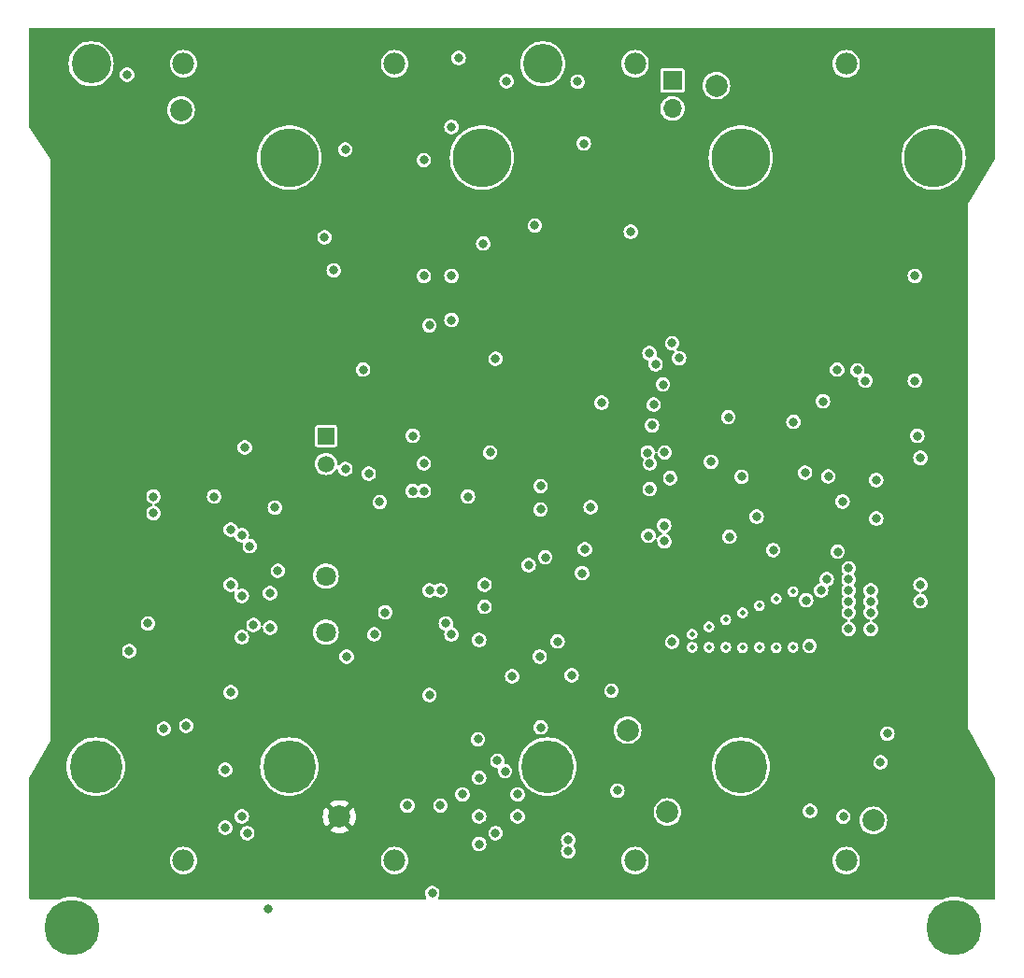
<source format=gbr>
%TF.GenerationSoftware,KiCad,Pcbnew,8.0.4*%
%TF.CreationDate,2024-11-05T10:07:57-05:00*%
%TF.ProjectId,battery_board_v2b,62617474-6572-4795-9f62-6f6172645f76,rev?*%
%TF.SameCoordinates,Original*%
%TF.FileFunction,Copper,L3,Inr*%
%TF.FilePolarity,Positive*%
%FSLAX46Y46*%
G04 Gerber Fmt 4.6, Leading zero omitted, Abs format (unit mm)*
G04 Created by KiCad (PCBNEW 8.0.4) date 2024-11-05 10:07:57*
%MOMM*%
%LPD*%
G01*
G04 APERTURE LIST*
%TA.AperFunction,ComponentPad*%
%ADD10C,5.000000*%
%TD*%
%TA.AperFunction,ComponentPad*%
%ADD11C,2.000000*%
%TD*%
%TA.AperFunction,ComponentPad*%
%ADD12R,1.700000X1.700000*%
%TD*%
%TA.AperFunction,ComponentPad*%
%ADD13O,1.700000X1.700000*%
%TD*%
%TA.AperFunction,ComponentPad*%
%ADD14R,1.508000X1.508000*%
%TD*%
%TA.AperFunction,ComponentPad*%
%ADD15C,1.508000*%
%TD*%
%TA.AperFunction,ComponentPad*%
%ADD16C,1.800000*%
%TD*%
%TA.AperFunction,ComponentPad*%
%ADD17C,4.770000*%
%TD*%
%TA.AperFunction,ComponentPad*%
%ADD18C,5.325000*%
%TD*%
%TA.AperFunction,ComponentPad*%
%ADD19C,3.570000*%
%TD*%
%TA.AperFunction,ComponentPad*%
%ADD20C,1.980000*%
%TD*%
%TA.AperFunction,ViaPad*%
%ADD21C,0.800000*%
%TD*%
%TA.AperFunction,ViaPad*%
%ADD22C,0.460000*%
%TD*%
G04 APERTURE END LIST*
D10*
%TO.N,N/C*%
%TO.C,*%
X194573162Y-131529322D03*
%TD*%
D11*
%TO.N,PACK+*%
%TO.C,TP4*%
X173000000Y-55250000D03*
%TD*%
%TO.N,GND*%
%TO.C,TP3*%
X138850000Y-121525000D03*
%TD*%
%TO.N,+3V3*%
%TO.C,TP5*%
X168575000Y-121100000D03*
%TD*%
D10*
%TO.N,N/C*%
%TO.C,*%
X114573162Y-131529322D03*
%TD*%
D12*
%TO.N,VBATT_SENSE*%
%TO.C,J18*%
X169025000Y-54782400D03*
D13*
%TO.N,VBatt*%
X169025000Y-57322400D03*
%TD*%
D11*
%TO.N,VBUSP*%
%TO.C,TP6*%
X124500000Y-57475000D03*
%TD*%
%TO.N,BM*%
%TO.C,TP2*%
X164973000Y-113665000D03*
%TD*%
%TO.N,B-*%
%TO.C,TP1*%
X187225000Y-121850000D03*
%TD*%
D14*
%TO.N,VBUSP*%
%TO.C,K1*%
X137632500Y-87010000D03*
D15*
%TO.N,Net-(Q7-C)*%
X137632500Y-89550000D03*
D16*
%TO.N,PACK+*%
X137632500Y-104790000D03*
%TO.N,Net-(K1-PadNO)*%
X137632500Y-99710000D03*
%TD*%
D17*
%TO.N,unconnected-(U8-Pad1)*%
%TO.C,U8*%
X134298500Y-116975000D03*
%TO.N,unconnected-(U8-Pad2)*%
X116768500Y-116975000D03*
D18*
%TO.N,unconnected-(U8-Pad3)*%
X134298500Y-61775000D03*
%TO.N,unconnected-(U8-Pad4)*%
X151768500Y-61775000D03*
D19*
%TO.N,unconnected-(U8-Pad5)*%
X116348500Y-53265000D03*
D20*
%TO.N,BM*%
X124718500Y-125485000D03*
X143848500Y-125485000D03*
%TO.N,PACK+*%
X124718500Y-53265000D03*
X143848500Y-53265000D03*
%TD*%
D17*
%TO.N,unconnected-(U7-Pad1)*%
%TO.C,U7*%
X175220000Y-116980000D03*
%TO.N,unconnected-(U7-Pad2)*%
X157690000Y-116980000D03*
D18*
%TO.N,unconnected-(U7-Pad3)*%
X175220000Y-61780000D03*
%TO.N,unconnected-(U7-Pad4)*%
X192690000Y-61780000D03*
D19*
%TO.N,unconnected-(U7-Pad5)*%
X157270000Y-53270000D03*
D20*
%TO.N,B-*%
X165640000Y-125490000D03*
X184770000Y-125490000D03*
%TO.N,BM*%
X165640000Y-53270000D03*
X184770000Y-53270000D03*
%TD*%
D21*
%TO.N,VSOLAR_I*%
X157073600Y-93675200D03*
X157073600Y-91541600D03*
%TO.N,+3V3*%
X181450000Y-106050000D03*
X151400000Y-114500000D03*
X184000000Y-97500000D03*
X150500000Y-92500000D03*
X178158800Y-97346300D03*
X181150000Y-101900000D03*
X149000000Y-105000000D03*
X153000000Y-80000000D03*
X130000000Y-121500000D03*
X145000000Y-120500000D03*
X152000000Y-102500000D03*
X128500000Y-117250000D03*
X159900000Y-108700000D03*
X163500000Y-110100000D03*
X157100000Y-113425000D03*
X152500000Y-88500000D03*
X158620800Y-105633162D03*
X147000000Y-110500000D03*
X160832800Y-99449500D03*
X161086800Y-97275500D03*
X152000000Y-100500000D03*
X148000000Y-120500000D03*
%TO.N,VBUSP*%
X168300000Y-96550000D03*
X166974600Y-89500000D03*
X169000000Y-78600000D03*
X181047820Y-90330940D03*
X149000000Y-59000000D03*
X146500000Y-62000000D03*
X168329624Y-88500000D03*
X183950000Y-81000000D03*
X166962000Y-91825000D03*
X183146900Y-90675000D03*
X149000000Y-76500000D03*
X182674400Y-83861100D03*
X179982000Y-85740700D03*
X146500000Y-72500000D03*
X168162900Y-82337100D03*
X149000000Y-72500000D03*
X147000000Y-77000000D03*
X167500000Y-80500000D03*
%TO.N,B-*%
X187880000Y-116600000D03*
X185775500Y-81050000D03*
%TO.N,Net-(Q4A-C1)*%
X169625000Y-79950000D03*
X168825000Y-90825000D03*
%TO.N,Net-(Q3B-B2)*%
X172525000Y-89350100D03*
X174089200Y-85298800D03*
X176650000Y-94325000D03*
X174190800Y-96154700D03*
X175289643Y-90697170D03*
%TO.N,GND*%
X159500000Y-112400000D03*
X125350000Y-66525000D03*
X162950000Y-64750000D03*
X173888000Y-90642564D03*
X126250000Y-106250000D03*
X182300000Y-111650000D03*
X172281188Y-81218812D03*
X178825000Y-66475000D03*
X122000000Y-89500000D03*
X155194000Y-94945200D03*
X163350000Y-91900000D03*
X181556800Y-79492300D03*
X187500000Y-76000000D03*
X174000000Y-80500000D03*
X120750000Y-107500000D03*
X147224500Y-94132400D03*
X126875500Y-123000000D03*
X158500000Y-65500000D03*
X182700000Y-86900000D03*
X190500000Y-91500000D03*
X130000000Y-115000000D03*
X157150000Y-128552502D03*
X168653600Y-85842300D03*
X161650000Y-81700000D03*
X160950000Y-114650000D03*
X154500000Y-58500000D03*
X138500000Y-113000000D03*
X150709600Y-112173400D03*
X122750000Y-111750000D03*
X125500000Y-111250000D03*
X146000000Y-83000000D03*
X125000000Y-99750000D03*
X167800000Y-98300000D03*
X159197201Y-73223200D03*
X167200000Y-66550000D03*
X174250000Y-66000000D03*
X187500000Y-107500000D03*
X185150000Y-111700000D03*
X177950000Y-86909100D03*
X185150000Y-113350000D03*
X140502699Y-75118000D03*
X182250000Y-114800000D03*
X140449500Y-58710500D03*
X134000000Y-108500000D03*
X178650000Y-79400000D03*
X167900000Y-93950000D03*
X168450400Y-91989100D03*
X182300000Y-113350000D03*
X175156000Y-97272300D03*
X167050000Y-65000000D03*
X162100000Y-96000000D03*
X176500000Y-54500000D03*
X162900000Y-66900000D03*
X178800000Y-69750000D03*
X139175700Y-84488516D03*
X160250000Y-76900000D03*
X162125000Y-123700000D03*
X185150000Y-114700000D03*
X167612400Y-100248362D03*
X124996499Y-78267600D03*
%TO.N,VBatt*%
X160425000Y-54900000D03*
X149650000Y-52750000D03*
%TO.N,F0_ENB*%
X188500000Y-114000000D03*
X184512299Y-121512299D03*
X181500000Y-121000000D03*
X191000000Y-82000000D03*
%TO.N,F1_ENB*%
X187500000Y-94500000D03*
X187500000Y-91000000D03*
%TO.N,F3_ENB*%
X132580000Y-104394000D03*
X124968000Y-113284000D03*
X129000000Y-95500000D03*
X132560000Y-101260000D03*
%TO.N,Net-(U9-+Vs)*%
X130000000Y-105250000D03*
X121500000Y-104000000D03*
%TO.N,Net-(Q7-C)*%
X137500000Y-69000000D03*
%TO.N,SCL_MAIN*%
X157000000Y-107000000D03*
X130500000Y-123000000D03*
X153000000Y-123000000D03*
X148012299Y-100987701D03*
X154500000Y-108800000D03*
X153852793Y-117397207D03*
X146500000Y-89500000D03*
X146500000Y-92000000D03*
%TO.N,SDA_MAIN*%
X128500000Y-122500000D03*
X153163300Y-116450000D03*
X151500000Y-124000000D03*
X147000000Y-101000000D03*
X145500000Y-87000000D03*
X151500000Y-121500000D03*
X145500000Y-92000000D03*
X151500000Y-105500000D03*
%TO.N,BURN_RELAY_A*%
X151500000Y-118000000D03*
X142500000Y-93000000D03*
X139382700Y-61047300D03*
X143000000Y-103000000D03*
%TO.N,ENAB_HEATER*%
X141000000Y-81000000D03*
X130000000Y-96000000D03*
X131064000Y-104140000D03*
X122936000Y-113538000D03*
%TO.N,Net-(IC2-SENSE)*%
X156555601Y-67940000D03*
X161000000Y-60500000D03*
X151882001Y-69565600D03*
%TO.N,VCC_RF1*%
X147260000Y-128440000D03*
X132380000Y-129880000D03*
%TO.N,/3V3_EN*%
X167179469Y-86046431D03*
X166789656Y-88517757D03*
%TO.N,BM*%
X165250000Y-68500000D03*
%TO.N,PACK+*%
X119600000Y-54250000D03*
X154000000Y-54850000D03*
%TO.N,ENAB_BURN*%
X150000000Y-119500000D03*
X139385500Y-90000000D03*
X138324300Y-72000000D03*
X139500000Y-107000000D03*
%TO.N,VBUS_RESET*%
X167327100Y-84165900D03*
X166847207Y-96052793D03*
X159575000Y-124650000D03*
X162600000Y-84000000D03*
X166950998Y-79515445D03*
X161609362Y-93468738D03*
D22*
%TO.N,F3_SDA*%
X178432800Y-101772362D03*
D21*
X133000000Y-93500000D03*
X156000000Y-98724500D03*
D22*
X178432800Y-106191962D03*
D21*
X122000000Y-94000000D03*
X133271938Y-99228062D03*
D22*
%TO.N,F2_SDA*%
X175384800Y-106191962D03*
D21*
X185000000Y-103000000D03*
D22*
X175384800Y-103042362D03*
D21*
X187000000Y-103000000D03*
%TO.N,F1_SDA*%
X191224500Y-87000000D03*
X185000000Y-101000497D03*
D22*
X172336800Y-104312362D03*
D21*
X187000000Y-101000000D03*
X191500000Y-100500000D03*
D22*
X172336800Y-106157062D03*
D21*
%TO.N,F0_SDA*%
X169000000Y-105672262D03*
X185000000Y-99000000D03*
X186500000Y-82000000D03*
X183000000Y-100000000D03*
D22*
%TO.N,F3_SCL*%
X179956800Y-106157062D03*
D21*
X157500000Y-98000000D03*
D22*
X179956800Y-101111963D03*
D21*
X127500000Y-92500000D03*
X130724500Y-97000000D03*
X122000000Y-92500000D03*
D22*
%TO.N,F2_SCL*%
X176908800Y-106157063D03*
X176908800Y-102381962D03*
D21*
X185000000Y-104500000D03*
X187000000Y-104500000D03*
%TO.N,F1_SCL*%
X191500000Y-89000000D03*
X191500000Y-102000000D03*
X187000000Y-102000000D03*
X185000000Y-102000000D03*
D22*
X173860800Y-106157062D03*
X173860800Y-103651962D03*
%TO.N,F0_SCL*%
X170812800Y-104972762D03*
D21*
X191000000Y-72500000D03*
X182500000Y-101000000D03*
D22*
X170812801Y-106157062D03*
D21*
X185000000Y-100000000D03*
%TO.N,F4_SCL*%
X142000000Y-105000000D03*
X129000000Y-100500000D03*
%TO.N,F4_SDA*%
X148500000Y-104000000D03*
X130000000Y-101500000D03*
%TO.N,I2C_RESET*%
X159587701Y-123612701D03*
X164037701Y-119162701D03*
%TO.N,ENAB_RF*%
X155000000Y-119500000D03*
X155000000Y-121500000D03*
%TO.N,VSOLAR*%
X141500000Y-90425000D03*
X168275000Y-95125000D03*
X130275000Y-88050000D03*
X184450000Y-92950000D03*
%TO.N,Net-(J9-Pin_2)*%
X119800000Y-106500000D03*
X129000000Y-110250000D03*
%TD*%
%TA.AperFunction,Conductor*%
%TO.N,GND*%
G36*
X198241621Y-50020002D02*
G01*
X198288114Y-50073658D01*
X198299500Y-50126000D01*
X198299500Y-61851775D01*
X198280759Y-61917892D01*
X195849369Y-65862265D01*
X195831214Y-65885235D01*
X195830025Y-65886423D01*
X195830023Y-65886426D01*
X195824755Y-65899143D01*
X195815615Y-65917022D01*
X195808395Y-65928736D01*
X195808393Y-65928741D01*
X195808125Y-65930407D01*
X195800145Y-65958558D01*
X195799500Y-65960115D01*
X195799500Y-65973868D01*
X195797897Y-65993903D01*
X195795708Y-66007489D01*
X195796094Y-66009113D01*
X195799500Y-66038209D01*
X195799500Y-113454273D01*
X195797172Y-113470891D01*
X195797274Y-113470900D01*
X195796258Y-113483267D01*
X195798676Y-113504309D01*
X195799500Y-113518693D01*
X195799500Y-113539882D01*
X195801783Y-113551363D01*
X195805363Y-113562510D01*
X195815651Y-113581028D01*
X195821914Y-113593996D01*
X195830024Y-113613575D01*
X195836918Y-113623892D01*
X195836833Y-113623948D01*
X195846938Y-113637344D01*
X197593272Y-116780744D01*
X198278229Y-118013667D01*
X198283644Y-118023413D01*
X198299500Y-118084604D01*
X198299500Y-128874000D01*
X198279498Y-128942121D01*
X198225842Y-128988614D01*
X198173500Y-129000000D01*
X195691823Y-129000000D01*
X195640111Y-128988899D01*
X195551714Y-128949114D01*
X195233559Y-128849973D01*
X194905787Y-128789907D01*
X194905784Y-128789906D01*
X194573163Y-128769787D01*
X194573161Y-128769787D01*
X194240539Y-128789906D01*
X194240536Y-128789907D01*
X193912764Y-128849973D01*
X193594609Y-128949114D01*
X193506213Y-128988899D01*
X193454501Y-129000000D01*
X147908809Y-129000000D01*
X147840688Y-128979998D01*
X147794195Y-128926342D01*
X147784091Y-128856068D01*
X147805113Y-128802424D01*
X147813753Y-128789906D01*
X147843787Y-128746395D01*
X147900149Y-128597782D01*
X147900149Y-128597781D01*
X147900150Y-128597779D01*
X147919307Y-128440003D01*
X147919307Y-128439996D01*
X147900150Y-128282220D01*
X147886538Y-128246331D01*
X147843787Y-128133605D01*
X147753498Y-128002799D01*
X147634529Y-127897401D01*
X147634528Y-127897400D01*
X147634525Y-127897398D01*
X147493797Y-127823539D01*
X147493795Y-127823538D01*
X147493793Y-127823537D01*
X147493791Y-127823536D01*
X147493790Y-127823536D01*
X147339472Y-127785500D01*
X147339471Y-127785500D01*
X147180529Y-127785500D01*
X147180527Y-127785500D01*
X147026209Y-127823536D01*
X147026202Y-127823539D01*
X146885474Y-127897398D01*
X146885469Y-127897402D01*
X146766501Y-128002800D01*
X146676215Y-128133601D01*
X146676212Y-128133607D01*
X146619849Y-128282220D01*
X146600693Y-128439996D01*
X146600693Y-128440003D01*
X146619849Y-128597779D01*
X146676212Y-128746392D01*
X146676215Y-128746398D01*
X146714887Y-128802424D01*
X146737123Y-128869849D01*
X146719376Y-128938592D01*
X146667281Y-128986827D01*
X146611191Y-129000000D01*
X115691823Y-129000000D01*
X115640111Y-128988899D01*
X115551714Y-128949114D01*
X115233559Y-128849973D01*
X114905787Y-128789907D01*
X114905784Y-128789906D01*
X114573163Y-128769787D01*
X114573161Y-128769787D01*
X114240539Y-128789906D01*
X114240536Y-128789907D01*
X113912764Y-128849973D01*
X113594609Y-128949114D01*
X113506213Y-128988899D01*
X113454501Y-129000000D01*
X110826500Y-129000000D01*
X110758379Y-128979998D01*
X110711886Y-128926342D01*
X110700500Y-128874000D01*
X110700500Y-125485000D01*
X123469246Y-125485000D01*
X123488225Y-125701934D01*
X123544584Y-125912267D01*
X123544586Y-125912273D01*
X123636613Y-126109625D01*
X123636614Y-126109627D01*
X123761509Y-126287996D01*
X123761513Y-126288001D01*
X123761516Y-126288005D01*
X123915495Y-126441984D01*
X123915499Y-126441987D01*
X123915503Y-126441990D01*
X123922644Y-126446990D01*
X124093873Y-126566886D01*
X124291230Y-126658915D01*
X124501569Y-126715275D01*
X124718500Y-126734254D01*
X124935431Y-126715275D01*
X125145770Y-126658915D01*
X125343127Y-126566886D01*
X125521505Y-126441984D01*
X125675484Y-126288005D01*
X125800386Y-126109627D01*
X125892415Y-125912270D01*
X125948775Y-125701931D01*
X125967754Y-125485000D01*
X142599246Y-125485000D01*
X142618225Y-125701934D01*
X142674584Y-125912267D01*
X142674586Y-125912273D01*
X142766613Y-126109625D01*
X142766614Y-126109627D01*
X142891509Y-126287996D01*
X142891513Y-126288001D01*
X142891516Y-126288005D01*
X143045495Y-126441984D01*
X143045499Y-126441987D01*
X143045503Y-126441990D01*
X143052644Y-126446990D01*
X143223873Y-126566886D01*
X143421230Y-126658915D01*
X143631569Y-126715275D01*
X143848500Y-126734254D01*
X144065431Y-126715275D01*
X144275770Y-126658915D01*
X144473127Y-126566886D01*
X144651505Y-126441984D01*
X144805484Y-126288005D01*
X144930386Y-126109627D01*
X145022415Y-125912270D01*
X145078775Y-125701931D01*
X145097317Y-125490000D01*
X164390746Y-125490000D01*
X164409725Y-125706934D01*
X164466084Y-125917267D01*
X164466086Y-125917273D01*
X164558113Y-126114625D01*
X164558114Y-126114627D01*
X164683009Y-126292996D01*
X164683013Y-126293001D01*
X164683016Y-126293005D01*
X164836995Y-126446984D01*
X164836999Y-126446987D01*
X164837003Y-126446990D01*
X164938775Y-126518251D01*
X165015373Y-126571886D01*
X165212730Y-126663915D01*
X165423069Y-126720275D01*
X165640000Y-126739254D01*
X165856931Y-126720275D01*
X166067270Y-126663915D01*
X166264627Y-126571886D01*
X166443005Y-126446984D01*
X166596984Y-126293005D01*
X166721886Y-126114627D01*
X166813915Y-125917270D01*
X166870275Y-125706931D01*
X166889254Y-125490000D01*
X183520746Y-125490000D01*
X183539725Y-125706934D01*
X183596084Y-125917267D01*
X183596086Y-125917273D01*
X183688113Y-126114625D01*
X183688114Y-126114627D01*
X183813009Y-126292996D01*
X183813013Y-126293001D01*
X183813016Y-126293005D01*
X183966995Y-126446984D01*
X183966999Y-126446987D01*
X183967003Y-126446990D01*
X184068775Y-126518251D01*
X184145373Y-126571886D01*
X184342730Y-126663915D01*
X184553069Y-126720275D01*
X184770000Y-126739254D01*
X184986931Y-126720275D01*
X185197270Y-126663915D01*
X185394627Y-126571886D01*
X185573005Y-126446984D01*
X185726984Y-126293005D01*
X185851886Y-126114627D01*
X185943915Y-125917270D01*
X186000275Y-125706931D01*
X186019254Y-125490000D01*
X186000275Y-125273069D01*
X185943915Y-125062730D01*
X185851886Y-124865373D01*
X185726984Y-124686995D01*
X185573005Y-124533016D01*
X185573001Y-124533013D01*
X185572996Y-124533009D01*
X185394627Y-124408114D01*
X185394625Y-124408113D01*
X185197273Y-124316086D01*
X185197267Y-124316084D01*
X184986934Y-124259725D01*
X184770000Y-124240746D01*
X184553065Y-124259725D01*
X184342732Y-124316084D01*
X184342726Y-124316086D01*
X184145374Y-124408113D01*
X184145372Y-124408114D01*
X183967003Y-124533009D01*
X183966992Y-124533018D01*
X183813018Y-124686992D01*
X183813009Y-124687003D01*
X183688114Y-124865372D01*
X183688113Y-124865374D01*
X183596086Y-125062726D01*
X183596084Y-125062732D01*
X183539725Y-125273065D01*
X183520746Y-125490000D01*
X166889254Y-125490000D01*
X166870275Y-125273069D01*
X166813915Y-125062730D01*
X166721886Y-124865373D01*
X166596984Y-124686995D01*
X166443005Y-124533016D01*
X166443001Y-124533013D01*
X166442996Y-124533009D01*
X166264627Y-124408114D01*
X166264625Y-124408113D01*
X166067273Y-124316086D01*
X166067267Y-124316084D01*
X165856934Y-124259725D01*
X165640000Y-124240746D01*
X165423065Y-124259725D01*
X165212732Y-124316084D01*
X165212726Y-124316086D01*
X165015374Y-124408113D01*
X165015372Y-124408114D01*
X164837003Y-124533009D01*
X164836992Y-124533018D01*
X164683018Y-124686992D01*
X164683009Y-124687003D01*
X164558114Y-124865372D01*
X164558113Y-124865374D01*
X164466086Y-125062726D01*
X164466084Y-125062732D01*
X164409725Y-125273065D01*
X164390746Y-125490000D01*
X145097317Y-125490000D01*
X145097754Y-125485000D01*
X145078775Y-125268069D01*
X145022415Y-125057730D01*
X144930386Y-124860373D01*
X144805484Y-124681995D01*
X144651505Y-124528016D01*
X144651501Y-124528013D01*
X144651496Y-124528009D01*
X144473127Y-124403114D01*
X144473125Y-124403113D01*
X144275773Y-124311086D01*
X144275767Y-124311084D01*
X144065434Y-124254725D01*
X143848500Y-124235746D01*
X143631565Y-124254725D01*
X143421232Y-124311084D01*
X143421226Y-124311086D01*
X143223874Y-124403113D01*
X143223872Y-124403114D01*
X143045503Y-124528009D01*
X143045492Y-124528018D01*
X142891518Y-124681992D01*
X142891509Y-124682003D01*
X142766614Y-124860372D01*
X142766613Y-124860374D01*
X142674586Y-125057726D01*
X142674584Y-125057732D01*
X142618225Y-125268065D01*
X142599246Y-125485000D01*
X125967754Y-125485000D01*
X125948775Y-125268069D01*
X125892415Y-125057730D01*
X125800386Y-124860373D01*
X125675484Y-124681995D01*
X125521505Y-124528016D01*
X125521501Y-124528013D01*
X125521496Y-124528009D01*
X125343127Y-124403114D01*
X125343125Y-124403113D01*
X125145773Y-124311086D01*
X125145767Y-124311084D01*
X124935434Y-124254725D01*
X124718500Y-124235746D01*
X124501565Y-124254725D01*
X124291232Y-124311084D01*
X124291226Y-124311086D01*
X124093874Y-124403113D01*
X124093872Y-124403114D01*
X123915503Y-124528009D01*
X123915492Y-124528018D01*
X123761518Y-124681992D01*
X123761509Y-124682003D01*
X123636614Y-124860372D01*
X123636613Y-124860374D01*
X123544586Y-125057726D01*
X123544584Y-125057732D01*
X123488225Y-125268065D01*
X123469246Y-125485000D01*
X110700500Y-125485000D01*
X110700500Y-123999996D01*
X150840693Y-123999996D01*
X150840693Y-124000003D01*
X150859849Y-124157779D01*
X150916212Y-124306392D01*
X150916215Y-124306398D01*
X150922902Y-124316086D01*
X151006502Y-124437201D01*
X151125471Y-124542599D01*
X151125472Y-124542599D01*
X151125474Y-124542601D01*
X151200200Y-124581820D01*
X151266207Y-124616463D01*
X151420529Y-124654500D01*
X151420530Y-124654500D01*
X151579470Y-124654500D01*
X151579471Y-124654500D01*
X151597744Y-124649996D01*
X158915693Y-124649996D01*
X158915693Y-124650003D01*
X158934849Y-124807779D01*
X158983447Y-124935919D01*
X158991213Y-124956395D01*
X159081502Y-125087201D01*
X159200471Y-125192599D01*
X159200472Y-125192599D01*
X159200474Y-125192601D01*
X159275200Y-125231820D01*
X159341207Y-125266463D01*
X159495529Y-125304500D01*
X159495530Y-125304500D01*
X159654470Y-125304500D01*
X159654471Y-125304500D01*
X159808793Y-125266463D01*
X159949529Y-125192599D01*
X160068498Y-125087201D01*
X160158787Y-124956395D01*
X160215149Y-124807782D01*
X160215149Y-124807781D01*
X160215150Y-124807779D01*
X160234307Y-124650003D01*
X160234307Y-124649996D01*
X160215150Y-124492220D01*
X160201538Y-124456331D01*
X160158787Y-124343605D01*
X160068498Y-124212799D01*
X160068497Y-124212798D01*
X160066937Y-124210538D01*
X160044701Y-124143114D01*
X160062448Y-124074371D01*
X160076320Y-124055409D01*
X160081190Y-124049909D01*
X160081199Y-124049902D01*
X160171488Y-123919096D01*
X160227850Y-123770483D01*
X160227850Y-123770482D01*
X160227851Y-123770480D01*
X160247008Y-123612704D01*
X160247008Y-123612697D01*
X160227851Y-123454921D01*
X160186352Y-123345500D01*
X160171488Y-123306306D01*
X160081199Y-123175500D01*
X159962230Y-123070102D01*
X159962229Y-123070101D01*
X159962226Y-123070099D01*
X159821498Y-122996240D01*
X159821496Y-122996239D01*
X159821494Y-122996238D01*
X159821492Y-122996237D01*
X159821491Y-122996237D01*
X159667173Y-122958201D01*
X159667172Y-122958201D01*
X159508230Y-122958201D01*
X159508228Y-122958201D01*
X159353910Y-122996237D01*
X159353903Y-122996240D01*
X159213175Y-123070099D01*
X159213170Y-123070103D01*
X159094202Y-123175501D01*
X159003916Y-123306302D01*
X159003913Y-123306308D01*
X158947550Y-123454921D01*
X158928394Y-123612697D01*
X158928394Y-123612704D01*
X158947550Y-123770480D01*
X159003913Y-123919093D01*
X159003916Y-123919099D01*
X159095763Y-124052162D01*
X159117999Y-124119587D01*
X159100252Y-124188329D01*
X159086391Y-124207278D01*
X159081508Y-124212791D01*
X158991215Y-124343601D01*
X158991212Y-124343607D01*
X158934849Y-124492220D01*
X158915693Y-124649996D01*
X151597744Y-124649996D01*
X151733793Y-124616463D01*
X151874529Y-124542599D01*
X151993498Y-124437201D01*
X152083787Y-124306395D01*
X152140149Y-124157782D01*
X152140149Y-124157781D01*
X152140150Y-124157779D01*
X152159307Y-124000003D01*
X152159307Y-123999996D01*
X152140150Y-123842220D01*
X152112942Y-123770480D01*
X152083787Y-123693605D01*
X151993498Y-123562799D01*
X151874529Y-123457401D01*
X151874528Y-123457400D01*
X151874525Y-123457398D01*
X151733797Y-123383539D01*
X151733795Y-123383538D01*
X151733793Y-123383537D01*
X151733791Y-123383536D01*
X151733790Y-123383536D01*
X151579472Y-123345500D01*
X151579471Y-123345500D01*
X151420529Y-123345500D01*
X151420527Y-123345500D01*
X151266209Y-123383536D01*
X151266202Y-123383539D01*
X151125474Y-123457398D01*
X151125469Y-123457402D01*
X151006501Y-123562800D01*
X150916215Y-123693601D01*
X150916212Y-123693607D01*
X150859849Y-123842220D01*
X150840693Y-123999996D01*
X110700500Y-123999996D01*
X110700500Y-122499996D01*
X127840693Y-122499996D01*
X127840693Y-122500003D01*
X127859849Y-122657779D01*
X127916212Y-122806392D01*
X127916215Y-122806398D01*
X127921928Y-122814674D01*
X128006502Y-122937201D01*
X128125471Y-123042599D01*
X128125472Y-123042599D01*
X128125474Y-123042601D01*
X128177875Y-123070103D01*
X128266207Y-123116463D01*
X128420529Y-123154500D01*
X128420530Y-123154500D01*
X128579470Y-123154500D01*
X128579471Y-123154500D01*
X128733793Y-123116463D01*
X128874529Y-123042599D01*
X128922618Y-122999996D01*
X129840693Y-122999996D01*
X129840693Y-123000003D01*
X129859849Y-123157779D01*
X129908447Y-123285919D01*
X129916213Y-123306395D01*
X130006502Y-123437201D01*
X130125471Y-123542599D01*
X130125472Y-123542599D01*
X130125474Y-123542601D01*
X130200200Y-123581820D01*
X130266207Y-123616463D01*
X130420529Y-123654500D01*
X130420530Y-123654500D01*
X130579470Y-123654500D01*
X130579471Y-123654500D01*
X130733793Y-123616463D01*
X130874529Y-123542599D01*
X130993498Y-123437201D01*
X131083787Y-123306395D01*
X131140149Y-123157782D01*
X131140149Y-123157781D01*
X131140150Y-123157779D01*
X131159307Y-123000003D01*
X131159307Y-122999996D01*
X131140150Y-122842220D01*
X131126538Y-122806331D01*
X131083787Y-122693605D01*
X130993498Y-122562799D01*
X130874529Y-122457401D01*
X130874528Y-122457400D01*
X130874525Y-122457398D01*
X130733797Y-122383539D01*
X130733795Y-122383538D01*
X130733793Y-122383537D01*
X130733791Y-122383536D01*
X130733790Y-122383536D01*
X130579472Y-122345500D01*
X130579471Y-122345500D01*
X130420529Y-122345500D01*
X130420527Y-122345500D01*
X130266209Y-122383536D01*
X130266202Y-122383539D01*
X130125474Y-122457398D01*
X130125469Y-122457402D01*
X130006501Y-122562800D01*
X129916215Y-122693601D01*
X129916212Y-122693607D01*
X129859849Y-122842220D01*
X129840693Y-122999996D01*
X128922618Y-122999996D01*
X128993498Y-122937201D01*
X129083787Y-122806395D01*
X129140149Y-122657782D01*
X129140149Y-122657781D01*
X129140150Y-122657779D01*
X129159307Y-122500003D01*
X129159307Y-122499996D01*
X129140150Y-122342220D01*
X129116818Y-122280700D01*
X129083787Y-122193605D01*
X128993498Y-122062799D01*
X128874529Y-121957401D01*
X128874528Y-121957400D01*
X128874525Y-121957398D01*
X128733797Y-121883539D01*
X128733795Y-121883538D01*
X128733793Y-121883537D01*
X128733791Y-121883536D01*
X128733790Y-121883536D01*
X128579472Y-121845500D01*
X128579471Y-121845500D01*
X128420529Y-121845500D01*
X128420527Y-121845500D01*
X128266209Y-121883536D01*
X128266202Y-121883539D01*
X128125474Y-121957398D01*
X128125469Y-121957402D01*
X128006501Y-122062800D01*
X127916215Y-122193601D01*
X127916212Y-122193607D01*
X127859849Y-122342220D01*
X127840693Y-122499996D01*
X110700500Y-122499996D01*
X110700500Y-121499996D01*
X129340693Y-121499996D01*
X129340693Y-121500003D01*
X129359849Y-121657779D01*
X129399236Y-121761632D01*
X129416213Y-121806395D01*
X129506502Y-121937201D01*
X129625471Y-122042599D01*
X129625472Y-122042599D01*
X129625474Y-122042601D01*
X129700200Y-122081820D01*
X129766207Y-122116463D01*
X129920529Y-122154500D01*
X129920530Y-122154500D01*
X130079470Y-122154500D01*
X130079471Y-122154500D01*
X130233793Y-122116463D01*
X130374529Y-122042599D01*
X130493498Y-121937201D01*
X130583787Y-121806395D01*
X130640149Y-121657782D01*
X130640149Y-121657781D01*
X130640150Y-121657779D01*
X130656272Y-121525000D01*
X137337337Y-121525000D01*
X137355960Y-121761632D01*
X137411371Y-121992437D01*
X137502208Y-122211738D01*
X137616896Y-122398890D01*
X137616897Y-122398890D01*
X138365841Y-121649946D01*
X138384075Y-121717993D01*
X138449901Y-121832007D01*
X138542993Y-121925099D01*
X138657007Y-121990925D01*
X138725051Y-122009157D01*
X137976107Y-122758101D01*
X137976108Y-122758102D01*
X138163261Y-122872791D01*
X138382562Y-122963628D01*
X138613367Y-123019039D01*
X138850000Y-123037662D01*
X139086632Y-123019039D01*
X139165952Y-122999996D01*
X152340693Y-122999996D01*
X152340693Y-123000003D01*
X152359849Y-123157779D01*
X152408447Y-123285919D01*
X152416213Y-123306395D01*
X152506502Y-123437201D01*
X152625471Y-123542599D01*
X152625472Y-123542599D01*
X152625474Y-123542601D01*
X152700200Y-123581820D01*
X152766207Y-123616463D01*
X152920529Y-123654500D01*
X152920530Y-123654500D01*
X153079470Y-123654500D01*
X153079471Y-123654500D01*
X153233793Y-123616463D01*
X153374529Y-123542599D01*
X153493498Y-123437201D01*
X153583787Y-123306395D01*
X153640149Y-123157782D01*
X153640149Y-123157781D01*
X153640150Y-123157779D01*
X153659307Y-123000003D01*
X153659307Y-122999996D01*
X153640150Y-122842220D01*
X153626538Y-122806331D01*
X153583787Y-122693605D01*
X153493498Y-122562799D01*
X153374529Y-122457401D01*
X153374528Y-122457400D01*
X153374525Y-122457398D01*
X153233797Y-122383539D01*
X153233795Y-122383538D01*
X153233793Y-122383537D01*
X153233791Y-122383536D01*
X153233790Y-122383536D01*
X153079472Y-122345500D01*
X153079471Y-122345500D01*
X152920529Y-122345500D01*
X152920527Y-122345500D01*
X152766209Y-122383536D01*
X152766202Y-122383539D01*
X152625474Y-122457398D01*
X152625469Y-122457402D01*
X152506501Y-122562800D01*
X152416215Y-122693601D01*
X152416212Y-122693607D01*
X152359849Y-122842220D01*
X152340693Y-122999996D01*
X139165952Y-122999996D01*
X139317437Y-122963628D01*
X139536738Y-122872791D01*
X139723890Y-122758102D01*
X139723891Y-122758102D01*
X138974947Y-122009158D01*
X139042993Y-121990925D01*
X139157007Y-121925099D01*
X139250099Y-121832007D01*
X139315925Y-121717993D01*
X139334158Y-121649947D01*
X140083102Y-122398891D01*
X140083102Y-122398890D01*
X140197791Y-122211738D01*
X140288628Y-121992437D01*
X140344039Y-121761632D01*
X140362662Y-121525000D01*
X140360694Y-121499996D01*
X150840693Y-121499996D01*
X150840693Y-121500003D01*
X150859849Y-121657779D01*
X150899236Y-121761632D01*
X150916213Y-121806395D01*
X151006502Y-121937201D01*
X151125471Y-122042599D01*
X151125472Y-122042599D01*
X151125474Y-122042601D01*
X151200200Y-122081820D01*
X151266207Y-122116463D01*
X151420529Y-122154500D01*
X151420530Y-122154500D01*
X151579470Y-122154500D01*
X151579471Y-122154500D01*
X151733793Y-122116463D01*
X151874529Y-122042599D01*
X151993498Y-121937201D01*
X152083787Y-121806395D01*
X152140149Y-121657782D01*
X152140149Y-121657781D01*
X152140150Y-121657779D01*
X152159307Y-121500003D01*
X152159307Y-121499996D01*
X154340693Y-121499996D01*
X154340693Y-121500003D01*
X154359849Y-121657779D01*
X154399236Y-121761632D01*
X154416213Y-121806395D01*
X154506502Y-121937201D01*
X154625471Y-122042599D01*
X154625472Y-122042599D01*
X154625474Y-122042601D01*
X154700200Y-122081820D01*
X154766207Y-122116463D01*
X154920529Y-122154500D01*
X154920530Y-122154500D01*
X155079470Y-122154500D01*
X155079471Y-122154500D01*
X155233793Y-122116463D01*
X155374529Y-122042599D01*
X155493498Y-121937201D01*
X155583787Y-121806395D01*
X155640149Y-121657782D01*
X155640149Y-121657781D01*
X155640150Y-121657779D01*
X155659307Y-121500003D01*
X155659307Y-121499996D01*
X155640150Y-121342220D01*
X155619726Y-121288367D01*
X155583787Y-121193605D01*
X155519176Y-121100000D01*
X167315708Y-121100000D01*
X167333764Y-121306392D01*
X167334839Y-121318673D01*
X167391652Y-121530700D01*
X167391654Y-121530706D01*
X167484421Y-121729646D01*
X167592176Y-121883537D01*
X167610326Y-121909457D01*
X167765543Y-122064674D01*
X167945354Y-122190579D01*
X168144297Y-122283347D01*
X168356326Y-122340161D01*
X168575000Y-122359292D01*
X168793674Y-122340161D01*
X169005703Y-122283347D01*
X169204646Y-122190579D01*
X169384457Y-122064674D01*
X169539674Y-121909457D01*
X169665579Y-121729646D01*
X169758347Y-121530703D01*
X169815161Y-121318674D01*
X169834292Y-121100000D01*
X169825543Y-120999996D01*
X180840693Y-120999996D01*
X180840693Y-121000003D01*
X180859849Y-121157779D01*
X180908447Y-121285919D01*
X180916213Y-121306395D01*
X181006502Y-121437201D01*
X181125471Y-121542599D01*
X181125472Y-121542599D01*
X181125474Y-121542601D01*
X181200200Y-121581820D01*
X181266207Y-121616463D01*
X181420529Y-121654500D01*
X181420530Y-121654500D01*
X181579470Y-121654500D01*
X181579471Y-121654500D01*
X181733793Y-121616463D01*
X181874529Y-121542599D01*
X181908735Y-121512295D01*
X183852992Y-121512295D01*
X183852992Y-121512302D01*
X183872148Y-121670078D01*
X183894740Y-121729646D01*
X183928512Y-121818694D01*
X184018801Y-121949500D01*
X184137770Y-122054898D01*
X184137771Y-122054898D01*
X184137773Y-122054900D01*
X184212499Y-122094119D01*
X184278506Y-122128762D01*
X184432828Y-122166799D01*
X184432829Y-122166799D01*
X184591769Y-122166799D01*
X184591770Y-122166799D01*
X184746092Y-122128762D01*
X184886828Y-122054898D01*
X185005797Y-121949500D01*
X185074477Y-121850000D01*
X185965708Y-121850000D01*
X185984839Y-122068674D01*
X185997644Y-122116463D01*
X186041652Y-122280700D01*
X186041654Y-122280706D01*
X186134421Y-122479646D01*
X186260326Y-122659457D01*
X186415543Y-122814674D01*
X186595354Y-122940579D01*
X186794297Y-123033347D01*
X187006326Y-123090161D01*
X187225000Y-123109292D01*
X187443674Y-123090161D01*
X187655703Y-123033347D01*
X187854646Y-122940579D01*
X188034457Y-122814674D01*
X188189674Y-122659457D01*
X188315579Y-122479646D01*
X188408347Y-122280703D01*
X188465161Y-122068674D01*
X188484292Y-121850000D01*
X188465161Y-121631326D01*
X188408347Y-121419297D01*
X188315579Y-121220354D01*
X188189674Y-121040543D01*
X188034457Y-120885326D01*
X188028744Y-120881326D01*
X187854646Y-120759421D01*
X187655706Y-120666654D01*
X187655700Y-120666652D01*
X187566091Y-120642641D01*
X187443674Y-120609839D01*
X187225000Y-120590708D01*
X187006326Y-120609839D01*
X186794299Y-120666652D01*
X186794293Y-120666654D01*
X186595353Y-120759421D01*
X186415546Y-120885323D01*
X186415540Y-120885328D01*
X186260328Y-121040540D01*
X186260323Y-121040546D01*
X186134421Y-121220353D01*
X186041654Y-121419293D01*
X186041652Y-121419299D01*
X186008614Y-121542597D01*
X185984839Y-121631326D01*
X185965708Y-121850000D01*
X185074477Y-121850000D01*
X185096086Y-121818694D01*
X185152448Y-121670081D01*
X185152448Y-121670080D01*
X185152449Y-121670078D01*
X185171606Y-121512302D01*
X185171606Y-121512295D01*
X185152449Y-121354519D01*
X185134199Y-121306398D01*
X185096086Y-121205904D01*
X185005797Y-121075098D01*
X184886828Y-120969700D01*
X184886827Y-120969699D01*
X184886824Y-120969697D01*
X184746096Y-120895838D01*
X184746094Y-120895837D01*
X184746092Y-120895836D01*
X184746090Y-120895835D01*
X184746089Y-120895835D01*
X184591771Y-120857799D01*
X184591770Y-120857799D01*
X184432828Y-120857799D01*
X184432826Y-120857799D01*
X184278508Y-120895835D01*
X184278501Y-120895838D01*
X184137773Y-120969697D01*
X184137768Y-120969701D01*
X184018800Y-121075099D01*
X183928514Y-121205900D01*
X183928511Y-121205906D01*
X183872148Y-121354519D01*
X183852992Y-121512295D01*
X181908735Y-121512295D01*
X181993498Y-121437201D01*
X182083787Y-121306395D01*
X182140149Y-121157782D01*
X182140149Y-121157781D01*
X182140150Y-121157779D01*
X182159307Y-121000003D01*
X182159307Y-120999996D01*
X182140150Y-120842220D01*
X182108748Y-120759421D01*
X182083787Y-120693605D01*
X181993498Y-120562799D01*
X181874529Y-120457401D01*
X181874528Y-120457400D01*
X181874525Y-120457398D01*
X181733797Y-120383539D01*
X181733795Y-120383538D01*
X181733793Y-120383537D01*
X181733791Y-120383536D01*
X181733790Y-120383536D01*
X181579472Y-120345500D01*
X181579471Y-120345500D01*
X181420529Y-120345500D01*
X181420527Y-120345500D01*
X181266209Y-120383536D01*
X181266202Y-120383539D01*
X181125474Y-120457398D01*
X181125469Y-120457402D01*
X181006501Y-120562800D01*
X180916215Y-120693601D01*
X180916212Y-120693607D01*
X180859849Y-120842220D01*
X180840693Y-120999996D01*
X169825543Y-120999996D01*
X169815161Y-120881326D01*
X169758347Y-120669297D01*
X169665579Y-120470354D01*
X169539674Y-120290543D01*
X169384457Y-120135326D01*
X169204646Y-120009421D01*
X169005706Y-119916654D01*
X169005700Y-119916652D01*
X168882122Y-119883539D01*
X168793674Y-119859839D01*
X168575000Y-119840708D01*
X168356326Y-119859839D01*
X168144299Y-119916652D01*
X168144293Y-119916654D01*
X167945353Y-120009421D01*
X167765546Y-120135323D01*
X167765540Y-120135328D01*
X167610328Y-120290540D01*
X167610323Y-120290546D01*
X167484421Y-120470353D01*
X167391654Y-120669293D01*
X167391652Y-120669299D01*
X167385139Y-120693607D01*
X167334839Y-120881326D01*
X167315708Y-121100000D01*
X155519176Y-121100000D01*
X155493498Y-121062799D01*
X155374529Y-120957401D01*
X155374528Y-120957400D01*
X155374525Y-120957398D01*
X155233797Y-120883539D01*
X155233795Y-120883538D01*
X155233793Y-120883537D01*
X155233791Y-120883536D01*
X155233790Y-120883536D01*
X155079472Y-120845500D01*
X155079471Y-120845500D01*
X154920529Y-120845500D01*
X154920527Y-120845500D01*
X154766209Y-120883536D01*
X154766202Y-120883539D01*
X154625474Y-120957398D01*
X154625469Y-120957402D01*
X154506501Y-121062800D01*
X154416215Y-121193601D01*
X154416212Y-121193607D01*
X154359849Y-121342220D01*
X154340693Y-121499996D01*
X152159307Y-121499996D01*
X152140150Y-121342220D01*
X152119726Y-121288367D01*
X152083787Y-121193605D01*
X151993498Y-121062799D01*
X151874529Y-120957401D01*
X151874528Y-120957400D01*
X151874525Y-120957398D01*
X151733797Y-120883539D01*
X151733795Y-120883538D01*
X151733793Y-120883537D01*
X151733791Y-120883536D01*
X151733790Y-120883536D01*
X151579472Y-120845500D01*
X151579471Y-120845500D01*
X151420529Y-120845500D01*
X151420527Y-120845500D01*
X151266209Y-120883536D01*
X151266202Y-120883539D01*
X151125474Y-120957398D01*
X151125469Y-120957402D01*
X151006501Y-121062800D01*
X150916215Y-121193601D01*
X150916212Y-121193607D01*
X150859849Y-121342220D01*
X150840693Y-121499996D01*
X140360694Y-121499996D01*
X140344039Y-121288367D01*
X140288628Y-121057562D01*
X140197791Y-120838261D01*
X140083102Y-120651108D01*
X140083101Y-120651107D01*
X139334157Y-121400051D01*
X139315925Y-121332007D01*
X139250099Y-121217993D01*
X139157007Y-121124901D01*
X139042993Y-121059075D01*
X138974946Y-121040841D01*
X139515791Y-120499996D01*
X144340693Y-120499996D01*
X144340693Y-120500003D01*
X144359849Y-120657779D01*
X144398398Y-120759421D01*
X144416213Y-120806395D01*
X144506502Y-120937201D01*
X144625471Y-121042599D01*
X144625472Y-121042599D01*
X144625474Y-121042601D01*
X144700200Y-121081820D01*
X144766207Y-121116463D01*
X144920529Y-121154500D01*
X144920530Y-121154500D01*
X145079470Y-121154500D01*
X145079471Y-121154500D01*
X145233793Y-121116463D01*
X145374529Y-121042599D01*
X145493498Y-120937201D01*
X145583787Y-120806395D01*
X145640149Y-120657782D01*
X145640149Y-120657781D01*
X145640150Y-120657779D01*
X145659307Y-120500003D01*
X145659307Y-120499996D01*
X147340693Y-120499996D01*
X147340693Y-120500003D01*
X147359849Y-120657779D01*
X147398398Y-120759421D01*
X147416213Y-120806395D01*
X147506502Y-120937201D01*
X147625471Y-121042599D01*
X147625472Y-121042599D01*
X147625474Y-121042601D01*
X147700200Y-121081820D01*
X147766207Y-121116463D01*
X147920529Y-121154500D01*
X147920530Y-121154500D01*
X148079470Y-121154500D01*
X148079471Y-121154500D01*
X148233793Y-121116463D01*
X148374529Y-121042599D01*
X148493498Y-120937201D01*
X148583787Y-120806395D01*
X148640149Y-120657782D01*
X148640149Y-120657781D01*
X148640150Y-120657779D01*
X148659307Y-120500003D01*
X148659307Y-120499996D01*
X148640150Y-120342220D01*
X148621065Y-120291898D01*
X148583787Y-120193605D01*
X148493498Y-120062799D01*
X148374529Y-119957401D01*
X148374528Y-119957400D01*
X148374525Y-119957398D01*
X148233797Y-119883539D01*
X148233795Y-119883538D01*
X148233793Y-119883537D01*
X148233791Y-119883536D01*
X148233790Y-119883536D01*
X148079472Y-119845500D01*
X148079471Y-119845500D01*
X147920529Y-119845500D01*
X147920527Y-119845500D01*
X147766209Y-119883536D01*
X147766202Y-119883539D01*
X147625474Y-119957398D01*
X147625469Y-119957402D01*
X147506501Y-120062800D01*
X147416215Y-120193601D01*
X147416212Y-120193607D01*
X147359849Y-120342220D01*
X147340693Y-120499996D01*
X145659307Y-120499996D01*
X145640150Y-120342220D01*
X145621065Y-120291898D01*
X145583787Y-120193605D01*
X145493498Y-120062799D01*
X145374529Y-119957401D01*
X145374528Y-119957400D01*
X145374525Y-119957398D01*
X145233797Y-119883539D01*
X145233795Y-119883538D01*
X145233793Y-119883537D01*
X145233791Y-119883536D01*
X145233790Y-119883536D01*
X145079472Y-119845500D01*
X145079471Y-119845500D01*
X144920529Y-119845500D01*
X144920527Y-119845500D01*
X144766209Y-119883536D01*
X144766202Y-119883539D01*
X144625474Y-119957398D01*
X144625469Y-119957402D01*
X144506501Y-120062800D01*
X144416215Y-120193601D01*
X144416212Y-120193607D01*
X144359849Y-120342220D01*
X144340693Y-120499996D01*
X139515791Y-120499996D01*
X139723890Y-120291897D01*
X139723890Y-120291896D01*
X139536738Y-120177208D01*
X139317437Y-120086371D01*
X139086632Y-120030960D01*
X138850000Y-120012337D01*
X138613367Y-120030960D01*
X138382562Y-120086371D01*
X138163266Y-120177206D01*
X137976108Y-120291897D01*
X137976108Y-120291898D01*
X138725052Y-121040842D01*
X138657007Y-121059075D01*
X138542993Y-121124901D01*
X138449901Y-121217993D01*
X138384075Y-121332007D01*
X138365842Y-121400052D01*
X137616898Y-120651108D01*
X137616897Y-120651108D01*
X137502206Y-120838266D01*
X137411371Y-121057562D01*
X137355960Y-121288367D01*
X137337337Y-121525000D01*
X130656272Y-121525000D01*
X130659307Y-121500003D01*
X130659307Y-121499996D01*
X130640150Y-121342220D01*
X130619726Y-121288367D01*
X130583787Y-121193605D01*
X130493498Y-121062799D01*
X130374529Y-120957401D01*
X130374528Y-120957400D01*
X130374525Y-120957398D01*
X130233797Y-120883539D01*
X130233795Y-120883538D01*
X130233793Y-120883537D01*
X130233791Y-120883536D01*
X130233790Y-120883536D01*
X130079472Y-120845500D01*
X130079471Y-120845500D01*
X129920529Y-120845500D01*
X129920527Y-120845500D01*
X129766209Y-120883536D01*
X129766202Y-120883539D01*
X129625474Y-120957398D01*
X129625469Y-120957402D01*
X129506501Y-121062800D01*
X129416215Y-121193601D01*
X129416212Y-121193607D01*
X129359849Y-121342220D01*
X129340693Y-121499996D01*
X110700500Y-121499996D01*
X110700500Y-118086706D01*
X110717101Y-118024193D01*
X110737487Y-117988518D01*
X111316641Y-116974998D01*
X114124176Y-116974998D01*
X114124176Y-116975001D01*
X114143455Y-117293735D01*
X114143456Y-117293738D01*
X114201014Y-117607825D01*
X114296016Y-117912697D01*
X114427061Y-118203868D01*
X114427067Y-118203879D01*
X114592261Y-118477144D01*
X114789196Y-118728512D01*
X114789201Y-118728518D01*
X115014981Y-118954298D01*
X115014987Y-118954303D01*
X115014989Y-118954305D01*
X115079593Y-119004919D01*
X115266355Y-119151238D01*
X115448531Y-119261367D01*
X115539621Y-119316433D01*
X115539625Y-119316435D01*
X115539631Y-119316438D01*
X115830802Y-119447483D01*
X115830806Y-119447484D01*
X115830810Y-119447486D01*
X116135672Y-119542485D01*
X116449762Y-119600044D01*
X116662254Y-119612897D01*
X116768499Y-119619324D01*
X116768500Y-119619324D01*
X116768501Y-119619324D01*
X116848184Y-119614504D01*
X117087238Y-119600044D01*
X117401328Y-119542485D01*
X117706190Y-119447486D01*
X117940083Y-119342220D01*
X117997368Y-119316438D01*
X117997368Y-119316437D01*
X117997379Y-119316433D01*
X118270647Y-119151236D01*
X118522011Y-118954305D01*
X118747805Y-118728511D01*
X118944736Y-118477147D01*
X119109933Y-118203879D01*
X119109938Y-118203868D01*
X119240983Y-117912697D01*
X119240983Y-117912695D01*
X119240986Y-117912690D01*
X119335985Y-117607828D01*
X119393544Y-117293738D01*
X119396190Y-117249996D01*
X127840693Y-117249996D01*
X127840693Y-117250003D01*
X127859849Y-117407779D01*
X127908447Y-117535919D01*
X127916213Y-117556395D01*
X128006502Y-117687201D01*
X128125471Y-117792599D01*
X128125472Y-117792599D01*
X128125474Y-117792601D01*
X128200200Y-117831820D01*
X128266207Y-117866463D01*
X128420529Y-117904500D01*
X128420530Y-117904500D01*
X128579470Y-117904500D01*
X128579471Y-117904500D01*
X128733793Y-117866463D01*
X128874529Y-117792599D01*
X128993498Y-117687201D01*
X129083787Y-117556395D01*
X129140149Y-117407782D01*
X129140149Y-117407781D01*
X129140150Y-117407779D01*
X129159307Y-117250003D01*
X129159307Y-117249996D01*
X129140150Y-117092220D01*
X129126538Y-117056331D01*
X129095693Y-116974998D01*
X131654176Y-116974998D01*
X131654176Y-116975001D01*
X131673455Y-117293735D01*
X131673456Y-117293738D01*
X131731014Y-117607825D01*
X131826016Y-117912697D01*
X131957061Y-118203868D01*
X131957067Y-118203879D01*
X132122261Y-118477144D01*
X132319196Y-118728512D01*
X132319201Y-118728518D01*
X132544981Y-118954298D01*
X132544987Y-118954303D01*
X132544989Y-118954305D01*
X132609593Y-119004919D01*
X132796355Y-119151238D01*
X132978531Y-119261367D01*
X133069621Y-119316433D01*
X133069625Y-119316435D01*
X133069631Y-119316438D01*
X133360802Y-119447483D01*
X133360806Y-119447484D01*
X133360810Y-119447486D01*
X133665672Y-119542485D01*
X133979762Y-119600044D01*
X134192254Y-119612897D01*
X134298499Y-119619324D01*
X134298500Y-119619324D01*
X134298501Y-119619324D01*
X134378184Y-119614504D01*
X134617238Y-119600044D01*
X134931328Y-119542485D01*
X135067680Y-119499996D01*
X149340693Y-119499996D01*
X149340693Y-119500003D01*
X149359849Y-119657779D01*
X149377872Y-119705300D01*
X149416213Y-119806395D01*
X149506502Y-119937201D01*
X149625471Y-120042599D01*
X149625472Y-120042599D01*
X149625474Y-120042601D01*
X149700200Y-120081820D01*
X149766207Y-120116463D01*
X149920529Y-120154500D01*
X149920530Y-120154500D01*
X150079470Y-120154500D01*
X150079471Y-120154500D01*
X150233793Y-120116463D01*
X150374529Y-120042599D01*
X150493498Y-119937201D01*
X150583787Y-119806395D01*
X150640149Y-119657782D01*
X150640149Y-119657781D01*
X150640150Y-119657779D01*
X150659307Y-119500003D01*
X150659307Y-119499996D01*
X154340693Y-119499996D01*
X154340693Y-119500003D01*
X154359849Y-119657779D01*
X154377872Y-119705300D01*
X154416213Y-119806395D01*
X154506502Y-119937201D01*
X154625471Y-120042599D01*
X154625472Y-120042599D01*
X154625474Y-120042601D01*
X154700200Y-120081820D01*
X154766207Y-120116463D01*
X154920529Y-120154500D01*
X154920530Y-120154500D01*
X155079470Y-120154500D01*
X155079471Y-120154500D01*
X155233793Y-120116463D01*
X155374529Y-120042599D01*
X155493498Y-119937201D01*
X155583787Y-119806395D01*
X155640149Y-119657782D01*
X155640149Y-119657781D01*
X155640150Y-119657779D01*
X155659307Y-119500003D01*
X155659307Y-119499996D01*
X155640150Y-119342220D01*
X155626538Y-119306331D01*
X155583787Y-119193605D01*
X155493498Y-119062799D01*
X155374529Y-118957401D01*
X155374528Y-118957400D01*
X155374525Y-118957398D01*
X155233797Y-118883539D01*
X155233795Y-118883538D01*
X155233793Y-118883537D01*
X155233791Y-118883536D01*
X155233790Y-118883536D01*
X155079472Y-118845500D01*
X155079471Y-118845500D01*
X154920529Y-118845500D01*
X154920527Y-118845500D01*
X154766209Y-118883536D01*
X154766202Y-118883539D01*
X154625474Y-118957398D01*
X154625469Y-118957402D01*
X154506501Y-119062800D01*
X154416215Y-119193601D01*
X154416212Y-119193607D01*
X154359849Y-119342220D01*
X154340693Y-119499996D01*
X150659307Y-119499996D01*
X150640150Y-119342220D01*
X150626538Y-119306331D01*
X150583787Y-119193605D01*
X150493498Y-119062799D01*
X150374529Y-118957401D01*
X150374528Y-118957400D01*
X150374525Y-118957398D01*
X150233797Y-118883539D01*
X150233795Y-118883538D01*
X150233793Y-118883537D01*
X150233791Y-118883536D01*
X150233790Y-118883536D01*
X150079472Y-118845500D01*
X150079471Y-118845500D01*
X149920529Y-118845500D01*
X149920527Y-118845500D01*
X149766209Y-118883536D01*
X149766202Y-118883539D01*
X149625474Y-118957398D01*
X149625469Y-118957402D01*
X149506501Y-119062800D01*
X149416215Y-119193601D01*
X149416212Y-119193607D01*
X149359849Y-119342220D01*
X149340693Y-119499996D01*
X135067680Y-119499996D01*
X135236190Y-119447486D01*
X135470083Y-119342220D01*
X135527368Y-119316438D01*
X135527368Y-119316437D01*
X135527379Y-119316433D01*
X135800647Y-119151236D01*
X136052011Y-118954305D01*
X136277805Y-118728511D01*
X136474736Y-118477147D01*
X136639933Y-118203879D01*
X136639938Y-118203868D01*
X136731693Y-117999996D01*
X150840693Y-117999996D01*
X150840693Y-118000003D01*
X150859849Y-118157779D01*
X150908447Y-118285919D01*
X150916213Y-118306395D01*
X151006502Y-118437201D01*
X151125471Y-118542599D01*
X151125472Y-118542599D01*
X151125474Y-118542601D01*
X151132408Y-118546240D01*
X151266207Y-118616463D01*
X151420529Y-118654500D01*
X151420530Y-118654500D01*
X151579470Y-118654500D01*
X151579471Y-118654500D01*
X151733793Y-118616463D01*
X151874529Y-118542599D01*
X151993498Y-118437201D01*
X152083787Y-118306395D01*
X152140149Y-118157782D01*
X152140149Y-118157781D01*
X152140150Y-118157779D01*
X152159307Y-118000003D01*
X152159307Y-117999996D01*
X152140150Y-117842220D01*
X152126538Y-117806331D01*
X152083787Y-117693605D01*
X151993498Y-117562799D01*
X151874529Y-117457401D01*
X151874528Y-117457400D01*
X151874525Y-117457398D01*
X151733797Y-117383539D01*
X151733795Y-117383538D01*
X151733793Y-117383537D01*
X151733791Y-117383536D01*
X151733790Y-117383536D01*
X151579472Y-117345500D01*
X151579471Y-117345500D01*
X151420529Y-117345500D01*
X151420527Y-117345500D01*
X151266209Y-117383536D01*
X151266202Y-117383539D01*
X151125474Y-117457398D01*
X151125469Y-117457402D01*
X151006501Y-117562800D01*
X150916215Y-117693601D01*
X150916212Y-117693607D01*
X150859849Y-117842220D01*
X150840693Y-117999996D01*
X136731693Y-117999996D01*
X136770983Y-117912697D01*
X136770983Y-117912695D01*
X136770986Y-117912690D01*
X136865985Y-117607828D01*
X136923544Y-117293738D01*
X136941759Y-116992601D01*
X136942824Y-116975001D01*
X136942824Y-116974998D01*
X136924317Y-116669049D01*
X136923544Y-116656262D01*
X136885744Y-116449996D01*
X152503993Y-116449996D01*
X152503993Y-116450003D01*
X152523149Y-116607779D01*
X152560931Y-116707398D01*
X152579513Y-116756395D01*
X152669802Y-116887201D01*
X152788771Y-116992599D01*
X152788772Y-116992599D01*
X152788774Y-116992601D01*
X152863500Y-117031820D01*
X152929507Y-117066463D01*
X153083829Y-117104500D01*
X153083830Y-117104500D01*
X153086802Y-117104500D01*
X153088896Y-117105115D01*
X153091392Y-117105418D01*
X153091341Y-117105832D01*
X153154923Y-117124502D01*
X153201416Y-117178158D01*
X153211883Y-117245687D01*
X153193486Y-117397203D01*
X153193486Y-117397210D01*
X153212642Y-117554986D01*
X153261240Y-117683126D01*
X153269006Y-117703602D01*
X153359295Y-117834408D01*
X153478264Y-117939806D01*
X153478265Y-117939806D01*
X153478267Y-117939808D01*
X153496191Y-117949215D01*
X153619000Y-118013670D01*
X153773322Y-118051707D01*
X153773323Y-118051707D01*
X153932263Y-118051707D01*
X153932264Y-118051707D01*
X154086586Y-118013670D01*
X154227322Y-117939806D01*
X154346291Y-117834408D01*
X154436580Y-117703602D01*
X154492942Y-117554989D01*
X154492942Y-117554988D01*
X154492943Y-117554986D01*
X154512100Y-117397210D01*
X154512100Y-117397203D01*
X154492943Y-117239427D01*
X154456220Y-117142599D01*
X154436580Y-117090812D01*
X154360091Y-116979998D01*
X155045676Y-116979998D01*
X155045676Y-116980001D01*
X155064955Y-117298735D01*
X155064956Y-117298738D01*
X155122514Y-117612825D01*
X155217516Y-117917697D01*
X155348561Y-118208868D01*
X155348567Y-118208879D01*
X155513761Y-118482144D01*
X155710696Y-118733512D01*
X155710701Y-118733518D01*
X155936481Y-118959298D01*
X155936487Y-118959303D01*
X155936489Y-118959305D01*
X155994711Y-119004919D01*
X156187855Y-119156238D01*
X156370031Y-119266367D01*
X156461121Y-119321433D01*
X156461125Y-119321435D01*
X156461131Y-119321438D01*
X156752302Y-119452483D01*
X156752306Y-119452484D01*
X156752310Y-119452486D01*
X157057172Y-119547485D01*
X157371262Y-119605044D01*
X157583754Y-119617897D01*
X157689999Y-119624324D01*
X157690000Y-119624324D01*
X157690001Y-119624324D01*
X157772660Y-119619324D01*
X158008738Y-119605044D01*
X158322828Y-119547485D01*
X158627690Y-119452486D01*
X158638807Y-119447483D01*
X158918868Y-119321438D01*
X158918868Y-119321437D01*
X158918879Y-119321433D01*
X159181459Y-119162697D01*
X163378394Y-119162697D01*
X163378394Y-119162704D01*
X163397550Y-119320480D01*
X163445717Y-119447483D01*
X163453914Y-119469096D01*
X163544203Y-119599902D01*
X163663172Y-119705300D01*
X163663173Y-119705300D01*
X163663175Y-119705302D01*
X163737901Y-119744521D01*
X163803908Y-119779164D01*
X163958230Y-119817201D01*
X163958231Y-119817201D01*
X164117171Y-119817201D01*
X164117172Y-119817201D01*
X164271494Y-119779164D01*
X164412230Y-119705300D01*
X164531199Y-119599902D01*
X164621488Y-119469096D01*
X164677850Y-119320483D01*
X164677850Y-119320482D01*
X164677851Y-119320480D01*
X164697008Y-119162704D01*
X164697008Y-119162697D01*
X164677851Y-119004921D01*
X164631815Y-118883537D01*
X164621488Y-118856306D01*
X164531199Y-118725500D01*
X164412230Y-118620102D01*
X164412229Y-118620101D01*
X164412226Y-118620099D01*
X164271498Y-118546240D01*
X164271496Y-118546239D01*
X164271494Y-118546238D01*
X164271492Y-118546237D01*
X164271491Y-118546237D01*
X164117173Y-118508201D01*
X164117172Y-118508201D01*
X163958230Y-118508201D01*
X163958228Y-118508201D01*
X163803910Y-118546237D01*
X163803903Y-118546240D01*
X163663175Y-118620099D01*
X163663170Y-118620103D01*
X163544202Y-118725501D01*
X163453916Y-118856302D01*
X163453913Y-118856308D01*
X163397550Y-119004921D01*
X163378394Y-119162697D01*
X159181459Y-119162697D01*
X159192147Y-119156236D01*
X159443511Y-118959305D01*
X159669305Y-118733511D01*
X159866236Y-118482147D01*
X159869261Y-118477144D01*
X159972482Y-118306395D01*
X160031433Y-118208879D01*
X160086418Y-118086706D01*
X160162483Y-117917697D01*
X160162483Y-117917695D01*
X160162486Y-117917690D01*
X160257485Y-117612828D01*
X160315044Y-117298738D01*
X160334324Y-116980000D01*
X160334324Y-116979998D01*
X172575676Y-116979998D01*
X172575676Y-116980001D01*
X172594955Y-117298735D01*
X172594956Y-117298738D01*
X172652514Y-117612825D01*
X172747516Y-117917697D01*
X172878561Y-118208868D01*
X172878567Y-118208879D01*
X173043761Y-118482144D01*
X173240696Y-118733512D01*
X173240701Y-118733518D01*
X173466481Y-118959298D01*
X173466487Y-118959303D01*
X173466489Y-118959305D01*
X173524711Y-119004919D01*
X173717855Y-119156238D01*
X173900031Y-119266367D01*
X173991121Y-119321433D01*
X173991125Y-119321435D01*
X173991131Y-119321438D01*
X174282302Y-119452483D01*
X174282306Y-119452484D01*
X174282310Y-119452486D01*
X174587172Y-119547485D01*
X174901262Y-119605044D01*
X175113754Y-119617897D01*
X175219999Y-119624324D01*
X175220000Y-119624324D01*
X175220001Y-119624324D01*
X175302660Y-119619324D01*
X175538738Y-119605044D01*
X175852828Y-119547485D01*
X176157690Y-119452486D01*
X176168807Y-119447483D01*
X176448868Y-119321438D01*
X176448868Y-119321437D01*
X176448879Y-119321433D01*
X176722147Y-119156236D01*
X176973511Y-118959305D01*
X177199305Y-118733511D01*
X177396236Y-118482147D01*
X177399261Y-118477144D01*
X177502482Y-118306395D01*
X177561433Y-118208879D01*
X177616418Y-118086706D01*
X177692483Y-117917697D01*
X177692483Y-117917695D01*
X177692486Y-117917690D01*
X177787485Y-117612828D01*
X177845044Y-117298738D01*
X177864324Y-116980000D01*
X177864021Y-116974998D01*
X177850798Y-116756392D01*
X177845044Y-116661262D01*
X177833817Y-116599996D01*
X187220693Y-116599996D01*
X187220693Y-116600003D01*
X187239849Y-116757779D01*
X187276573Y-116854609D01*
X187296213Y-116906395D01*
X187386502Y-117037201D01*
X187505471Y-117142599D01*
X187505472Y-117142599D01*
X187505474Y-117142601D01*
X187573223Y-117178158D01*
X187646207Y-117216463D01*
X187800529Y-117254500D01*
X187800530Y-117254500D01*
X187959470Y-117254500D01*
X187959471Y-117254500D01*
X188113793Y-117216463D01*
X188254529Y-117142599D01*
X188373498Y-117037201D01*
X188463787Y-116906395D01*
X188520149Y-116757782D01*
X188520149Y-116757781D01*
X188520150Y-116757779D01*
X188539307Y-116600003D01*
X188539307Y-116599996D01*
X188520150Y-116442220D01*
X188482206Y-116342172D01*
X188463787Y-116293605D01*
X188373498Y-116162799D01*
X188254529Y-116057401D01*
X188254528Y-116057400D01*
X188254525Y-116057398D01*
X188113797Y-115983539D01*
X188113795Y-115983538D01*
X188113793Y-115983537D01*
X188113791Y-115983536D01*
X188113790Y-115983536D01*
X187959472Y-115945500D01*
X187959471Y-115945500D01*
X187800529Y-115945500D01*
X187800527Y-115945500D01*
X187646209Y-115983536D01*
X187646202Y-115983539D01*
X187505474Y-116057398D01*
X187505469Y-116057402D01*
X187386501Y-116162800D01*
X187296215Y-116293601D01*
X187296212Y-116293607D01*
X187239849Y-116442220D01*
X187220693Y-116599996D01*
X177833817Y-116599996D01*
X177787485Y-116347172D01*
X177692486Y-116042310D01*
X177692484Y-116042306D01*
X177692483Y-116042302D01*
X177561438Y-115751131D01*
X177561432Y-115751120D01*
X177558409Y-115746120D01*
X177506367Y-115660031D01*
X177396238Y-115477855D01*
X177199303Y-115226487D01*
X177199298Y-115226481D01*
X176973518Y-115000701D01*
X176973512Y-115000696D01*
X176967136Y-114995701D01*
X176875990Y-114924292D01*
X176722144Y-114803761D01*
X176448879Y-114638567D01*
X176448868Y-114638561D01*
X176157697Y-114507516D01*
X175852825Y-114412514D01*
X175538738Y-114354956D01*
X175538735Y-114354955D01*
X175220001Y-114335676D01*
X175219999Y-114335676D01*
X174901264Y-114354955D01*
X174901261Y-114354956D01*
X174587174Y-114412514D01*
X174282302Y-114507516D01*
X173991131Y-114638561D01*
X173991120Y-114638567D01*
X173717855Y-114803761D01*
X173466487Y-115000696D01*
X173466481Y-115000701D01*
X173240701Y-115226481D01*
X173240696Y-115226487D01*
X173043761Y-115477855D01*
X172878567Y-115751120D01*
X172878561Y-115751131D01*
X172747516Y-116042302D01*
X172652514Y-116347174D01*
X172594956Y-116661261D01*
X172594955Y-116661264D01*
X172575676Y-116979998D01*
X160334324Y-116979998D01*
X160334021Y-116974998D01*
X160320798Y-116756392D01*
X160315044Y-116661262D01*
X160257485Y-116347172D01*
X160162486Y-116042310D01*
X160162484Y-116042306D01*
X160162483Y-116042302D01*
X160031438Y-115751131D01*
X160031432Y-115751120D01*
X160028409Y-115746120D01*
X159976367Y-115660031D01*
X159866238Y-115477855D01*
X159669303Y-115226487D01*
X159669298Y-115226481D01*
X159443518Y-115000701D01*
X159443512Y-115000696D01*
X159437136Y-114995701D01*
X159345990Y-114924292D01*
X159192144Y-114803761D01*
X158918879Y-114638567D01*
X158918868Y-114638561D01*
X158627697Y-114507516D01*
X158322825Y-114412514D01*
X158008738Y-114354956D01*
X158008735Y-114354955D01*
X157690001Y-114335676D01*
X157689999Y-114335676D01*
X157371264Y-114354955D01*
X157371261Y-114354956D01*
X157057174Y-114412514D01*
X156752302Y-114507516D01*
X156461131Y-114638561D01*
X156461120Y-114638567D01*
X156187855Y-114803761D01*
X155936487Y-115000696D01*
X155936481Y-115000701D01*
X155710701Y-115226481D01*
X155710696Y-115226487D01*
X155513761Y-115477855D01*
X155348567Y-115751120D01*
X155348561Y-115751131D01*
X155217516Y-116042302D01*
X155122514Y-116347174D01*
X155064956Y-116661261D01*
X155064955Y-116661264D01*
X155045676Y-116979998D01*
X154360091Y-116979998D01*
X154346291Y-116960006D01*
X154227322Y-116854608D01*
X154227321Y-116854607D01*
X154227318Y-116854605D01*
X154086590Y-116780746D01*
X154086588Y-116780745D01*
X154086586Y-116780744D01*
X154086584Y-116780743D01*
X154086583Y-116780743D01*
X153932265Y-116742707D01*
X153932264Y-116742707D01*
X153929291Y-116742707D01*
X153927196Y-116742091D01*
X153924701Y-116741789D01*
X153924751Y-116741374D01*
X153861170Y-116722705D01*
X153814677Y-116669049D01*
X153804210Y-116601520D01*
X153822607Y-116450003D01*
X153822607Y-116449996D01*
X153803450Y-116292220D01*
X153789838Y-116256331D01*
X153747087Y-116143605D01*
X153656798Y-116012799D01*
X153537829Y-115907401D01*
X153537828Y-115907400D01*
X153537825Y-115907398D01*
X153397097Y-115833539D01*
X153397095Y-115833538D01*
X153397093Y-115833537D01*
X153397091Y-115833536D01*
X153397090Y-115833536D01*
X153242772Y-115795500D01*
X153242771Y-115795500D01*
X153083829Y-115795500D01*
X153083827Y-115795500D01*
X152929509Y-115833536D01*
X152929502Y-115833539D01*
X152788774Y-115907398D01*
X152788769Y-115907402D01*
X152669801Y-116012800D01*
X152579515Y-116143601D01*
X152579512Y-116143607D01*
X152523149Y-116292220D01*
X152503993Y-116449996D01*
X136885744Y-116449996D01*
X136865985Y-116342172D01*
X136770986Y-116037310D01*
X136770984Y-116037306D01*
X136770983Y-116037302D01*
X136639938Y-115746131D01*
X136639932Y-115746120D01*
X136474738Y-115472855D01*
X136281722Y-115226489D01*
X136277805Y-115221489D01*
X136277803Y-115221487D01*
X136277798Y-115221481D01*
X136052018Y-114995701D01*
X136052012Y-114995696D01*
X135800644Y-114798761D01*
X135527379Y-114633567D01*
X135527368Y-114633561D01*
X135236197Y-114502516D01*
X135228110Y-114499996D01*
X150740693Y-114499996D01*
X150740693Y-114500003D01*
X150759849Y-114657779D01*
X150796940Y-114755578D01*
X150816213Y-114806395D01*
X150906502Y-114937201D01*
X151025471Y-115042599D01*
X151025472Y-115042599D01*
X151025474Y-115042601D01*
X151100200Y-115081820D01*
X151166207Y-115116463D01*
X151320529Y-115154500D01*
X151320530Y-115154500D01*
X151479470Y-115154500D01*
X151479471Y-115154500D01*
X151633793Y-115116463D01*
X151774529Y-115042599D01*
X151893498Y-114937201D01*
X151983787Y-114806395D01*
X152040149Y-114657782D01*
X152040149Y-114657781D01*
X152040150Y-114657779D01*
X152059307Y-114500003D01*
X152059307Y-114499996D01*
X152040150Y-114342220D01*
X152022107Y-114294646D01*
X151983787Y-114193605D01*
X151893498Y-114062799D01*
X151774529Y-113957401D01*
X151774528Y-113957400D01*
X151774525Y-113957398D01*
X151633797Y-113883539D01*
X151633795Y-113883538D01*
X151633793Y-113883537D01*
X151633791Y-113883536D01*
X151633790Y-113883536D01*
X151479472Y-113845500D01*
X151479471Y-113845500D01*
X151320529Y-113845500D01*
X151320527Y-113845500D01*
X151166209Y-113883536D01*
X151166202Y-113883539D01*
X151025474Y-113957398D01*
X151025469Y-113957402D01*
X150906501Y-114062800D01*
X150816215Y-114193601D01*
X150816212Y-114193607D01*
X150759849Y-114342220D01*
X150740693Y-114499996D01*
X135228110Y-114499996D01*
X134931325Y-114407514D01*
X134617238Y-114349956D01*
X134617235Y-114349955D01*
X134298501Y-114330676D01*
X134298499Y-114330676D01*
X133979764Y-114349955D01*
X133979761Y-114349956D01*
X133665674Y-114407514D01*
X133360802Y-114502516D01*
X133069631Y-114633561D01*
X133069620Y-114633567D01*
X132796355Y-114798761D01*
X132544987Y-114995696D01*
X132544981Y-114995701D01*
X132319201Y-115221481D01*
X132319196Y-115221487D01*
X132122261Y-115472855D01*
X131957067Y-115746120D01*
X131957061Y-115746131D01*
X131826016Y-116037302D01*
X131731014Y-116342174D01*
X131673456Y-116656261D01*
X131673455Y-116656264D01*
X131654176Y-116974998D01*
X129095693Y-116974998D01*
X129083787Y-116943605D01*
X128993498Y-116812799D01*
X128874529Y-116707401D01*
X128874528Y-116707400D01*
X128874525Y-116707398D01*
X128733797Y-116633539D01*
X128733795Y-116633538D01*
X128733793Y-116633537D01*
X128733791Y-116633536D01*
X128733790Y-116633536D01*
X128579472Y-116595500D01*
X128579471Y-116595500D01*
X128420529Y-116595500D01*
X128420527Y-116595500D01*
X128266209Y-116633536D01*
X128266202Y-116633539D01*
X128125474Y-116707398D01*
X128125469Y-116707402D01*
X128006501Y-116812800D01*
X127916215Y-116943601D01*
X127916212Y-116943607D01*
X127859849Y-117092220D01*
X127840693Y-117249996D01*
X119396190Y-117249996D01*
X119411759Y-116992601D01*
X119412824Y-116975001D01*
X119412824Y-116974998D01*
X119394317Y-116669049D01*
X119393544Y-116656262D01*
X119335985Y-116342172D01*
X119240986Y-116037310D01*
X119240984Y-116037306D01*
X119240983Y-116037302D01*
X119109938Y-115746131D01*
X119109932Y-115746120D01*
X118944738Y-115472855D01*
X118751722Y-115226489D01*
X118747805Y-115221489D01*
X118747803Y-115221487D01*
X118747798Y-115221481D01*
X118522018Y-114995701D01*
X118522012Y-114995696D01*
X118270644Y-114798761D01*
X117997379Y-114633567D01*
X117997368Y-114633561D01*
X117706197Y-114502516D01*
X117401325Y-114407514D01*
X117087238Y-114349956D01*
X117087235Y-114349955D01*
X116768501Y-114330676D01*
X116768499Y-114330676D01*
X116449764Y-114349955D01*
X116449761Y-114349956D01*
X116135674Y-114407514D01*
X115830802Y-114502516D01*
X115539631Y-114633561D01*
X115539620Y-114633567D01*
X115266355Y-114798761D01*
X115014987Y-114995696D01*
X115014981Y-114995701D01*
X114789201Y-115221481D01*
X114789196Y-115221487D01*
X114592261Y-115472855D01*
X114427067Y-115746120D01*
X114427061Y-115746131D01*
X114296016Y-116037302D01*
X114201014Y-116342174D01*
X114143456Y-116656261D01*
X114143455Y-116656264D01*
X114124176Y-116974998D01*
X111316641Y-116974998D01*
X112652387Y-114637441D01*
X112665489Y-114620288D01*
X112669975Y-114613575D01*
X112669975Y-114613574D01*
X112669976Y-114613574D01*
X112677330Y-114595817D01*
X112684336Y-114581530D01*
X112693870Y-114564848D01*
X112693870Y-114564846D01*
X112696439Y-114557165D01*
X112698917Y-114547834D01*
X112700500Y-114539880D01*
X112700500Y-114520671D01*
X112701506Y-114504780D01*
X112702114Y-114499996D01*
X112703929Y-114485722D01*
X112703928Y-114485720D01*
X112703929Y-114485718D01*
X112703367Y-114477685D01*
X112700500Y-114456275D01*
X112700500Y-113537996D01*
X122276693Y-113537996D01*
X122276693Y-113538003D01*
X122295849Y-113695779D01*
X122305490Y-113721199D01*
X122352213Y-113844395D01*
X122442502Y-113975201D01*
X122561471Y-114080599D01*
X122561472Y-114080599D01*
X122561474Y-114080601D01*
X122636200Y-114119820D01*
X122702207Y-114154463D01*
X122856529Y-114192500D01*
X122856530Y-114192500D01*
X123015470Y-114192500D01*
X123015471Y-114192500D01*
X123169793Y-114154463D01*
X123310529Y-114080599D01*
X123429498Y-113975201D01*
X123519787Y-113844395D01*
X123576149Y-113695782D01*
X123576149Y-113695781D01*
X123576150Y-113695779D01*
X123595307Y-113538003D01*
X123595307Y-113537996D01*
X123576150Y-113380220D01*
X123539656Y-113283996D01*
X124308693Y-113283996D01*
X124308693Y-113284003D01*
X124327849Y-113441779D01*
X124373747Y-113562799D01*
X124384213Y-113590395D01*
X124474502Y-113721201D01*
X124593471Y-113826599D01*
X124593472Y-113826599D01*
X124593474Y-113826601D01*
X124661301Y-113862199D01*
X124734207Y-113900463D01*
X124888529Y-113938500D01*
X124888530Y-113938500D01*
X125047470Y-113938500D01*
X125047471Y-113938500D01*
X125201793Y-113900463D01*
X125342529Y-113826599D01*
X125461498Y-113721201D01*
X125551787Y-113590395D01*
X125608149Y-113441782D01*
X125608149Y-113441781D01*
X125608150Y-113441779D01*
X125610188Y-113424996D01*
X156440693Y-113424996D01*
X156440693Y-113425003D01*
X156459849Y-113582779D01*
X156502707Y-113695782D01*
X156516213Y-113731395D01*
X156606502Y-113862201D01*
X156725471Y-113967599D01*
X156725472Y-113967599D01*
X156725474Y-113967601D01*
X156800200Y-114006820D01*
X156866207Y-114041463D01*
X157020529Y-114079500D01*
X157020530Y-114079500D01*
X157179470Y-114079500D01*
X157179471Y-114079500D01*
X157333793Y-114041463D01*
X157474529Y-113967599D01*
X157593498Y-113862201D01*
X157683787Y-113731395D01*
X157708968Y-113665000D01*
X163713708Y-113665000D01*
X163732839Y-113883674D01*
X163757364Y-113975201D01*
X163789652Y-114095700D01*
X163789654Y-114095706D01*
X163882421Y-114294646D01*
X163924650Y-114354956D01*
X164008326Y-114474457D01*
X164163543Y-114629674D01*
X164343354Y-114755579D01*
X164542297Y-114848347D01*
X164754326Y-114905161D01*
X164973000Y-114924292D01*
X165191674Y-114905161D01*
X165403703Y-114848347D01*
X165602646Y-114755579D01*
X165782457Y-114629674D01*
X165937674Y-114474457D01*
X166063579Y-114294646D01*
X166156347Y-114095703D01*
X166181992Y-113999996D01*
X187840693Y-113999996D01*
X187840693Y-114000003D01*
X187859849Y-114157779D01*
X187908447Y-114285919D01*
X187916213Y-114306395D01*
X188006502Y-114437201D01*
X188125471Y-114542599D01*
X188125472Y-114542599D01*
X188125474Y-114542601D01*
X188153224Y-114557165D01*
X188266207Y-114616463D01*
X188420529Y-114654500D01*
X188420530Y-114654500D01*
X188579470Y-114654500D01*
X188579471Y-114654500D01*
X188733793Y-114616463D01*
X188874529Y-114542599D01*
X188993498Y-114437201D01*
X189083787Y-114306395D01*
X189140149Y-114157782D01*
X189140149Y-114157781D01*
X189140150Y-114157779D01*
X189159307Y-114000003D01*
X189159307Y-113999996D01*
X189140150Y-113842220D01*
X189098120Y-113731398D01*
X189083787Y-113693605D01*
X188993498Y-113562799D01*
X188874529Y-113457401D01*
X188874528Y-113457400D01*
X188874525Y-113457398D01*
X188733797Y-113383539D01*
X188733795Y-113383538D01*
X188733793Y-113383537D01*
X188733791Y-113383536D01*
X188733790Y-113383536D01*
X188579472Y-113345500D01*
X188579471Y-113345500D01*
X188420529Y-113345500D01*
X188420527Y-113345500D01*
X188266209Y-113383536D01*
X188266202Y-113383539D01*
X188125474Y-113457398D01*
X188125469Y-113457402D01*
X188056287Y-113518693D01*
X188006831Y-113562508D01*
X188006501Y-113562800D01*
X187916215Y-113693601D01*
X187916212Y-113693607D01*
X187859849Y-113842220D01*
X187840693Y-113999996D01*
X166181992Y-113999996D01*
X166213161Y-113883674D01*
X166232292Y-113665000D01*
X166213161Y-113446326D01*
X166156347Y-113234297D01*
X166063579Y-113035354D01*
X165937674Y-112855543D01*
X165782457Y-112700326D01*
X165735632Y-112667539D01*
X165602646Y-112574421D01*
X165403706Y-112481654D01*
X165403700Y-112481652D01*
X165314091Y-112457641D01*
X165191674Y-112424839D01*
X164973000Y-112405708D01*
X164754326Y-112424839D01*
X164542299Y-112481652D01*
X164542293Y-112481654D01*
X164343353Y-112574421D01*
X164163546Y-112700323D01*
X164163540Y-112700328D01*
X164008328Y-112855540D01*
X164008323Y-112855546D01*
X163882421Y-113035353D01*
X163789654Y-113234293D01*
X163789652Y-113234299D01*
X163749663Y-113383539D01*
X163732839Y-113446326D01*
X163713708Y-113665000D01*
X157708968Y-113665000D01*
X157740149Y-113582782D01*
X157740149Y-113582781D01*
X157740150Y-113582779D01*
X157759307Y-113425003D01*
X157759307Y-113424996D01*
X157740150Y-113267220D01*
X157726538Y-113231331D01*
X157683787Y-113118605D01*
X157593498Y-112987799D01*
X157474529Y-112882401D01*
X157474528Y-112882400D01*
X157474525Y-112882398D01*
X157333797Y-112808539D01*
X157333795Y-112808538D01*
X157333793Y-112808537D01*
X157333791Y-112808536D01*
X157333790Y-112808536D01*
X157179472Y-112770500D01*
X157179471Y-112770500D01*
X157020529Y-112770500D01*
X157020527Y-112770500D01*
X156866209Y-112808536D01*
X156866202Y-112808539D01*
X156725474Y-112882398D01*
X156725469Y-112882402D01*
X156606501Y-112987800D01*
X156516215Y-113118601D01*
X156516212Y-113118607D01*
X156459849Y-113267220D01*
X156440693Y-113424996D01*
X125610188Y-113424996D01*
X125627307Y-113284003D01*
X125627307Y-113283996D01*
X125608150Y-113126220D01*
X125594538Y-113090331D01*
X125551787Y-112977605D01*
X125461498Y-112846799D01*
X125342529Y-112741401D01*
X125342528Y-112741400D01*
X125342525Y-112741398D01*
X125201797Y-112667539D01*
X125201795Y-112667538D01*
X125201793Y-112667537D01*
X125201791Y-112667536D01*
X125201790Y-112667536D01*
X125047472Y-112629500D01*
X125047471Y-112629500D01*
X124888529Y-112629500D01*
X124888527Y-112629500D01*
X124734209Y-112667536D01*
X124734202Y-112667539D01*
X124593474Y-112741398D01*
X124593469Y-112741402D01*
X124474501Y-112846800D01*
X124384215Y-112977601D01*
X124384212Y-112977607D01*
X124327849Y-113126220D01*
X124308693Y-113283996D01*
X123539656Y-113283996D01*
X123533293Y-113267218D01*
X123519787Y-113231605D01*
X123429498Y-113100799D01*
X123310529Y-112995401D01*
X123310528Y-112995400D01*
X123310525Y-112995398D01*
X123169797Y-112921539D01*
X123169795Y-112921538D01*
X123169793Y-112921537D01*
X123169791Y-112921536D01*
X123169790Y-112921536D01*
X123015472Y-112883500D01*
X123015471Y-112883500D01*
X122856529Y-112883500D01*
X122856527Y-112883500D01*
X122702209Y-112921536D01*
X122702202Y-112921539D01*
X122561474Y-112995398D01*
X122561469Y-112995402D01*
X122442501Y-113100800D01*
X122352215Y-113231601D01*
X122352212Y-113231607D01*
X122295849Y-113380220D01*
X122276693Y-113537996D01*
X112700500Y-113537996D01*
X112700500Y-110249996D01*
X128340693Y-110249996D01*
X128340693Y-110250003D01*
X128359849Y-110407779D01*
X128394823Y-110499996D01*
X128416213Y-110556395D01*
X128506502Y-110687201D01*
X128625471Y-110792599D01*
X128625472Y-110792599D01*
X128625474Y-110792601D01*
X128700200Y-110831820D01*
X128766207Y-110866463D01*
X128920529Y-110904500D01*
X128920530Y-110904500D01*
X129079470Y-110904500D01*
X129079471Y-110904500D01*
X129233793Y-110866463D01*
X129374529Y-110792599D01*
X129493498Y-110687201D01*
X129583787Y-110556395D01*
X129605177Y-110499996D01*
X146340693Y-110499996D01*
X146340693Y-110500003D01*
X146359849Y-110657779D01*
X146408447Y-110785919D01*
X146416213Y-110806395D01*
X146506502Y-110937201D01*
X146625471Y-111042599D01*
X146625472Y-111042599D01*
X146625474Y-111042601D01*
X146700200Y-111081820D01*
X146766207Y-111116463D01*
X146920529Y-111154500D01*
X146920530Y-111154500D01*
X147079470Y-111154500D01*
X147079471Y-111154500D01*
X147233793Y-111116463D01*
X147374529Y-111042599D01*
X147493498Y-110937201D01*
X147583787Y-110806395D01*
X147640149Y-110657782D01*
X147640149Y-110657781D01*
X147640150Y-110657779D01*
X147659307Y-110500003D01*
X147659307Y-110499996D01*
X147640150Y-110342220D01*
X147605173Y-110249996D01*
X147583787Y-110193605D01*
X147519173Y-110099996D01*
X162840693Y-110099996D01*
X162840693Y-110100003D01*
X162859849Y-110257779D01*
X162891874Y-110342220D01*
X162916213Y-110406395D01*
X163006502Y-110537201D01*
X163125471Y-110642599D01*
X163125472Y-110642599D01*
X163125474Y-110642601D01*
X163200200Y-110681820D01*
X163266207Y-110716463D01*
X163420529Y-110754500D01*
X163420530Y-110754500D01*
X163579470Y-110754500D01*
X163579471Y-110754500D01*
X163733793Y-110716463D01*
X163874529Y-110642599D01*
X163993498Y-110537201D01*
X164083787Y-110406395D01*
X164140149Y-110257782D01*
X164140149Y-110257781D01*
X164140150Y-110257779D01*
X164159307Y-110100003D01*
X164159307Y-110099996D01*
X164140150Y-109942220D01*
X164117894Y-109883537D01*
X164083787Y-109793605D01*
X163993498Y-109662799D01*
X163874529Y-109557401D01*
X163874528Y-109557400D01*
X163874525Y-109557398D01*
X163733797Y-109483539D01*
X163733795Y-109483538D01*
X163733793Y-109483537D01*
X163733791Y-109483536D01*
X163733790Y-109483536D01*
X163579472Y-109445500D01*
X163579471Y-109445500D01*
X163420529Y-109445500D01*
X163420527Y-109445500D01*
X163266209Y-109483536D01*
X163266202Y-109483539D01*
X163125474Y-109557398D01*
X163125469Y-109557402D01*
X163006501Y-109662800D01*
X162916215Y-109793601D01*
X162916212Y-109793607D01*
X162859849Y-109942220D01*
X162840693Y-110099996D01*
X147519173Y-110099996D01*
X147493498Y-110062799D01*
X147374529Y-109957401D01*
X147374528Y-109957400D01*
X147374525Y-109957398D01*
X147233797Y-109883539D01*
X147233795Y-109883538D01*
X147233793Y-109883537D01*
X147233791Y-109883536D01*
X147233790Y-109883536D01*
X147079472Y-109845500D01*
X147079471Y-109845500D01*
X146920529Y-109845500D01*
X146920527Y-109845500D01*
X146766209Y-109883536D01*
X146766202Y-109883539D01*
X146625474Y-109957398D01*
X146625469Y-109957402D01*
X146506501Y-110062800D01*
X146416215Y-110193601D01*
X146416212Y-110193607D01*
X146359849Y-110342220D01*
X146340693Y-110499996D01*
X129605177Y-110499996D01*
X129640149Y-110407782D01*
X129640149Y-110407781D01*
X129640150Y-110407779D01*
X129659307Y-110250003D01*
X129659307Y-110249996D01*
X129640150Y-110092220D01*
X129626538Y-110056331D01*
X129583787Y-109943605D01*
X129493498Y-109812799D01*
X129374529Y-109707401D01*
X129374528Y-109707400D01*
X129374525Y-109707398D01*
X129233797Y-109633539D01*
X129233795Y-109633538D01*
X129233793Y-109633537D01*
X129233791Y-109633536D01*
X129233790Y-109633536D01*
X129079472Y-109595500D01*
X129079471Y-109595500D01*
X128920529Y-109595500D01*
X128920527Y-109595500D01*
X128766209Y-109633536D01*
X128766202Y-109633539D01*
X128625474Y-109707398D01*
X128625469Y-109707402D01*
X128506501Y-109812800D01*
X128416215Y-109943601D01*
X128416212Y-109943607D01*
X128359849Y-110092220D01*
X128340693Y-110249996D01*
X112700500Y-110249996D01*
X112700500Y-108799996D01*
X153840693Y-108799996D01*
X153840693Y-108800003D01*
X153859849Y-108957779D01*
X153908447Y-109085919D01*
X153916213Y-109106395D01*
X154006502Y-109237201D01*
X154125471Y-109342599D01*
X154125472Y-109342599D01*
X154125474Y-109342601D01*
X154148146Y-109354500D01*
X154266207Y-109416463D01*
X154420529Y-109454500D01*
X154420530Y-109454500D01*
X154579470Y-109454500D01*
X154579471Y-109454500D01*
X154733793Y-109416463D01*
X154874529Y-109342599D01*
X154993498Y-109237201D01*
X155083787Y-109106395D01*
X155140149Y-108957782D01*
X155140149Y-108957781D01*
X155140150Y-108957779D01*
X155159307Y-108800003D01*
X155159307Y-108799996D01*
X155147165Y-108699996D01*
X159240693Y-108699996D01*
X159240693Y-108700003D01*
X159259849Y-108857779D01*
X159297775Y-108957779D01*
X159316213Y-109006395D01*
X159406502Y-109137201D01*
X159525471Y-109242599D01*
X159525472Y-109242599D01*
X159525474Y-109242601D01*
X159600200Y-109281820D01*
X159666207Y-109316463D01*
X159820529Y-109354500D01*
X159820530Y-109354500D01*
X159979470Y-109354500D01*
X159979471Y-109354500D01*
X160133793Y-109316463D01*
X160274529Y-109242599D01*
X160393498Y-109137201D01*
X160483787Y-109006395D01*
X160540149Y-108857782D01*
X160540149Y-108857781D01*
X160540150Y-108857779D01*
X160559307Y-108700003D01*
X160559307Y-108699996D01*
X160540150Y-108542220D01*
X160521711Y-108493601D01*
X160483787Y-108393605D01*
X160393498Y-108262799D01*
X160274529Y-108157401D01*
X160274528Y-108157400D01*
X160274525Y-108157398D01*
X160133797Y-108083539D01*
X160133795Y-108083538D01*
X160133793Y-108083537D01*
X160133791Y-108083536D01*
X160133790Y-108083536D01*
X159979472Y-108045500D01*
X159979471Y-108045500D01*
X159820529Y-108045500D01*
X159820527Y-108045500D01*
X159666209Y-108083536D01*
X159666202Y-108083539D01*
X159525474Y-108157398D01*
X159525469Y-108157402D01*
X159495967Y-108183539D01*
X159412599Y-108257398D01*
X159406501Y-108262800D01*
X159316215Y-108393601D01*
X159316212Y-108393607D01*
X159259849Y-108542220D01*
X159240693Y-108699996D01*
X155147165Y-108699996D01*
X155140150Y-108642220D01*
X155102224Y-108542220D01*
X155083787Y-108493605D01*
X154993498Y-108362799D01*
X154874529Y-108257401D01*
X154874528Y-108257400D01*
X154874525Y-108257398D01*
X154733797Y-108183539D01*
X154733795Y-108183538D01*
X154733793Y-108183537D01*
X154733791Y-108183536D01*
X154733790Y-108183536D01*
X154579472Y-108145500D01*
X154579471Y-108145500D01*
X154420529Y-108145500D01*
X154420527Y-108145500D01*
X154266209Y-108183536D01*
X154266202Y-108183539D01*
X154125474Y-108257398D01*
X154125469Y-108257402D01*
X154006501Y-108362800D01*
X153916215Y-108493601D01*
X153916212Y-108493607D01*
X153859849Y-108642220D01*
X153840693Y-108799996D01*
X112700500Y-108799996D01*
X112700500Y-106499996D01*
X119140693Y-106499996D01*
X119140693Y-106500003D01*
X119159849Y-106657779D01*
X119208447Y-106785919D01*
X119216213Y-106806395D01*
X119306502Y-106937201D01*
X119425471Y-107042599D01*
X119425472Y-107042599D01*
X119425474Y-107042601D01*
X119500200Y-107081820D01*
X119566207Y-107116463D01*
X119720529Y-107154500D01*
X119720530Y-107154500D01*
X119879470Y-107154500D01*
X119879471Y-107154500D01*
X120033793Y-107116463D01*
X120174529Y-107042599D01*
X120222618Y-106999996D01*
X138840693Y-106999996D01*
X138840693Y-107000003D01*
X138859849Y-107157779D01*
X138908447Y-107285919D01*
X138916213Y-107306395D01*
X139006502Y-107437201D01*
X139125471Y-107542599D01*
X139125472Y-107542599D01*
X139125474Y-107542601D01*
X139200200Y-107581820D01*
X139266207Y-107616463D01*
X139420529Y-107654500D01*
X139420530Y-107654500D01*
X139579470Y-107654500D01*
X139579471Y-107654500D01*
X139733793Y-107616463D01*
X139874529Y-107542599D01*
X139993498Y-107437201D01*
X140083787Y-107306395D01*
X140140149Y-107157782D01*
X140140149Y-107157781D01*
X140140150Y-107157779D01*
X140159307Y-107000003D01*
X140159307Y-106999996D01*
X156340693Y-106999996D01*
X156340693Y-107000003D01*
X156359849Y-107157779D01*
X156408447Y-107285919D01*
X156416213Y-107306395D01*
X156506502Y-107437201D01*
X156625471Y-107542599D01*
X156625472Y-107542599D01*
X156625474Y-107542601D01*
X156700200Y-107581820D01*
X156766207Y-107616463D01*
X156920529Y-107654500D01*
X156920530Y-107654500D01*
X157079470Y-107654500D01*
X157079471Y-107654500D01*
X157233793Y-107616463D01*
X157374529Y-107542599D01*
X157493498Y-107437201D01*
X157583787Y-107306395D01*
X157640149Y-107157782D01*
X157640149Y-107157781D01*
X157640150Y-107157779D01*
X157659307Y-107000003D01*
X157659307Y-106999996D01*
X157640150Y-106842220D01*
X157626538Y-106806331D01*
X157583787Y-106693605D01*
X157493498Y-106562799D01*
X157374529Y-106457401D01*
X157374528Y-106457400D01*
X157374525Y-106457398D01*
X157233797Y-106383539D01*
X157233795Y-106383538D01*
X157233793Y-106383537D01*
X157233791Y-106383536D01*
X157233790Y-106383536D01*
X157079472Y-106345500D01*
X157079471Y-106345500D01*
X156920529Y-106345500D01*
X156920527Y-106345500D01*
X156766209Y-106383536D01*
X156766202Y-106383539D01*
X156625474Y-106457398D01*
X156625469Y-106457402D01*
X156546925Y-106526987D01*
X156507532Y-106561887D01*
X156506501Y-106562800D01*
X156416215Y-106693601D01*
X156416212Y-106693607D01*
X156359849Y-106842220D01*
X156340693Y-106999996D01*
X140159307Y-106999996D01*
X140140150Y-106842220D01*
X140126538Y-106806331D01*
X140083787Y-106693605D01*
X139993498Y-106562799D01*
X139874529Y-106457401D01*
X139874528Y-106457400D01*
X139874525Y-106457398D01*
X139733797Y-106383539D01*
X139733795Y-106383538D01*
X139733793Y-106383537D01*
X139733791Y-106383536D01*
X139733790Y-106383536D01*
X139579472Y-106345500D01*
X139579471Y-106345500D01*
X139420529Y-106345500D01*
X139420527Y-106345500D01*
X139266209Y-106383536D01*
X139266202Y-106383539D01*
X139125474Y-106457398D01*
X139125469Y-106457402D01*
X139046925Y-106526987D01*
X139007532Y-106561887D01*
X139006501Y-106562800D01*
X138916215Y-106693601D01*
X138916212Y-106693607D01*
X138859849Y-106842220D01*
X138840693Y-106999996D01*
X120222618Y-106999996D01*
X120293498Y-106937201D01*
X120383787Y-106806395D01*
X120440149Y-106657782D01*
X120440149Y-106657781D01*
X120440150Y-106657779D01*
X120459307Y-106500003D01*
X120459307Y-106499996D01*
X120440150Y-106342220D01*
X120422229Y-106294968D01*
X120383787Y-106193605D01*
X120293498Y-106062799D01*
X120174529Y-105957401D01*
X120174528Y-105957400D01*
X120174525Y-105957398D01*
X120033797Y-105883539D01*
X120033795Y-105883538D01*
X120033793Y-105883537D01*
X120033791Y-105883536D01*
X120033790Y-105883536D01*
X119879472Y-105845500D01*
X119879471Y-105845500D01*
X119720529Y-105845500D01*
X119720527Y-105845500D01*
X119566209Y-105883536D01*
X119566202Y-105883539D01*
X119425474Y-105957398D01*
X119425469Y-105957402D01*
X119306501Y-106062800D01*
X119216215Y-106193601D01*
X119216212Y-106193607D01*
X119159849Y-106342220D01*
X119140693Y-106499996D01*
X112700500Y-106499996D01*
X112700500Y-105249996D01*
X129340693Y-105249996D01*
X129340693Y-105250003D01*
X129359849Y-105407779D01*
X129400317Y-105514482D01*
X129416213Y-105556395D01*
X129506502Y-105687201D01*
X129625471Y-105792599D01*
X129625472Y-105792599D01*
X129625474Y-105792601D01*
X129681558Y-105822036D01*
X129766207Y-105866463D01*
X129920529Y-105904500D01*
X129920530Y-105904500D01*
X130079470Y-105904500D01*
X130079471Y-105904500D01*
X130233793Y-105866463D01*
X130374529Y-105792599D01*
X130493498Y-105687201D01*
X130583787Y-105556395D01*
X130640149Y-105407782D01*
X130640149Y-105407781D01*
X130640150Y-105407779D01*
X130659307Y-105250003D01*
X130659307Y-105249996D01*
X130640150Y-105092220D01*
X130623568Y-105048499D01*
X130583787Y-104943605D01*
X130531642Y-104868061D01*
X130509408Y-104800640D01*
X130527155Y-104731897D01*
X130579249Y-104683661D01*
X130649152Y-104671247D01*
X130693895Y-104684921D01*
X130710441Y-104693605D01*
X130830207Y-104756463D01*
X130984529Y-104794500D01*
X130984530Y-104794500D01*
X131143470Y-104794500D01*
X131143471Y-104794500D01*
X131297793Y-104756463D01*
X131438529Y-104682599D01*
X131557498Y-104577201D01*
X131647787Y-104446395D01*
X131678053Y-104366590D01*
X131720910Y-104309991D01*
X131787565Y-104285546D01*
X131856856Y-104301018D01*
X131906781Y-104351495D01*
X131920945Y-104396084D01*
X131939850Y-104551779D01*
X131939850Y-104551781D01*
X131939851Y-104551782D01*
X131996213Y-104700395D01*
X132086502Y-104831201D01*
X132205471Y-104936599D01*
X132205472Y-104936599D01*
X132205474Y-104936601D01*
X132274374Y-104972762D01*
X132346207Y-105010463D01*
X132500529Y-105048500D01*
X132500530Y-105048500D01*
X132659470Y-105048500D01*
X132659471Y-105048500D01*
X132813793Y-105010463D01*
X132954529Y-104936599D01*
X133073498Y-104831201D01*
X133101940Y-104789995D01*
X136473054Y-104789995D01*
X136473054Y-104790004D01*
X136492795Y-105003044D01*
X136547684Y-105195961D01*
X136551349Y-105208840D01*
X136646719Y-105400370D01*
X136646720Y-105400371D01*
X136646721Y-105400373D01*
X136775655Y-105571110D01*
X136775658Y-105571112D01*
X136775659Y-105571114D01*
X136886617Y-105672265D01*
X136933778Y-105715258D01*
X136933779Y-105715259D01*
X137115678Y-105827886D01*
X137115681Y-105827887D01*
X137115690Y-105827893D01*
X137315198Y-105905183D01*
X137315203Y-105905185D01*
X137525520Y-105944500D01*
X137525522Y-105944500D01*
X137739478Y-105944500D01*
X137739480Y-105944500D01*
X137949797Y-105905185D01*
X138149310Y-105827893D01*
X138331222Y-105715258D01*
X138489341Y-105571114D01*
X138618281Y-105400370D01*
X138713651Y-105208840D01*
X138772204Y-105003048D01*
X138772487Y-104999996D01*
X141340693Y-104999996D01*
X141340693Y-105000003D01*
X141359849Y-105157779D01*
X141390045Y-105237396D01*
X141416213Y-105306395D01*
X141506502Y-105437201D01*
X141625471Y-105542599D01*
X141625472Y-105542599D01*
X141625474Y-105542601D01*
X141679794Y-105571110D01*
X141766207Y-105616463D01*
X141920529Y-105654500D01*
X141920530Y-105654500D01*
X142079470Y-105654500D01*
X142079471Y-105654500D01*
X142233793Y-105616463D01*
X142374529Y-105542599D01*
X142493498Y-105437201D01*
X142583787Y-105306395D01*
X142640149Y-105157782D01*
X142640149Y-105157781D01*
X142640150Y-105157779D01*
X142659307Y-105000003D01*
X142659307Y-104999996D01*
X142640150Y-104842220D01*
X142594472Y-104721779D01*
X142583787Y-104693605D01*
X142493498Y-104562799D01*
X142374529Y-104457401D01*
X142374528Y-104457400D01*
X142374525Y-104457398D01*
X142233797Y-104383539D01*
X142233795Y-104383538D01*
X142233793Y-104383537D01*
X142233791Y-104383536D01*
X142233790Y-104383536D01*
X142079472Y-104345500D01*
X142079471Y-104345500D01*
X141920529Y-104345500D01*
X141920527Y-104345500D01*
X141766209Y-104383536D01*
X141766202Y-104383539D01*
X141625474Y-104457398D01*
X141625469Y-104457402D01*
X141506501Y-104562800D01*
X141416215Y-104693601D01*
X141416212Y-104693607D01*
X141359849Y-104842220D01*
X141340693Y-104999996D01*
X138772487Y-104999996D01*
X138788128Y-104831201D01*
X138791946Y-104790004D01*
X138791946Y-104789995D01*
X138777447Y-104633536D01*
X138772204Y-104576952D01*
X138713651Y-104371160D01*
X138618281Y-104179630D01*
X138585681Y-104136461D01*
X138489344Y-104008889D01*
X138479589Y-103999996D01*
X147840693Y-103999996D01*
X147840693Y-104000003D01*
X147859849Y-104157779D01*
X147905526Y-104278217D01*
X147916213Y-104306395D01*
X148006502Y-104437201D01*
X148125471Y-104542599D01*
X148125472Y-104542599D01*
X148125474Y-104542601D01*
X148200200Y-104581820D01*
X148266207Y-104616463D01*
X148266208Y-104616463D01*
X148266210Y-104616464D01*
X148292051Y-104622833D01*
X148353406Y-104658556D01*
X148385707Y-104721779D01*
X148379710Y-104789852D01*
X148359850Y-104842219D01*
X148340693Y-104999996D01*
X148340693Y-105000003D01*
X148359849Y-105157779D01*
X148390045Y-105237396D01*
X148416213Y-105306395D01*
X148506502Y-105437201D01*
X148625471Y-105542599D01*
X148625472Y-105542599D01*
X148625474Y-105542601D01*
X148679794Y-105571110D01*
X148766207Y-105616463D01*
X148920529Y-105654500D01*
X148920530Y-105654500D01*
X149079470Y-105654500D01*
X149079471Y-105654500D01*
X149233793Y-105616463D01*
X149374529Y-105542599D01*
X149422618Y-105499996D01*
X150840693Y-105499996D01*
X150840693Y-105500003D01*
X150859849Y-105657779D01*
X150892400Y-105743607D01*
X150916213Y-105806395D01*
X151006502Y-105937201D01*
X151125471Y-106042599D01*
X151125472Y-106042599D01*
X151125474Y-106042601D01*
X151178367Y-106070361D01*
X151266207Y-106116463D01*
X151420529Y-106154500D01*
X151420530Y-106154500D01*
X151579470Y-106154500D01*
X151579471Y-106154500D01*
X151733793Y-106116463D01*
X151874529Y-106042599D01*
X151993498Y-105937201D01*
X152083787Y-105806395D01*
X152140149Y-105657782D01*
X152140149Y-105657781D01*
X152140150Y-105657779D01*
X152143139Y-105633158D01*
X157961493Y-105633158D01*
X157961493Y-105633165D01*
X157980649Y-105790941D01*
X158023977Y-105905185D01*
X158037013Y-105939557D01*
X158127302Y-106070363D01*
X158246271Y-106175761D01*
X158246272Y-106175761D01*
X158246274Y-106175763D01*
X158307276Y-106207779D01*
X158387007Y-106249625D01*
X158541329Y-106287662D01*
X158541330Y-106287662D01*
X158700270Y-106287662D01*
X158700271Y-106287662D01*
X158854593Y-106249625D01*
X158995329Y-106175761D01*
X159114298Y-106070363D01*
X159204587Y-105939557D01*
X159260949Y-105790944D01*
X159260949Y-105790943D01*
X159260950Y-105790941D01*
X159275360Y-105672258D01*
X168340693Y-105672258D01*
X168340693Y-105672265D01*
X168359849Y-105830041D01*
X168388348Y-105905185D01*
X168416213Y-105978657D01*
X168506502Y-106109463D01*
X168625471Y-106214861D01*
X168625472Y-106214861D01*
X168625474Y-106214863D01*
X168691708Y-106249625D01*
X168766207Y-106288725D01*
X168920529Y-106326762D01*
X168920530Y-106326762D01*
X169079470Y-106326762D01*
X169079471Y-106326762D01*
X169233793Y-106288725D01*
X169374529Y-106214861D01*
X169493498Y-106109463D01*
X169583787Y-105978657D01*
X169640149Y-105830044D01*
X169640149Y-105830043D01*
X169640150Y-105830041D01*
X169659307Y-105672265D01*
X169659307Y-105672258D01*
X169640150Y-105514482D01*
X169613425Y-105444015D01*
X169583787Y-105365867D01*
X169493498Y-105235061D01*
X169374529Y-105129663D01*
X169374528Y-105129662D01*
X169374525Y-105129660D01*
X169233797Y-105055801D01*
X169233795Y-105055800D01*
X169233793Y-105055799D01*
X169233791Y-105055798D01*
X169233790Y-105055798D01*
X169079472Y-105017762D01*
X169079471Y-105017762D01*
X168920529Y-105017762D01*
X168920527Y-105017762D01*
X168766209Y-105055798D01*
X168766202Y-105055801D01*
X168625474Y-105129660D01*
X168625469Y-105129664D01*
X168506501Y-105235062D01*
X168416215Y-105365863D01*
X168416212Y-105365869D01*
X168359849Y-105514482D01*
X168340693Y-105672258D01*
X159275360Y-105672258D01*
X159280107Y-105633165D01*
X159280107Y-105633158D01*
X159260950Y-105475382D01*
X159245080Y-105433537D01*
X159204587Y-105326767D01*
X159114298Y-105195961D01*
X158995329Y-105090563D01*
X158995328Y-105090562D01*
X158995325Y-105090560D01*
X158854597Y-105016701D01*
X158854595Y-105016700D01*
X158854593Y-105016699D01*
X158854591Y-105016698D01*
X158854590Y-105016698D01*
X158700272Y-104978662D01*
X158700271Y-104978662D01*
X158541329Y-104978662D01*
X158541327Y-104978662D01*
X158387009Y-105016698D01*
X158387002Y-105016701D01*
X158246274Y-105090560D01*
X158246269Y-105090564D01*
X158127301Y-105195962D01*
X158037015Y-105326763D01*
X158037012Y-105326769D01*
X157980649Y-105475382D01*
X157961493Y-105633158D01*
X152143139Y-105633158D01*
X152159307Y-105500003D01*
X152159307Y-105499996D01*
X152140150Y-105342220D01*
X152105173Y-105249996D01*
X152083787Y-105193605D01*
X151993498Y-105062799D01*
X151891868Y-104972762D01*
X170323318Y-104972762D01*
X170340254Y-105090560D01*
X170343145Y-105110664D01*
X170343146Y-105110668D01*
X170401020Y-105237393D01*
X170401022Y-105237396D01*
X170478461Y-105326767D01*
X170492257Y-105342688D01*
X170609462Y-105418010D01*
X170698029Y-105444016D01*
X170757755Y-105482400D01*
X170787248Y-105546981D01*
X170777143Y-105617255D01*
X170730650Y-105670910D01*
X170698029Y-105685808D01*
X170609464Y-105711813D01*
X170492257Y-105787136D01*
X170401023Y-105892427D01*
X170401021Y-105892430D01*
X170343147Y-106019155D01*
X170343147Y-106019156D01*
X170343146Y-106019159D01*
X170323319Y-106157062D01*
X170343146Y-106294965D01*
X170343146Y-106294966D01*
X170343147Y-106294968D01*
X170401021Y-106421693D01*
X170401023Y-106421696D01*
X170468869Y-106499996D01*
X170492258Y-106526988D01*
X170609463Y-106602310D01*
X170743140Y-106641562D01*
X170743143Y-106641562D01*
X170882459Y-106641562D01*
X170882462Y-106641562D01*
X171016139Y-106602310D01*
X171133344Y-106526988D01*
X171224579Y-106421696D01*
X171282456Y-106294965D01*
X171302283Y-106157062D01*
X171847318Y-106157062D01*
X171867145Y-106294965D01*
X171867145Y-106294966D01*
X171867146Y-106294968D01*
X171925020Y-106421693D01*
X171925022Y-106421696D01*
X171992868Y-106499996D01*
X172016257Y-106526988D01*
X172133462Y-106602310D01*
X172267139Y-106641562D01*
X172267142Y-106641562D01*
X172406458Y-106641562D01*
X172406461Y-106641562D01*
X172540138Y-106602310D01*
X172657343Y-106526988D01*
X172748578Y-106421696D01*
X172806455Y-106294965D01*
X172826282Y-106157062D01*
X173371318Y-106157062D01*
X173391145Y-106294965D01*
X173391145Y-106294966D01*
X173391146Y-106294968D01*
X173449020Y-106421693D01*
X173449022Y-106421696D01*
X173516868Y-106499996D01*
X173540257Y-106526988D01*
X173657462Y-106602310D01*
X173791139Y-106641562D01*
X173791142Y-106641562D01*
X173930458Y-106641562D01*
X173930461Y-106641562D01*
X174064138Y-106602310D01*
X174181343Y-106526988D01*
X174272578Y-106421696D01*
X174330455Y-106294965D01*
X174345264Y-106191962D01*
X174895318Y-106191962D01*
X174910127Y-106294966D01*
X174915145Y-106329864D01*
X174915146Y-106329868D01*
X174973020Y-106456593D01*
X174973022Y-106456596D01*
X175064257Y-106561888D01*
X175181462Y-106637210D01*
X175315139Y-106676462D01*
X175315142Y-106676462D01*
X175454458Y-106676462D01*
X175454461Y-106676462D01*
X175588138Y-106637210D01*
X175705343Y-106561888D01*
X175796578Y-106456596D01*
X175854455Y-106329865D01*
X175874282Y-106191962D01*
X175869264Y-106157063D01*
X176419318Y-106157063D01*
X176439145Y-106294965D01*
X176439146Y-106294969D01*
X176497020Y-106421694D01*
X176497022Y-106421697D01*
X176588257Y-106526989D01*
X176705462Y-106602311D01*
X176839139Y-106641563D01*
X176839142Y-106641563D01*
X176978458Y-106641563D01*
X176978461Y-106641563D01*
X177112138Y-106602311D01*
X177229343Y-106526989D01*
X177320578Y-106421697D01*
X177378455Y-106294966D01*
X177393264Y-106191962D01*
X177943318Y-106191962D01*
X177958127Y-106294966D01*
X177963145Y-106329864D01*
X177963146Y-106329868D01*
X178021020Y-106456593D01*
X178021022Y-106456596D01*
X178112257Y-106561888D01*
X178229462Y-106637210D01*
X178363139Y-106676462D01*
X178363142Y-106676462D01*
X178502458Y-106676462D01*
X178502461Y-106676462D01*
X178636138Y-106637210D01*
X178753343Y-106561888D01*
X178844578Y-106456596D01*
X178902455Y-106329865D01*
X178922282Y-106191962D01*
X178917264Y-106157062D01*
X179467318Y-106157062D01*
X179487145Y-106294965D01*
X179487145Y-106294966D01*
X179487146Y-106294968D01*
X179545020Y-106421693D01*
X179545022Y-106421696D01*
X179612868Y-106499996D01*
X179636257Y-106526988D01*
X179753462Y-106602310D01*
X179887139Y-106641562D01*
X179887142Y-106641562D01*
X180026458Y-106641562D01*
X180026461Y-106641562D01*
X180160138Y-106602310D01*
X180277343Y-106526988D01*
X180368578Y-106421696D01*
X180426455Y-106294965D01*
X180446282Y-106157062D01*
X180430889Y-106049996D01*
X180790693Y-106049996D01*
X180790693Y-106050003D01*
X180809849Y-106207779D01*
X180842917Y-106294969D01*
X180866213Y-106356395D01*
X180956502Y-106487201D01*
X181075471Y-106592599D01*
X181075472Y-106592599D01*
X181075474Y-106592601D01*
X181150200Y-106631820D01*
X181216207Y-106666463D01*
X181370529Y-106704500D01*
X181370530Y-106704500D01*
X181529470Y-106704500D01*
X181529471Y-106704500D01*
X181683793Y-106666463D01*
X181824529Y-106592599D01*
X181943498Y-106487201D01*
X182033787Y-106356395D01*
X182090149Y-106207782D01*
X182090149Y-106207781D01*
X182090150Y-106207779D01*
X182109307Y-106050003D01*
X182109307Y-106049996D01*
X182090150Y-105892220D01*
X182065754Y-105827894D01*
X182033787Y-105743605D01*
X181943498Y-105612799D01*
X181824529Y-105507401D01*
X181824528Y-105507400D01*
X181824525Y-105507398D01*
X181683797Y-105433539D01*
X181683795Y-105433538D01*
X181683793Y-105433537D01*
X181683791Y-105433536D01*
X181683790Y-105433536D01*
X181529472Y-105395500D01*
X181529471Y-105395500D01*
X181370529Y-105395500D01*
X181370527Y-105395500D01*
X181216209Y-105433536D01*
X181216202Y-105433539D01*
X181075474Y-105507398D01*
X181075469Y-105507402D01*
X180956501Y-105612800D01*
X180866215Y-105743601D01*
X180866212Y-105743607D01*
X180809849Y-105892220D01*
X180790693Y-106049996D01*
X180430889Y-106049996D01*
X180426455Y-106019159D01*
X180368578Y-105892428D01*
X180277343Y-105787136D01*
X180160138Y-105711814D01*
X180160137Y-105711813D01*
X180160136Y-105711813D01*
X180026463Y-105672562D01*
X180026461Y-105672562D01*
X179887139Y-105672562D01*
X179887136Y-105672562D01*
X179753463Y-105711813D01*
X179636256Y-105787136D01*
X179545022Y-105892427D01*
X179545020Y-105892430D01*
X179487146Y-106019155D01*
X179487146Y-106019156D01*
X179487145Y-106019159D01*
X179467318Y-106157062D01*
X178917264Y-106157062D01*
X178902455Y-106054059D01*
X178844578Y-105927328D01*
X178753343Y-105822036D01*
X178636138Y-105746714D01*
X178636137Y-105746713D01*
X178636136Y-105746713D01*
X178502463Y-105707462D01*
X178502461Y-105707462D01*
X178363139Y-105707462D01*
X178363136Y-105707462D01*
X178229463Y-105746713D01*
X178112256Y-105822036D01*
X178021022Y-105927327D01*
X178021020Y-105927330D01*
X177963146Y-106054055D01*
X177963145Y-106054059D01*
X177943318Y-106191962D01*
X177393264Y-106191962D01*
X177398282Y-106157063D01*
X177378455Y-106019160D01*
X177320578Y-105892429D01*
X177229343Y-105787137D01*
X177112138Y-105711815D01*
X177112137Y-105711814D01*
X177112136Y-105711814D01*
X176978463Y-105672563D01*
X176978461Y-105672563D01*
X176839139Y-105672563D01*
X176839136Y-105672563D01*
X176705463Y-105711814D01*
X176588256Y-105787137D01*
X176497022Y-105892428D01*
X176497020Y-105892431D01*
X176439146Y-106019156D01*
X176439145Y-106019160D01*
X176419318Y-106157063D01*
X175869264Y-106157063D01*
X175854455Y-106054059D01*
X175796578Y-105927328D01*
X175705343Y-105822036D01*
X175588138Y-105746714D01*
X175588137Y-105746713D01*
X175588136Y-105746713D01*
X175454463Y-105707462D01*
X175454461Y-105707462D01*
X175315139Y-105707462D01*
X175315136Y-105707462D01*
X175181463Y-105746713D01*
X175064256Y-105822036D01*
X174973022Y-105927327D01*
X174973020Y-105927330D01*
X174915146Y-106054055D01*
X174915145Y-106054059D01*
X174895318Y-106191962D01*
X174345264Y-106191962D01*
X174350282Y-106157062D01*
X174330455Y-106019159D01*
X174272578Y-105892428D01*
X174181343Y-105787136D01*
X174064138Y-105711814D01*
X174064137Y-105711813D01*
X174064136Y-105711813D01*
X173930463Y-105672562D01*
X173930461Y-105672562D01*
X173791139Y-105672562D01*
X173791136Y-105672562D01*
X173657463Y-105711813D01*
X173540256Y-105787136D01*
X173449022Y-105892427D01*
X173449020Y-105892430D01*
X173391146Y-106019155D01*
X173391146Y-106019156D01*
X173391145Y-106019159D01*
X173371318Y-106157062D01*
X172826282Y-106157062D01*
X172806455Y-106019159D01*
X172748578Y-105892428D01*
X172657343Y-105787136D01*
X172540138Y-105711814D01*
X172540137Y-105711813D01*
X172540136Y-105711813D01*
X172406463Y-105672562D01*
X172406461Y-105672562D01*
X172267139Y-105672562D01*
X172267136Y-105672562D01*
X172133463Y-105711813D01*
X172016256Y-105787136D01*
X171925022Y-105892427D01*
X171925020Y-105892430D01*
X171867146Y-106019155D01*
X171867146Y-106019156D01*
X171867145Y-106019159D01*
X171847318Y-106157062D01*
X171302283Y-106157062D01*
X171282456Y-106019159D01*
X171224579Y-105892428D01*
X171133344Y-105787136D01*
X171016139Y-105711814D01*
X170927573Y-105685808D01*
X170927570Y-105685807D01*
X170867844Y-105647422D01*
X170838352Y-105582841D01*
X170848457Y-105512567D01*
X170894951Y-105458912D01*
X170927566Y-105444017D01*
X171016138Y-105418010D01*
X171133343Y-105342688D01*
X171224578Y-105237396D01*
X171282455Y-105110665D01*
X171302282Y-104972762D01*
X171282455Y-104834859D01*
X171224578Y-104708128D01*
X171133343Y-104602836D01*
X171016138Y-104527514D01*
X171016137Y-104527513D01*
X171016136Y-104527513D01*
X170882463Y-104488262D01*
X170882461Y-104488262D01*
X170743139Y-104488262D01*
X170743136Y-104488262D01*
X170609463Y-104527513D01*
X170492256Y-104602836D01*
X170401022Y-104708127D01*
X170401020Y-104708130D01*
X170343146Y-104834855D01*
X170343145Y-104834859D01*
X170323318Y-104972762D01*
X151891868Y-104972762D01*
X151874529Y-104957401D01*
X151874528Y-104957400D01*
X151874525Y-104957398D01*
X151733797Y-104883539D01*
X151733795Y-104883538D01*
X151733793Y-104883537D01*
X151733791Y-104883536D01*
X151733790Y-104883536D01*
X151579472Y-104845500D01*
X151579471Y-104845500D01*
X151420529Y-104845500D01*
X151420527Y-104845500D01*
X151266209Y-104883536D01*
X151266202Y-104883539D01*
X151125474Y-104957398D01*
X151125469Y-104957402D01*
X151057338Y-105017762D01*
X151014405Y-105055798D01*
X151006501Y-105062800D01*
X150916215Y-105193601D01*
X150916212Y-105193607D01*
X150859849Y-105342220D01*
X150840693Y-105499996D01*
X149422618Y-105499996D01*
X149493498Y-105437201D01*
X149583787Y-105306395D01*
X149640149Y-105157782D01*
X149640149Y-105157781D01*
X149640150Y-105157779D01*
X149659307Y-105000003D01*
X149659307Y-104999996D01*
X149640150Y-104842220D01*
X149594472Y-104721779D01*
X149583787Y-104693605D01*
X149493498Y-104562799D01*
X149374529Y-104457401D01*
X149374528Y-104457400D01*
X149374525Y-104457398D01*
X149233797Y-104383539D01*
X149233786Y-104383534D01*
X149207945Y-104377165D01*
X149146591Y-104341441D01*
X149131735Y-104312362D01*
X171847318Y-104312362D01*
X171865266Y-104437199D01*
X171867145Y-104450264D01*
X171867146Y-104450268D01*
X171925020Y-104576993D01*
X171925022Y-104576996D01*
X171964739Y-104622833D01*
X172016257Y-104682288D01*
X172133462Y-104757610D01*
X172267139Y-104796862D01*
X172267142Y-104796862D01*
X172406458Y-104796862D01*
X172406461Y-104796862D01*
X172540138Y-104757610D01*
X172657343Y-104682288D01*
X172748578Y-104576996D01*
X172806455Y-104450265D01*
X172826282Y-104312362D01*
X172806455Y-104174459D01*
X172766790Y-104087607D01*
X172748579Y-104047730D01*
X172748577Y-104047727D01*
X172707224Y-104000003D01*
X172657343Y-103942436D01*
X172540138Y-103867114D01*
X172540137Y-103867113D01*
X172540136Y-103867113D01*
X172406463Y-103827862D01*
X172406461Y-103827862D01*
X172267139Y-103827862D01*
X172267136Y-103827862D01*
X172133463Y-103867113D01*
X172016256Y-103942436D01*
X171925022Y-104047727D01*
X171925020Y-104047730D01*
X171867146Y-104174455D01*
X171867145Y-104174459D01*
X171847318Y-104312362D01*
X149131735Y-104312362D01*
X149114291Y-104278217D01*
X149120290Y-104210145D01*
X149126563Y-104193605D01*
X149140149Y-104157782D01*
X149148670Y-104087605D01*
X149159307Y-104000003D01*
X149159307Y-103999996D01*
X149140150Y-103842220D01*
X149120294Y-103789865D01*
X149083787Y-103693605D01*
X149055043Y-103651962D01*
X173371318Y-103651962D01*
X173389372Y-103777536D01*
X173391145Y-103789864D01*
X173391146Y-103789868D01*
X173449020Y-103916593D01*
X173449022Y-103916596D01*
X173540257Y-104021888D01*
X173657462Y-104097210D01*
X173791139Y-104136462D01*
X173791142Y-104136462D01*
X173930458Y-104136462D01*
X173930461Y-104136462D01*
X174064138Y-104097210D01*
X174181343Y-104021888D01*
X174272578Y-103916596D01*
X174330455Y-103789865D01*
X174350282Y-103651962D01*
X174330455Y-103514059D01*
X174272578Y-103387328D01*
X174181343Y-103282036D01*
X174064138Y-103206714D01*
X174064137Y-103206713D01*
X174064136Y-103206713D01*
X173930463Y-103167462D01*
X173930461Y-103167462D01*
X173791139Y-103167462D01*
X173791136Y-103167462D01*
X173657463Y-103206713D01*
X173540256Y-103282036D01*
X173449022Y-103387327D01*
X173449020Y-103387330D01*
X173391146Y-103514055D01*
X173391145Y-103514059D01*
X173371318Y-103651962D01*
X149055043Y-103651962D01*
X148993498Y-103562799D01*
X148874529Y-103457401D01*
X148874528Y-103457400D01*
X148874525Y-103457398D01*
X148733797Y-103383539D01*
X148733795Y-103383538D01*
X148733793Y-103383537D01*
X148733791Y-103383536D01*
X148733790Y-103383536D01*
X148579472Y-103345500D01*
X148579471Y-103345500D01*
X148420529Y-103345500D01*
X148420527Y-103345500D01*
X148266209Y-103383536D01*
X148266202Y-103383539D01*
X148125474Y-103457398D01*
X148125469Y-103457402D01*
X148006501Y-103562800D01*
X147916215Y-103693601D01*
X147916212Y-103693607D01*
X147859849Y-103842220D01*
X147840693Y-103999996D01*
X138479589Y-103999996D01*
X138460089Y-103982220D01*
X138331222Y-103864742D01*
X138331221Y-103864741D01*
X138331220Y-103864740D01*
X138149321Y-103752113D01*
X138149314Y-103752109D01*
X138149310Y-103752107D01*
X138083490Y-103726608D01*
X137949801Y-103674816D01*
X137949802Y-103674816D01*
X137949797Y-103674815D01*
X137739480Y-103635500D01*
X137525520Y-103635500D01*
X137376348Y-103663385D01*
X137315197Y-103674816D01*
X137115694Y-103752105D01*
X137115678Y-103752113D01*
X136933779Y-103864740D01*
X136933778Y-103864741D01*
X136775655Y-104008889D01*
X136646721Y-104179626D01*
X136551349Y-104371160D01*
X136551347Y-104371165D01*
X136492795Y-104576955D01*
X136473054Y-104789995D01*
X133101940Y-104789995D01*
X133163787Y-104700395D01*
X133220149Y-104551782D01*
X133220149Y-104551781D01*
X133220150Y-104551779D01*
X133239307Y-104394003D01*
X133239307Y-104393996D01*
X133220150Y-104236220D01*
X133190401Y-104157781D01*
X133163787Y-104087605D01*
X133073498Y-103956799D01*
X132954529Y-103851401D01*
X132954528Y-103851400D01*
X132954525Y-103851398D01*
X132813797Y-103777539D01*
X132813795Y-103777538D01*
X132813793Y-103777537D01*
X132813791Y-103777536D01*
X132813790Y-103777536D01*
X132659472Y-103739500D01*
X132659471Y-103739500D01*
X132500529Y-103739500D01*
X132500527Y-103739500D01*
X132346209Y-103777536D01*
X132346202Y-103777539D01*
X132205474Y-103851398D01*
X132205469Y-103851402D01*
X132086501Y-103956800D01*
X131996215Y-104087601D01*
X131996213Y-104087605D01*
X131965947Y-104167409D01*
X131923088Y-104224009D01*
X131856432Y-104248454D01*
X131787142Y-104232981D01*
X131737217Y-104182503D01*
X131723054Y-104137914D01*
X131704150Y-103982220D01*
X131689062Y-103942436D01*
X131647787Y-103833605D01*
X131557498Y-103702799D01*
X131438529Y-103597401D01*
X131438528Y-103597400D01*
X131438525Y-103597398D01*
X131297797Y-103523539D01*
X131297795Y-103523538D01*
X131297793Y-103523537D01*
X131297791Y-103523536D01*
X131297790Y-103523536D01*
X131143472Y-103485500D01*
X131143471Y-103485500D01*
X130984529Y-103485500D01*
X130984527Y-103485500D01*
X130830209Y-103523536D01*
X130830202Y-103523539D01*
X130689474Y-103597398D01*
X130689469Y-103597402D01*
X130570501Y-103702800D01*
X130480215Y-103833601D01*
X130480212Y-103833607D01*
X130423849Y-103982220D01*
X130404693Y-104139996D01*
X130404693Y-104140003D01*
X130423849Y-104297779D01*
X130480212Y-104446392D01*
X130480215Y-104446398D01*
X130532355Y-104521935D01*
X130554591Y-104589359D01*
X130536844Y-104658102D01*
X130484749Y-104706338D01*
X130414846Y-104718752D01*
X130370105Y-104705079D01*
X130233793Y-104633537D01*
X130233790Y-104633536D01*
X130079472Y-104595500D01*
X130079471Y-104595500D01*
X129920529Y-104595500D01*
X129920527Y-104595500D01*
X129766209Y-104633536D01*
X129766202Y-104633539D01*
X129625474Y-104707398D01*
X129625469Y-104707402D01*
X129506501Y-104812800D01*
X129416215Y-104943601D01*
X129416212Y-104943607D01*
X129359849Y-105092220D01*
X129340693Y-105249996D01*
X112700500Y-105249996D01*
X112700500Y-103999996D01*
X120840693Y-103999996D01*
X120840693Y-104000003D01*
X120859849Y-104157779D01*
X120905526Y-104278217D01*
X120916213Y-104306395D01*
X121006502Y-104437201D01*
X121125471Y-104542599D01*
X121125472Y-104542599D01*
X121125474Y-104542601D01*
X121200200Y-104581820D01*
X121266207Y-104616463D01*
X121420529Y-104654500D01*
X121420530Y-104654500D01*
X121579470Y-104654500D01*
X121579471Y-104654500D01*
X121733793Y-104616463D01*
X121874529Y-104542599D01*
X121993498Y-104437201D01*
X122083787Y-104306395D01*
X122140149Y-104157782D01*
X122140149Y-104157781D01*
X122140150Y-104157779D01*
X122159307Y-104000003D01*
X122159307Y-103999996D01*
X122140150Y-103842220D01*
X122120294Y-103789865D01*
X122083787Y-103693605D01*
X121993498Y-103562799D01*
X121874529Y-103457401D01*
X121874528Y-103457400D01*
X121874525Y-103457398D01*
X121733797Y-103383539D01*
X121733795Y-103383538D01*
X121733793Y-103383537D01*
X121733791Y-103383536D01*
X121733790Y-103383536D01*
X121579472Y-103345500D01*
X121579471Y-103345500D01*
X121420529Y-103345500D01*
X121420527Y-103345500D01*
X121266209Y-103383536D01*
X121266202Y-103383539D01*
X121125474Y-103457398D01*
X121125469Y-103457402D01*
X121006501Y-103562800D01*
X120916215Y-103693601D01*
X120916212Y-103693607D01*
X120859849Y-103842220D01*
X120840693Y-103999996D01*
X112700500Y-103999996D01*
X112700500Y-102999996D01*
X142340693Y-102999996D01*
X142340693Y-103000003D01*
X142359849Y-103157779D01*
X142406975Y-103282036D01*
X142416213Y-103306395D01*
X142506502Y-103437201D01*
X142625471Y-103542599D01*
X142625472Y-103542599D01*
X142625474Y-103542601D01*
X142700200Y-103581820D01*
X142766207Y-103616463D01*
X142920529Y-103654500D01*
X142920530Y-103654500D01*
X143079470Y-103654500D01*
X143079471Y-103654500D01*
X143233793Y-103616463D01*
X143374529Y-103542599D01*
X143493498Y-103437201D01*
X143583787Y-103306395D01*
X143640149Y-103157782D01*
X143640149Y-103157781D01*
X143640150Y-103157779D01*
X143659307Y-103000003D01*
X143659307Y-102999996D01*
X143640150Y-102842220D01*
X143615691Y-102777728D01*
X143583787Y-102693605D01*
X143493498Y-102562799D01*
X143422609Y-102499996D01*
X151340693Y-102499996D01*
X151340693Y-102500003D01*
X151359849Y-102657779D01*
X151395541Y-102751888D01*
X151416213Y-102806395D01*
X151506502Y-102937201D01*
X151625471Y-103042599D01*
X151625472Y-103042599D01*
X151625474Y-103042601D01*
X151700200Y-103081820D01*
X151766207Y-103116463D01*
X151920529Y-103154500D01*
X151920530Y-103154500D01*
X152079470Y-103154500D01*
X152079471Y-103154500D01*
X152233793Y-103116463D01*
X152374529Y-103042599D01*
X152374797Y-103042362D01*
X174895318Y-103042362D01*
X174911440Y-103154499D01*
X174915145Y-103180264D01*
X174915146Y-103180268D01*
X174973020Y-103306993D01*
X174973022Y-103306996D01*
X175039343Y-103383536D01*
X175064257Y-103412288D01*
X175181462Y-103487610D01*
X175315139Y-103526862D01*
X175315142Y-103526862D01*
X175454458Y-103526862D01*
X175454461Y-103526862D01*
X175588138Y-103487610D01*
X175705343Y-103412288D01*
X175796578Y-103306996D01*
X175854455Y-103180265D01*
X175874282Y-103042362D01*
X175854455Y-102904459D01*
X175796578Y-102777728D01*
X175705343Y-102672436D01*
X175588138Y-102597114D01*
X175588137Y-102597113D01*
X175588136Y-102597113D01*
X175454463Y-102557862D01*
X175454461Y-102557862D01*
X175315139Y-102557862D01*
X175315136Y-102557862D01*
X175181463Y-102597113D01*
X175064256Y-102672436D01*
X174973022Y-102777727D01*
X174973020Y-102777730D01*
X174915146Y-102904455D01*
X174915145Y-102904459D01*
X174895318Y-103042362D01*
X152374797Y-103042362D01*
X152493498Y-102937201D01*
X152583787Y-102806395D01*
X152640149Y-102657782D01*
X152640149Y-102657781D01*
X152640150Y-102657779D01*
X152659307Y-102500003D01*
X152659307Y-102499996D01*
X152644975Y-102381962D01*
X176419318Y-102381962D01*
X176438655Y-102516460D01*
X176439145Y-102519864D01*
X176439146Y-102519868D01*
X176497020Y-102646593D01*
X176497022Y-102646596D01*
X176588257Y-102751888D01*
X176705462Y-102827210D01*
X176839139Y-102866462D01*
X176839142Y-102866462D01*
X176978458Y-102866462D01*
X176978461Y-102866462D01*
X177112138Y-102827210D01*
X177229343Y-102751888D01*
X177320578Y-102646596D01*
X177378455Y-102519865D01*
X177398282Y-102381962D01*
X177378455Y-102244059D01*
X177320578Y-102117328D01*
X177229343Y-102012036D01*
X177112138Y-101936714D01*
X177112137Y-101936713D01*
X177112136Y-101936713D01*
X176978463Y-101897462D01*
X176978461Y-101897462D01*
X176839139Y-101897462D01*
X176839136Y-101897462D01*
X176705463Y-101936713D01*
X176588256Y-102012036D01*
X176497022Y-102117327D01*
X176497020Y-102117330D01*
X176439146Y-102244055D01*
X176439145Y-102244059D01*
X176419318Y-102381962D01*
X152644975Y-102381962D01*
X152640150Y-102342220D01*
X152607777Y-102256861D01*
X152583787Y-102193605D01*
X152493498Y-102062799D01*
X152374529Y-101957401D01*
X152374528Y-101957400D01*
X152374525Y-101957398D01*
X152233797Y-101883539D01*
X152233795Y-101883538D01*
X152233793Y-101883537D01*
X152233791Y-101883536D01*
X152233790Y-101883536D01*
X152079472Y-101845500D01*
X152079471Y-101845500D01*
X151920529Y-101845500D01*
X151920527Y-101845500D01*
X151766209Y-101883536D01*
X151766202Y-101883539D01*
X151625474Y-101957398D01*
X151625469Y-101957402D01*
X151506501Y-102062800D01*
X151416215Y-102193601D01*
X151416212Y-102193607D01*
X151359849Y-102342220D01*
X151340693Y-102499996D01*
X143422609Y-102499996D01*
X143374529Y-102457401D01*
X143374528Y-102457400D01*
X143374525Y-102457398D01*
X143233797Y-102383539D01*
X143233795Y-102383538D01*
X143233793Y-102383537D01*
X143233791Y-102383536D01*
X143233790Y-102383536D01*
X143079472Y-102345500D01*
X143079471Y-102345500D01*
X142920529Y-102345500D01*
X142920527Y-102345500D01*
X142766209Y-102383536D01*
X142766202Y-102383539D01*
X142625474Y-102457398D01*
X142625469Y-102457402D01*
X142506501Y-102562800D01*
X142416215Y-102693601D01*
X142416212Y-102693607D01*
X142359849Y-102842220D01*
X142340693Y-102999996D01*
X112700500Y-102999996D01*
X112700500Y-100499996D01*
X128340693Y-100499996D01*
X128340693Y-100500003D01*
X128359849Y-100657779D01*
X128391805Y-100742037D01*
X128416213Y-100806395D01*
X128506502Y-100937201D01*
X128625471Y-101042599D01*
X128625472Y-101042599D01*
X128625474Y-101042601D01*
X128700200Y-101081820D01*
X128766207Y-101116463D01*
X128920529Y-101154500D01*
X128920530Y-101154500D01*
X129079470Y-101154500D01*
X129079471Y-101154500D01*
X129233793Y-101116463D01*
X129233794Y-101116462D01*
X129234197Y-101116363D01*
X129305125Y-101119480D01*
X129363108Y-101160450D01*
X129389737Y-101226264D01*
X129382164Y-101283380D01*
X129359850Y-101342216D01*
X129359850Y-101342218D01*
X129340693Y-101499996D01*
X129340693Y-101500003D01*
X129359849Y-101657779D01*
X129391874Y-101742220D01*
X129416213Y-101806395D01*
X129506502Y-101937201D01*
X129625471Y-102042599D01*
X129625472Y-102042599D01*
X129625474Y-102042601D01*
X129700200Y-102081820D01*
X129766207Y-102116463D01*
X129920529Y-102154500D01*
X129920530Y-102154500D01*
X130079470Y-102154500D01*
X130079471Y-102154500D01*
X130233793Y-102116463D01*
X130374529Y-102042599D01*
X130493498Y-101937201D01*
X130583787Y-101806395D01*
X130640149Y-101657782D01*
X130640149Y-101657781D01*
X130640150Y-101657779D01*
X130659307Y-101500003D01*
X130659307Y-101499996D01*
X130640150Y-101342220D01*
X130621900Y-101294099D01*
X130608966Y-101259996D01*
X131900693Y-101259996D01*
X131900693Y-101260003D01*
X131919849Y-101417779D01*
X131967188Y-101542597D01*
X131976213Y-101566395D01*
X132066502Y-101697201D01*
X132185471Y-101802599D01*
X132185472Y-101802599D01*
X132185474Y-101802601D01*
X132192709Y-101806398D01*
X132326207Y-101876463D01*
X132480529Y-101914500D01*
X132480530Y-101914500D01*
X132639470Y-101914500D01*
X132639471Y-101914500D01*
X132793793Y-101876463D01*
X132934529Y-101802599D01*
X132968659Y-101772362D01*
X177943318Y-101772362D01*
X177959302Y-101883539D01*
X177963145Y-101910264D01*
X177963146Y-101910268D01*
X178021020Y-102036993D01*
X178021022Y-102036996D01*
X178112257Y-102142288D01*
X178229462Y-102217610D01*
X178363139Y-102256862D01*
X178363142Y-102256862D01*
X178502458Y-102256862D01*
X178502461Y-102256862D01*
X178636138Y-102217610D01*
X178753343Y-102142288D01*
X178844578Y-102036996D01*
X178902455Y-101910265D01*
X178903931Y-101899996D01*
X180490693Y-101899996D01*
X180490693Y-101900003D01*
X180509849Y-102057779D01*
X180547775Y-102157779D01*
X180566213Y-102206395D01*
X180656502Y-102337201D01*
X180775471Y-102442599D01*
X180775472Y-102442599D01*
X180775474Y-102442601D01*
X180850200Y-102481820D01*
X180916207Y-102516463D01*
X181070529Y-102554500D01*
X181070530Y-102554500D01*
X181229470Y-102554500D01*
X181229471Y-102554500D01*
X181383793Y-102516463D01*
X181524529Y-102442599D01*
X181643498Y-102337201D01*
X181733787Y-102206395D01*
X181790149Y-102057782D01*
X181790149Y-102057781D01*
X181790150Y-102057779D01*
X181809307Y-101900003D01*
X181809307Y-101899996D01*
X181790150Y-101742220D01*
X181758125Y-101657779D01*
X181733787Y-101593605D01*
X181643498Y-101462799D01*
X181524529Y-101357401D01*
X181524528Y-101357400D01*
X181524525Y-101357398D01*
X181383797Y-101283539D01*
X181383795Y-101283538D01*
X181383793Y-101283537D01*
X181383791Y-101283536D01*
X181383790Y-101283536D01*
X181229472Y-101245500D01*
X181229471Y-101245500D01*
X181070529Y-101245500D01*
X181070527Y-101245500D01*
X180916209Y-101283536D01*
X180916202Y-101283539D01*
X180775474Y-101357398D01*
X180775469Y-101357402D01*
X180695303Y-101428424D01*
X180662599Y-101457398D01*
X180656501Y-101462800D01*
X180566215Y-101593601D01*
X180566212Y-101593607D01*
X180509849Y-101742220D01*
X180490693Y-101899996D01*
X178903931Y-101899996D01*
X178922282Y-101772362D01*
X178902455Y-101634459D01*
X178844578Y-101507728D01*
X178753343Y-101402436D01*
X178636138Y-101327114D01*
X178636137Y-101327113D01*
X178636136Y-101327113D01*
X178502463Y-101287862D01*
X178502461Y-101287862D01*
X178363139Y-101287862D01*
X178363136Y-101287862D01*
X178229463Y-101327113D01*
X178112256Y-101402436D01*
X178021022Y-101507727D01*
X178021020Y-101507730D01*
X177963146Y-101634455D01*
X177963145Y-101634459D01*
X177943318Y-101772362D01*
X132968659Y-101772362D01*
X133053498Y-101697201D01*
X133143787Y-101566395D01*
X133200149Y-101417782D01*
X133200149Y-101417781D01*
X133200150Y-101417779D01*
X133219307Y-101260003D01*
X133219307Y-101259996D01*
X133200150Y-101102220D01*
X133177538Y-101042599D01*
X133161381Y-100999996D01*
X146340693Y-100999996D01*
X146340693Y-101000003D01*
X146359849Y-101157779D01*
X146403697Y-101273393D01*
X146416213Y-101306395D01*
X146506502Y-101437201D01*
X146625471Y-101542599D01*
X146625472Y-101542599D01*
X146625474Y-101542601D01*
X146700200Y-101581820D01*
X146766207Y-101616463D01*
X146920529Y-101654500D01*
X146920530Y-101654500D01*
X147079470Y-101654500D01*
X147079471Y-101654500D01*
X147233793Y-101616463D01*
X147374529Y-101542599D01*
X147429538Y-101493864D01*
X147493787Y-101463664D01*
X147564168Y-101472994D01*
X147596642Y-101493864D01*
X147637770Y-101530300D01*
X147637771Y-101530300D01*
X147637773Y-101530302D01*
X147706543Y-101566395D01*
X147778506Y-101604164D01*
X147932828Y-101642201D01*
X147932829Y-101642201D01*
X148091769Y-101642201D01*
X148091770Y-101642201D01*
X148246092Y-101604164D01*
X148386828Y-101530300D01*
X148505797Y-101424902D01*
X148596086Y-101294096D01*
X148652448Y-101145483D01*
X148652448Y-101145482D01*
X148652449Y-101145480D01*
X148671606Y-100987704D01*
X148671606Y-100987697D01*
X148652449Y-100829921D01*
X148631140Y-100773734D01*
X148596086Y-100681306D01*
X148505797Y-100550500D01*
X148448790Y-100499996D01*
X151340693Y-100499996D01*
X151340693Y-100500003D01*
X151359849Y-100657779D01*
X151391805Y-100742037D01*
X151416213Y-100806395D01*
X151506502Y-100937201D01*
X151625471Y-101042599D01*
X151625472Y-101042599D01*
X151625474Y-101042601D01*
X151700200Y-101081820D01*
X151766207Y-101116463D01*
X151920529Y-101154500D01*
X151920530Y-101154500D01*
X152079470Y-101154500D01*
X152079471Y-101154500D01*
X152233793Y-101116463D01*
X152242367Y-101111963D01*
X179467318Y-101111963D01*
X179473433Y-101154498D01*
X179487145Y-101249865D01*
X179487146Y-101249869D01*
X179545020Y-101376594D01*
X179545022Y-101376597D01*
X179628549Y-101472994D01*
X179636257Y-101481889D01*
X179753462Y-101557211D01*
X179887139Y-101596463D01*
X179887142Y-101596463D01*
X180026458Y-101596463D01*
X180026461Y-101596463D01*
X180160138Y-101557211D01*
X180277343Y-101481889D01*
X180368578Y-101376597D01*
X180426455Y-101249866D01*
X180446282Y-101111963D01*
X180430184Y-100999996D01*
X181840693Y-100999996D01*
X181840693Y-101000003D01*
X181859849Y-101157779D01*
X181903697Y-101273393D01*
X181916213Y-101306395D01*
X182006502Y-101437201D01*
X182125471Y-101542599D01*
X182125472Y-101542599D01*
X182125474Y-101542601D01*
X182200200Y-101581820D01*
X182266207Y-101616463D01*
X182420529Y-101654500D01*
X182420530Y-101654500D01*
X182579470Y-101654500D01*
X182579471Y-101654500D01*
X182733793Y-101616463D01*
X182874529Y-101542599D01*
X182993498Y-101437201D01*
X183083787Y-101306395D01*
X183140149Y-101157782D01*
X183140149Y-101157781D01*
X183140150Y-101157779D01*
X183159307Y-101000003D01*
X183159307Y-100999996D01*
X183140150Y-100842220D01*
X183120289Y-100789853D01*
X183114835Y-100719067D01*
X183148517Y-100656568D01*
X183207949Y-100622833D01*
X183208928Y-100622591D01*
X183233793Y-100616463D01*
X183374529Y-100542599D01*
X183493498Y-100437201D01*
X183583787Y-100306395D01*
X183640149Y-100157782D01*
X183640149Y-100157781D01*
X183640150Y-100157779D01*
X183659307Y-100000003D01*
X183659307Y-99999996D01*
X183640150Y-99842220D01*
X183626538Y-99806331D01*
X183583787Y-99693605D01*
X183493498Y-99562799D01*
X183374529Y-99457401D01*
X183374528Y-99457400D01*
X183374525Y-99457398D01*
X183233797Y-99383539D01*
X183233795Y-99383538D01*
X183233793Y-99383537D01*
X183233791Y-99383536D01*
X183233790Y-99383536D01*
X183079472Y-99345500D01*
X183079471Y-99345500D01*
X182920529Y-99345500D01*
X182920527Y-99345500D01*
X182766209Y-99383536D01*
X182766202Y-99383539D01*
X182625474Y-99457398D01*
X182625469Y-99457402D01*
X182506501Y-99562800D01*
X182416215Y-99693601D01*
X182416212Y-99693607D01*
X182359849Y-99842220D01*
X182340693Y-99999996D01*
X182340693Y-100000003D01*
X182359850Y-100157780D01*
X182379710Y-100210147D01*
X182385164Y-100280934D01*
X182351481Y-100343432D01*
X182292055Y-100377165D01*
X182266212Y-100383535D01*
X182266202Y-100383539D01*
X182125474Y-100457398D01*
X182125469Y-100457402D01*
X182006501Y-100562800D01*
X181916215Y-100693601D01*
X181916212Y-100693607D01*
X181859849Y-100842220D01*
X181840693Y-100999996D01*
X180430184Y-100999996D01*
X180426455Y-100974060D01*
X180368578Y-100847329D01*
X180277343Y-100742037D01*
X180160138Y-100666715D01*
X180160137Y-100666714D01*
X180160136Y-100666714D01*
X180026463Y-100627463D01*
X180026461Y-100627463D01*
X179887139Y-100627463D01*
X179887136Y-100627463D01*
X179753463Y-100666714D01*
X179636256Y-100742037D01*
X179545022Y-100847328D01*
X179545020Y-100847331D01*
X179487146Y-100974056D01*
X179487145Y-100974060D01*
X179467318Y-101111963D01*
X152242367Y-101111963D01*
X152374529Y-101042599D01*
X152493498Y-100937201D01*
X152583787Y-100806395D01*
X152640149Y-100657782D01*
X152640149Y-100657781D01*
X152640150Y-100657779D01*
X152659307Y-100500003D01*
X152659307Y-100499996D01*
X152640150Y-100342220D01*
X152616907Y-100280934D01*
X152583787Y-100193605D01*
X152493498Y-100062799D01*
X152374529Y-99957401D01*
X152374528Y-99957400D01*
X152374525Y-99957398D01*
X152233797Y-99883539D01*
X152233795Y-99883538D01*
X152233793Y-99883537D01*
X152233791Y-99883536D01*
X152233790Y-99883536D01*
X152079472Y-99845500D01*
X152079471Y-99845500D01*
X151920529Y-99845500D01*
X151920527Y-99845500D01*
X151766209Y-99883536D01*
X151766202Y-99883539D01*
X151625474Y-99957398D01*
X151625469Y-99957402D01*
X151506501Y-100062800D01*
X151416215Y-100193601D01*
X151416212Y-100193607D01*
X151359849Y-100342220D01*
X151340693Y-100499996D01*
X148448790Y-100499996D01*
X148386828Y-100445102D01*
X148386827Y-100445101D01*
X148386824Y-100445099D01*
X148246096Y-100371240D01*
X148246094Y-100371239D01*
X148246092Y-100371238D01*
X148246090Y-100371237D01*
X148246089Y-100371237D01*
X148091771Y-100333201D01*
X148091770Y-100333201D01*
X147932828Y-100333201D01*
X147932826Y-100333201D01*
X147778508Y-100371237D01*
X147778501Y-100371240D01*
X147637773Y-100445099D01*
X147637768Y-100445103D01*
X147582760Y-100493836D01*
X147518506Y-100524036D01*
X147448126Y-100514704D01*
X147415655Y-100493836D01*
X147374529Y-100457401D01*
X147374528Y-100457400D01*
X147374525Y-100457398D01*
X147233797Y-100383539D01*
X147233795Y-100383538D01*
X147233793Y-100383537D01*
X147233791Y-100383536D01*
X147233790Y-100383536D01*
X147079472Y-100345500D01*
X147079471Y-100345500D01*
X146920529Y-100345500D01*
X146920527Y-100345500D01*
X146766209Y-100383536D01*
X146766202Y-100383539D01*
X146625474Y-100457398D01*
X146625469Y-100457402D01*
X146506501Y-100562800D01*
X146416215Y-100693601D01*
X146416212Y-100693607D01*
X146359849Y-100842220D01*
X146340693Y-100999996D01*
X133161381Y-100999996D01*
X133143787Y-100953605D01*
X133053498Y-100822799D01*
X132934529Y-100717401D01*
X132934528Y-100717400D01*
X132934525Y-100717398D01*
X132793797Y-100643539D01*
X132793795Y-100643538D01*
X132793793Y-100643537D01*
X132793791Y-100643536D01*
X132793790Y-100643536D01*
X132639472Y-100605500D01*
X132639471Y-100605500D01*
X132480529Y-100605500D01*
X132480527Y-100605500D01*
X132326209Y-100643536D01*
X132326202Y-100643539D01*
X132185474Y-100717398D01*
X132185469Y-100717402D01*
X132066501Y-100822800D01*
X131976215Y-100953601D01*
X131976212Y-100953607D01*
X131919849Y-101102220D01*
X131900693Y-101259996D01*
X130608966Y-101259996D01*
X130583787Y-101193605D01*
X130493498Y-101062799D01*
X130374529Y-100957401D01*
X130374528Y-100957400D01*
X130374525Y-100957398D01*
X130233797Y-100883539D01*
X130233795Y-100883538D01*
X130233793Y-100883537D01*
X130233791Y-100883536D01*
X130233790Y-100883536D01*
X130079472Y-100845500D01*
X130079471Y-100845500D01*
X129920529Y-100845500D01*
X129920527Y-100845500D01*
X129765801Y-100883637D01*
X129694873Y-100880518D01*
X129636890Y-100839548D01*
X129610262Y-100773734D01*
X129617834Y-100716620D01*
X129640149Y-100657782D01*
X129640297Y-100656568D01*
X129659307Y-100500003D01*
X129659307Y-100499996D01*
X129640150Y-100342220D01*
X129616907Y-100280934D01*
X129583787Y-100193605D01*
X129493498Y-100062799D01*
X129374529Y-99957401D01*
X129374528Y-99957400D01*
X129374525Y-99957398D01*
X129233797Y-99883539D01*
X129233795Y-99883538D01*
X129233793Y-99883537D01*
X129233791Y-99883536D01*
X129233790Y-99883536D01*
X129079472Y-99845500D01*
X129079471Y-99845500D01*
X128920529Y-99845500D01*
X128920527Y-99845500D01*
X128766209Y-99883536D01*
X128766202Y-99883539D01*
X128625474Y-99957398D01*
X128625469Y-99957402D01*
X128506501Y-100062800D01*
X128416215Y-100193601D01*
X128416212Y-100193607D01*
X128359849Y-100342220D01*
X128340693Y-100499996D01*
X112700500Y-100499996D01*
X112700500Y-99228058D01*
X132612631Y-99228058D01*
X132612631Y-99228065D01*
X132631787Y-99385841D01*
X132673509Y-99495849D01*
X132688151Y-99534457D01*
X132778440Y-99665263D01*
X132897409Y-99770661D01*
X132897410Y-99770661D01*
X132897412Y-99770663D01*
X132972138Y-99809882D01*
X133038145Y-99844525D01*
X133192467Y-99882562D01*
X133192468Y-99882562D01*
X133351408Y-99882562D01*
X133351409Y-99882562D01*
X133505731Y-99844525D01*
X133646467Y-99770661D01*
X133714944Y-99709995D01*
X136473054Y-99709995D01*
X136473054Y-99710004D01*
X136492795Y-99923044D01*
X136492795Y-99923047D01*
X136492796Y-99923048D01*
X136551349Y-100128840D01*
X136646719Y-100320370D01*
X136646720Y-100320371D01*
X136646721Y-100320373D01*
X136775655Y-100491110D01*
X136775658Y-100491112D01*
X136775659Y-100491114D01*
X136832136Y-100542599D01*
X136933778Y-100635258D01*
X136933779Y-100635259D01*
X137115678Y-100747886D01*
X137115681Y-100747887D01*
X137115690Y-100747893D01*
X137315198Y-100825183D01*
X137315203Y-100825185D01*
X137525520Y-100864500D01*
X137525522Y-100864500D01*
X137739478Y-100864500D01*
X137739480Y-100864500D01*
X137949797Y-100825185D01*
X138149310Y-100747893D01*
X138331222Y-100635258D01*
X138489341Y-100491114D01*
X138618281Y-100320370D01*
X138713651Y-100128840D01*
X138772204Y-99923048D01*
X138787693Y-99755895D01*
X138791946Y-99710004D01*
X138791946Y-99709995D01*
X138772204Y-99496955D01*
X138772204Y-99496952D01*
X138758702Y-99449496D01*
X160173493Y-99449496D01*
X160173493Y-99449503D01*
X160192649Y-99607279D01*
X160214640Y-99665263D01*
X160249013Y-99755895D01*
X160339302Y-99886701D01*
X160458271Y-99992099D01*
X160458272Y-99992099D01*
X160458274Y-99992101D01*
X160533000Y-100031320D01*
X160599007Y-100065963D01*
X160753329Y-100104000D01*
X160753330Y-100104000D01*
X160912270Y-100104000D01*
X160912271Y-100104000D01*
X161066593Y-100065963D01*
X161207329Y-99992099D01*
X161326298Y-99886701D01*
X161416587Y-99755895D01*
X161472949Y-99607282D01*
X161472949Y-99607281D01*
X161472950Y-99607279D01*
X161492107Y-99449503D01*
X161492107Y-99449496D01*
X161472950Y-99291720D01*
X161448806Y-99228058D01*
X161416587Y-99143105D01*
X161326298Y-99012299D01*
X161312411Y-98999996D01*
X184340693Y-98999996D01*
X184340693Y-99000003D01*
X184359849Y-99157779D01*
X184416212Y-99306392D01*
X184416215Y-99306398D01*
X184500443Y-99428424D01*
X184522679Y-99495849D01*
X184504932Y-99564592D01*
X184500443Y-99571576D01*
X184416215Y-99693601D01*
X184416212Y-99693607D01*
X184359849Y-99842220D01*
X184340693Y-99999996D01*
X184340693Y-100000003D01*
X184359849Y-100157779D01*
X184406557Y-100280934D01*
X184416212Y-100306393D01*
X184416215Y-100306398D01*
X184500615Y-100428672D01*
X184522851Y-100496097D01*
X184505104Y-100564839D01*
X184500615Y-100571824D01*
X184416215Y-100694098D01*
X184416212Y-100694104D01*
X184359849Y-100842717D01*
X184340693Y-101000493D01*
X184340693Y-101000500D01*
X184359849Y-101158276D01*
X184398429Y-101260000D01*
X184416213Y-101306892D01*
X184482162Y-101402436D01*
X184500272Y-101428672D01*
X184522508Y-101496097D01*
X184504761Y-101564839D01*
X184500272Y-101571824D01*
X184416215Y-101693601D01*
X184416212Y-101693607D01*
X184359849Y-101842220D01*
X184340693Y-101999996D01*
X184340693Y-102000003D01*
X184359849Y-102157779D01*
X184416212Y-102306392D01*
X184416215Y-102306398D01*
X184500443Y-102428424D01*
X184522679Y-102495849D01*
X184504932Y-102564592D01*
X184500443Y-102571576D01*
X184416215Y-102693601D01*
X184416212Y-102693607D01*
X184359849Y-102842220D01*
X184340693Y-102999996D01*
X184340693Y-103000003D01*
X184359849Y-103157779D01*
X184406975Y-103282036D01*
X184416213Y-103306395D01*
X184506502Y-103437201D01*
X184625471Y-103542599D01*
X184625472Y-103542599D01*
X184625474Y-103542601D01*
X184700200Y-103581820D01*
X184766207Y-103616463D01*
X184811182Y-103627548D01*
X184811639Y-103627661D01*
X184872993Y-103663385D01*
X184905295Y-103726608D01*
X184898287Y-103797258D01*
X184854196Y-103852904D01*
X184811639Y-103872339D01*
X184766209Y-103883536D01*
X184766202Y-103883539D01*
X184625474Y-103957398D01*
X184625469Y-103957402D01*
X184506501Y-104062800D01*
X184416215Y-104193601D01*
X184416212Y-104193607D01*
X184359849Y-104342220D01*
X184340693Y-104499996D01*
X184340693Y-104500003D01*
X184359849Y-104657779D01*
X184382974Y-104718752D01*
X184416213Y-104806395D01*
X184506502Y-104937201D01*
X184625471Y-105042599D01*
X184625472Y-105042599D01*
X184625474Y-105042601D01*
X184700200Y-105081820D01*
X184766207Y-105116463D01*
X184920529Y-105154500D01*
X184920530Y-105154500D01*
X185079470Y-105154500D01*
X185079471Y-105154500D01*
X185233793Y-105116463D01*
X185374529Y-105042599D01*
X185493498Y-104937201D01*
X185583787Y-104806395D01*
X185640149Y-104657782D01*
X185640149Y-104657781D01*
X185640150Y-104657779D01*
X185659307Y-104500003D01*
X185659307Y-104499996D01*
X185640150Y-104342220D01*
X185615876Y-104278217D01*
X185583787Y-104193605D01*
X185493498Y-104062799D01*
X185374529Y-103957401D01*
X185374528Y-103957400D01*
X185374525Y-103957398D01*
X185233797Y-103883539D01*
X185233789Y-103883535D01*
X185188361Y-103872339D01*
X185127006Y-103836616D01*
X185094705Y-103773393D01*
X185101712Y-103702743D01*
X185145803Y-103647097D01*
X185188361Y-103627661D01*
X185233789Y-103616464D01*
X185233789Y-103616463D01*
X185233793Y-103616463D01*
X185374529Y-103542599D01*
X185493498Y-103437201D01*
X185583787Y-103306395D01*
X185640149Y-103157782D01*
X185640149Y-103157781D01*
X185640150Y-103157779D01*
X185659307Y-103000003D01*
X185659307Y-102999996D01*
X185640150Y-102842220D01*
X185615691Y-102777728D01*
X185583787Y-102693605D01*
X185499555Y-102571575D01*
X185477320Y-102504152D01*
X185495067Y-102435409D01*
X185499556Y-102428424D01*
X185530538Y-102383539D01*
X185583787Y-102306395D01*
X185640149Y-102157782D01*
X185640149Y-102157781D01*
X185640150Y-102157779D01*
X185659307Y-102000003D01*
X185659307Y-101999996D01*
X185640150Y-101842220D01*
X185602224Y-101742220D01*
X185583787Y-101693605D01*
X185499726Y-101571822D01*
X185477491Y-101504400D01*
X185495238Y-101435657D01*
X185499701Y-101428710D01*
X185583787Y-101306892D01*
X185640149Y-101158279D01*
X185640149Y-101158278D01*
X185640150Y-101158276D01*
X185659307Y-101000500D01*
X185659307Y-101000493D01*
X185659247Y-100999996D01*
X186340693Y-100999996D01*
X186340693Y-101000003D01*
X186359849Y-101157779D01*
X186416212Y-101306392D01*
X186416215Y-101306398D01*
X186500443Y-101428424D01*
X186522679Y-101495849D01*
X186504932Y-101564592D01*
X186500443Y-101571576D01*
X186416215Y-101693601D01*
X186416212Y-101693607D01*
X186359849Y-101842220D01*
X186340693Y-101999996D01*
X186340693Y-102000003D01*
X186359849Y-102157779D01*
X186416212Y-102306392D01*
X186416215Y-102306398D01*
X186500443Y-102428424D01*
X186522679Y-102495849D01*
X186504932Y-102564592D01*
X186500443Y-102571576D01*
X186416215Y-102693601D01*
X186416212Y-102693607D01*
X186359849Y-102842220D01*
X186340693Y-102999996D01*
X186340693Y-103000003D01*
X186359849Y-103157779D01*
X186406975Y-103282036D01*
X186416213Y-103306395D01*
X186506502Y-103437201D01*
X186625471Y-103542599D01*
X186625472Y-103542599D01*
X186625474Y-103542601D01*
X186700200Y-103581820D01*
X186766207Y-103616463D01*
X186811182Y-103627548D01*
X186811639Y-103627661D01*
X186872993Y-103663385D01*
X186905295Y-103726608D01*
X186898287Y-103797258D01*
X186854196Y-103852904D01*
X186811639Y-103872339D01*
X186766209Y-103883536D01*
X186766202Y-103883539D01*
X186625474Y-103957398D01*
X186625469Y-103957402D01*
X186506501Y-104062800D01*
X186416215Y-104193601D01*
X186416212Y-104193607D01*
X186359849Y-104342220D01*
X186340693Y-104499996D01*
X186340693Y-104500003D01*
X186359849Y-104657779D01*
X186382974Y-104718752D01*
X186416213Y-104806395D01*
X186506502Y-104937201D01*
X186625471Y-105042599D01*
X186625472Y-105042599D01*
X186625474Y-105042601D01*
X186700200Y-105081820D01*
X186766207Y-105116463D01*
X186920529Y-105154500D01*
X186920530Y-105154500D01*
X187079470Y-105154500D01*
X187079471Y-105154500D01*
X187233793Y-105116463D01*
X187374529Y-105042599D01*
X187493498Y-104937201D01*
X187583787Y-104806395D01*
X187640149Y-104657782D01*
X187640149Y-104657781D01*
X187640150Y-104657779D01*
X187659307Y-104500003D01*
X187659307Y-104499996D01*
X187640150Y-104342220D01*
X187615876Y-104278217D01*
X187583787Y-104193605D01*
X187493498Y-104062799D01*
X187374529Y-103957401D01*
X187374528Y-103957400D01*
X187374525Y-103957398D01*
X187233797Y-103883539D01*
X187233789Y-103883535D01*
X187188361Y-103872339D01*
X187127006Y-103836616D01*
X187094705Y-103773393D01*
X187101712Y-103702743D01*
X187145803Y-103647097D01*
X187188361Y-103627661D01*
X187233789Y-103616464D01*
X187233789Y-103616463D01*
X187233793Y-103616463D01*
X187374529Y-103542599D01*
X187493498Y-103437201D01*
X187583787Y-103306395D01*
X187640149Y-103157782D01*
X187640149Y-103157781D01*
X187640150Y-103157779D01*
X187659307Y-103000003D01*
X187659307Y-102999996D01*
X187640150Y-102842220D01*
X187615691Y-102777728D01*
X187583787Y-102693605D01*
X187499555Y-102571575D01*
X187477320Y-102504152D01*
X187495067Y-102435409D01*
X187499556Y-102428424D01*
X187530538Y-102383539D01*
X187583787Y-102306395D01*
X187640149Y-102157782D01*
X187640149Y-102157781D01*
X187640150Y-102157779D01*
X187659307Y-102000003D01*
X187659307Y-101999996D01*
X187640150Y-101842220D01*
X187602224Y-101742220D01*
X187583787Y-101693605D01*
X187499555Y-101571575D01*
X187477320Y-101504152D01*
X187495067Y-101435409D01*
X187499556Y-101428424D01*
X187501987Y-101424902D01*
X187583787Y-101306395D01*
X187640149Y-101157782D01*
X187640149Y-101157781D01*
X187640150Y-101157779D01*
X187659307Y-101000003D01*
X187659307Y-100999996D01*
X187640150Y-100842220D01*
X187602155Y-100742037D01*
X187583787Y-100693605D01*
X187493498Y-100562799D01*
X187422609Y-100499996D01*
X190840693Y-100499996D01*
X190840693Y-100500003D01*
X190859849Y-100657779D01*
X190891805Y-100742037D01*
X190916213Y-100806395D01*
X191006502Y-100937201D01*
X191125471Y-101042599D01*
X191125472Y-101042599D01*
X191125474Y-101042601D01*
X191200200Y-101081820D01*
X191266207Y-101116463D01*
X191311182Y-101127548D01*
X191311639Y-101127661D01*
X191372993Y-101163385D01*
X191405295Y-101226608D01*
X191398287Y-101297258D01*
X191354196Y-101352904D01*
X191311639Y-101372339D01*
X191266209Y-101383536D01*
X191266202Y-101383539D01*
X191125474Y-101457398D01*
X191125469Y-101457402D01*
X191006501Y-101562800D01*
X190916215Y-101693601D01*
X190916212Y-101693607D01*
X190859849Y-101842220D01*
X190840693Y-101999996D01*
X190840693Y-102000003D01*
X190859849Y-102157779D01*
X190882541Y-102217610D01*
X190916213Y-102306395D01*
X191006502Y-102437201D01*
X191125471Y-102542599D01*
X191125472Y-102542599D01*
X191125474Y-102542601D01*
X191167375Y-102564592D01*
X191266207Y-102616463D01*
X191420529Y-102654500D01*
X191420530Y-102654500D01*
X191579470Y-102654500D01*
X191579471Y-102654500D01*
X191733793Y-102616463D01*
X191874529Y-102542599D01*
X191993498Y-102437201D01*
X192083787Y-102306395D01*
X192140149Y-102157782D01*
X192140149Y-102157781D01*
X192140150Y-102157779D01*
X192159307Y-102000003D01*
X192159307Y-101999996D01*
X192140150Y-101842220D01*
X192102224Y-101742220D01*
X192083787Y-101693605D01*
X191993498Y-101562799D01*
X191874529Y-101457401D01*
X191874528Y-101457400D01*
X191874525Y-101457398D01*
X191733797Y-101383539D01*
X191733789Y-101383535D01*
X191688361Y-101372339D01*
X191627006Y-101336616D01*
X191594705Y-101273393D01*
X191601712Y-101202743D01*
X191645803Y-101147097D01*
X191688361Y-101127661D01*
X191733789Y-101116464D01*
X191733789Y-101116463D01*
X191733793Y-101116463D01*
X191874529Y-101042599D01*
X191993498Y-100937201D01*
X192083787Y-100806395D01*
X192140149Y-100657782D01*
X192140149Y-100657781D01*
X192140150Y-100657779D01*
X192159307Y-100500003D01*
X192159307Y-100499996D01*
X192140150Y-100342220D01*
X192116907Y-100280934D01*
X192083787Y-100193605D01*
X191993498Y-100062799D01*
X191874529Y-99957401D01*
X191874528Y-99957400D01*
X191874525Y-99957398D01*
X191733797Y-99883539D01*
X191733795Y-99883538D01*
X191733793Y-99883537D01*
X191733791Y-99883536D01*
X191733790Y-99883536D01*
X191579472Y-99845500D01*
X191579471Y-99845500D01*
X191420529Y-99845500D01*
X191420527Y-99845500D01*
X191266209Y-99883536D01*
X191266202Y-99883539D01*
X191125474Y-99957398D01*
X191125469Y-99957402D01*
X191006501Y-100062800D01*
X190916215Y-100193601D01*
X190916212Y-100193607D01*
X190859849Y-100342220D01*
X190840693Y-100499996D01*
X187422609Y-100499996D01*
X187374529Y-100457401D01*
X187374528Y-100457400D01*
X187374525Y-100457398D01*
X187233797Y-100383539D01*
X187233795Y-100383538D01*
X187233793Y-100383537D01*
X187233791Y-100383536D01*
X187233790Y-100383536D01*
X187079472Y-100345500D01*
X187079471Y-100345500D01*
X186920529Y-100345500D01*
X186920527Y-100345500D01*
X186766209Y-100383536D01*
X186766202Y-100383539D01*
X186625474Y-100457398D01*
X186625469Y-100457402D01*
X186506501Y-100562800D01*
X186416215Y-100693601D01*
X186416212Y-100693607D01*
X186359849Y-100842220D01*
X186340693Y-100999996D01*
X185659247Y-100999996D01*
X185640150Y-100842717D01*
X185620101Y-100789853D01*
X185583787Y-100694102D01*
X185499383Y-100571822D01*
X185477148Y-100504400D01*
X185494895Y-100435657D01*
X185499359Y-100428709D01*
X185583787Y-100306395D01*
X185640149Y-100157782D01*
X185640149Y-100157781D01*
X185640150Y-100157779D01*
X185659307Y-100000003D01*
X185659307Y-99999996D01*
X185640150Y-99842220D01*
X185626538Y-99806331D01*
X185583787Y-99693605D01*
X185499555Y-99571575D01*
X185477320Y-99504152D01*
X185495067Y-99435409D01*
X185499556Y-99428424D01*
X185530538Y-99383539D01*
X185583787Y-99306395D01*
X185640149Y-99157782D01*
X185640149Y-99157781D01*
X185640150Y-99157779D01*
X185659307Y-99000003D01*
X185659307Y-98999996D01*
X185640150Y-98842220D01*
X185595505Y-98724503D01*
X185583787Y-98693605D01*
X185493498Y-98562799D01*
X185374529Y-98457401D01*
X185374528Y-98457400D01*
X185374525Y-98457398D01*
X185233797Y-98383539D01*
X185233795Y-98383538D01*
X185233793Y-98383537D01*
X185233791Y-98383536D01*
X185233790Y-98383536D01*
X185079472Y-98345500D01*
X185079471Y-98345500D01*
X184920529Y-98345500D01*
X184920527Y-98345500D01*
X184766209Y-98383536D01*
X184766202Y-98383539D01*
X184625474Y-98457398D01*
X184625469Y-98457402D01*
X184506501Y-98562800D01*
X184416215Y-98693601D01*
X184416212Y-98693607D01*
X184359849Y-98842220D01*
X184340693Y-98999996D01*
X161312411Y-98999996D01*
X161207329Y-98906901D01*
X161207328Y-98906900D01*
X161207325Y-98906898D01*
X161066597Y-98833039D01*
X161066595Y-98833038D01*
X161066593Y-98833037D01*
X161066591Y-98833036D01*
X161066590Y-98833036D01*
X160912272Y-98795000D01*
X160912271Y-98795000D01*
X160753329Y-98795000D01*
X160753327Y-98795000D01*
X160599009Y-98833036D01*
X160599002Y-98833039D01*
X160458274Y-98906898D01*
X160458269Y-98906902D01*
X160339301Y-99012300D01*
X160249015Y-99143101D01*
X160249012Y-99143107D01*
X160192649Y-99291720D01*
X160173493Y-99449496D01*
X138758702Y-99449496D01*
X138713651Y-99291160D01*
X138618281Y-99099630D01*
X138618278Y-99099626D01*
X138489344Y-98928889D01*
X138481417Y-98921663D01*
X138331222Y-98784742D01*
X138331221Y-98784741D01*
X138331220Y-98784740D01*
X138233923Y-98724496D01*
X155340693Y-98724496D01*
X155340693Y-98724503D01*
X155359849Y-98882279D01*
X155404494Y-98999996D01*
X155416213Y-99030895D01*
X155506502Y-99161701D01*
X155625471Y-99267099D01*
X155625472Y-99267099D01*
X155625474Y-99267101D01*
X155672382Y-99291720D01*
X155766207Y-99340963D01*
X155920529Y-99379000D01*
X155920530Y-99379000D01*
X156079470Y-99379000D01*
X156079471Y-99379000D01*
X156233793Y-99340963D01*
X156374529Y-99267099D01*
X156493498Y-99161701D01*
X156583787Y-99030895D01*
X156640149Y-98882282D01*
X156640149Y-98882281D01*
X156640150Y-98882279D01*
X156659307Y-98724503D01*
X156659307Y-98724496D01*
X156640150Y-98566720D01*
X156626538Y-98530831D01*
X156583787Y-98418105D01*
X156493498Y-98287299D01*
X156374529Y-98181901D01*
X156374528Y-98181900D01*
X156374525Y-98181898D01*
X156233797Y-98108039D01*
X156233795Y-98108038D01*
X156233793Y-98108037D01*
X156233791Y-98108036D01*
X156233790Y-98108036D01*
X156079472Y-98070000D01*
X156079471Y-98070000D01*
X155920529Y-98070000D01*
X155920527Y-98070000D01*
X155766209Y-98108036D01*
X155766202Y-98108039D01*
X155625474Y-98181898D01*
X155625469Y-98181902D01*
X155506501Y-98287300D01*
X155416215Y-98418101D01*
X155416212Y-98418107D01*
X155359849Y-98566720D01*
X155340693Y-98724496D01*
X138233923Y-98724496D01*
X138149321Y-98672113D01*
X138149314Y-98672109D01*
X138149310Y-98672107D01*
X138149305Y-98672105D01*
X137949801Y-98594816D01*
X137949802Y-98594816D01*
X137949797Y-98594815D01*
X137739480Y-98555500D01*
X137525520Y-98555500D01*
X137428897Y-98573562D01*
X137315197Y-98594816D01*
X137115694Y-98672105D01*
X137115678Y-98672113D01*
X136933779Y-98784740D01*
X136933778Y-98784741D01*
X136775655Y-98928889D01*
X136646721Y-99099626D01*
X136551349Y-99291160D01*
X136551347Y-99291165D01*
X136492795Y-99496955D01*
X136473054Y-99709995D01*
X133714944Y-99709995D01*
X133765436Y-99665263D01*
X133855725Y-99534457D01*
X133912087Y-99385844D01*
X133912087Y-99385843D01*
X133912088Y-99385841D01*
X133931245Y-99228065D01*
X133931245Y-99228058D01*
X133912088Y-99070282D01*
X133890098Y-99012300D01*
X133855725Y-98921667D01*
X133765436Y-98790861D01*
X133646467Y-98685463D01*
X133646466Y-98685462D01*
X133646463Y-98685460D01*
X133505735Y-98611601D01*
X133505733Y-98611600D01*
X133505731Y-98611599D01*
X133505729Y-98611598D01*
X133505728Y-98611598D01*
X133351410Y-98573562D01*
X133351409Y-98573562D01*
X133192467Y-98573562D01*
X133192465Y-98573562D01*
X133038147Y-98611598D01*
X133038140Y-98611601D01*
X132897412Y-98685460D01*
X132897407Y-98685464D01*
X132778439Y-98790862D01*
X132688153Y-98921663D01*
X132688150Y-98921669D01*
X132631787Y-99070282D01*
X132612631Y-99228058D01*
X112700500Y-99228058D01*
X112700500Y-97999996D01*
X156840693Y-97999996D01*
X156840693Y-98000003D01*
X156859849Y-98157779D01*
X156908447Y-98285919D01*
X156916213Y-98306395D01*
X157006502Y-98437201D01*
X157125471Y-98542599D01*
X157125472Y-98542599D01*
X157125474Y-98542601D01*
X157184466Y-98573562D01*
X157266207Y-98616463D01*
X157420529Y-98654500D01*
X157420530Y-98654500D01*
X157579470Y-98654500D01*
X157579471Y-98654500D01*
X157733793Y-98616463D01*
X157874529Y-98542599D01*
X157993498Y-98437201D01*
X158083787Y-98306395D01*
X158140149Y-98157782D01*
X158140149Y-98157781D01*
X158140150Y-98157779D01*
X158159307Y-98000003D01*
X158159307Y-97999996D01*
X158140150Y-97842220D01*
X158117880Y-97783501D01*
X158083787Y-97693605D01*
X157993498Y-97562799D01*
X157874529Y-97457401D01*
X157874528Y-97457400D01*
X157874525Y-97457398D01*
X157733797Y-97383539D01*
X157733795Y-97383538D01*
X157733793Y-97383537D01*
X157733791Y-97383536D01*
X157733790Y-97383536D01*
X157579472Y-97345500D01*
X157579471Y-97345500D01*
X157420529Y-97345500D01*
X157420527Y-97345500D01*
X157266209Y-97383536D01*
X157266202Y-97383539D01*
X157125474Y-97457398D01*
X157125469Y-97457402D01*
X157006501Y-97562800D01*
X156916215Y-97693601D01*
X156916212Y-97693607D01*
X156859849Y-97842220D01*
X156840693Y-97999996D01*
X112700500Y-97999996D01*
X112700500Y-95499996D01*
X128340693Y-95499996D01*
X128340693Y-95500003D01*
X128359849Y-95657779D01*
X128397518Y-95757102D01*
X128416213Y-95806395D01*
X128506502Y-95937201D01*
X128625471Y-96042599D01*
X128625472Y-96042599D01*
X128625474Y-96042601D01*
X128652416Y-96056741D01*
X128766207Y-96116463D01*
X128920529Y-96154500D01*
X128920530Y-96154500D01*
X129079470Y-96154500D01*
X129079471Y-96154500D01*
X129079475Y-96154498D01*
X129079480Y-96154498D01*
X129226361Y-96118295D01*
X129297289Y-96121413D01*
X129355271Y-96162382D01*
X129374327Y-96195952D01*
X129416213Y-96306395D01*
X129506502Y-96437201D01*
X129625471Y-96542599D01*
X129625472Y-96542599D01*
X129625474Y-96542601D01*
X129700200Y-96581820D01*
X129766207Y-96616463D01*
X129920529Y-96654500D01*
X129920530Y-96654500D01*
X129973000Y-96654500D01*
X130041121Y-96674502D01*
X130087614Y-96728158D01*
X130097718Y-96798432D01*
X130090812Y-96825179D01*
X130084350Y-96842216D01*
X130084350Y-96842218D01*
X130065193Y-96999996D01*
X130065193Y-97000003D01*
X130084349Y-97157779D01*
X130128994Y-97275496D01*
X130140713Y-97306395D01*
X130231002Y-97437201D01*
X130349971Y-97542599D01*
X130349972Y-97542599D01*
X130349974Y-97542601D01*
X130424700Y-97581820D01*
X130490707Y-97616463D01*
X130645029Y-97654500D01*
X130645030Y-97654500D01*
X130803970Y-97654500D01*
X130803971Y-97654500D01*
X130958293Y-97616463D01*
X131099029Y-97542599D01*
X131217998Y-97437201D01*
X131308287Y-97306395D01*
X131320006Y-97275496D01*
X160427493Y-97275496D01*
X160427493Y-97275503D01*
X160446649Y-97433279D01*
X160495247Y-97561419D01*
X160503013Y-97581895D01*
X160593302Y-97712701D01*
X160712271Y-97818099D01*
X160712272Y-97818099D01*
X160712274Y-97818101D01*
X160787000Y-97857320D01*
X160853007Y-97891963D01*
X161007329Y-97930000D01*
X161007330Y-97930000D01*
X161166270Y-97930000D01*
X161166271Y-97930000D01*
X161320593Y-97891963D01*
X161461329Y-97818099D01*
X161580298Y-97712701D01*
X161670587Y-97581895D01*
X161726949Y-97433282D01*
X161726949Y-97433281D01*
X161726950Y-97433279D01*
X161737511Y-97346296D01*
X177499493Y-97346296D01*
X177499493Y-97346303D01*
X177518649Y-97504079D01*
X177548162Y-97581895D01*
X177575013Y-97652695D01*
X177665302Y-97783501D01*
X177784271Y-97888899D01*
X177784272Y-97888899D01*
X177784274Y-97888901D01*
X177859000Y-97928120D01*
X177925007Y-97962763D01*
X178079329Y-98000800D01*
X178079330Y-98000800D01*
X178238270Y-98000800D01*
X178238271Y-98000800D01*
X178392593Y-97962763D01*
X178533329Y-97888899D01*
X178652298Y-97783501D01*
X178742587Y-97652695D01*
X178798949Y-97504082D01*
X178798949Y-97504081D01*
X178798950Y-97504079D01*
X178799446Y-97499996D01*
X183340693Y-97499996D01*
X183340693Y-97500003D01*
X183359849Y-97657779D01*
X183380678Y-97712699D01*
X183416213Y-97806395D01*
X183506502Y-97937201D01*
X183625471Y-98042599D01*
X183625472Y-98042599D01*
X183625474Y-98042601D01*
X183677679Y-98070000D01*
X183766207Y-98116463D01*
X183920529Y-98154500D01*
X183920530Y-98154500D01*
X184079470Y-98154500D01*
X184079471Y-98154500D01*
X184233793Y-98116463D01*
X184374529Y-98042599D01*
X184493498Y-97937201D01*
X184583787Y-97806395D01*
X184640149Y-97657782D01*
X184640149Y-97657781D01*
X184640150Y-97657779D01*
X184659307Y-97500003D01*
X184659307Y-97499996D01*
X184640150Y-97342220D01*
X184614844Y-97275496D01*
X184583787Y-97193605D01*
X184493498Y-97062799D01*
X184374529Y-96957401D01*
X184374528Y-96957400D01*
X184374525Y-96957398D01*
X184233797Y-96883539D01*
X184233795Y-96883538D01*
X184233793Y-96883537D01*
X184233791Y-96883536D01*
X184233790Y-96883536D01*
X184079472Y-96845500D01*
X184079471Y-96845500D01*
X183920529Y-96845500D01*
X183920527Y-96845500D01*
X183766209Y-96883536D01*
X183766202Y-96883539D01*
X183625474Y-96957398D01*
X183625469Y-96957402D01*
X183506501Y-97062800D01*
X183416215Y-97193601D01*
X183416212Y-97193607D01*
X183359849Y-97342220D01*
X183340693Y-97499996D01*
X178799446Y-97499996D01*
X178818107Y-97346303D01*
X178818107Y-97346296D01*
X178798950Y-97188520D01*
X178785338Y-97152631D01*
X178742587Y-97039905D01*
X178652298Y-96909099D01*
X178533329Y-96803701D01*
X178533328Y-96803700D01*
X178533325Y-96803698D01*
X178392597Y-96729839D01*
X178392595Y-96729838D01*
X178392593Y-96729837D01*
X178392591Y-96729836D01*
X178392590Y-96729836D01*
X178238272Y-96691800D01*
X178238271Y-96691800D01*
X178079329Y-96691800D01*
X178079327Y-96691800D01*
X177925009Y-96729836D01*
X177925002Y-96729839D01*
X177784274Y-96803698D01*
X177784269Y-96803702D01*
X177665301Y-96909100D01*
X177575015Y-97039901D01*
X177575012Y-97039907D01*
X177518649Y-97188520D01*
X177499493Y-97346296D01*
X161737511Y-97346296D01*
X161746107Y-97275503D01*
X161746107Y-97275496D01*
X161726950Y-97117720D01*
X161697438Y-97039905D01*
X161670587Y-96969105D01*
X161580298Y-96838299D01*
X161461329Y-96732901D01*
X161461328Y-96732900D01*
X161461325Y-96732898D01*
X161320597Y-96659039D01*
X161320595Y-96659038D01*
X161320593Y-96659037D01*
X161320591Y-96659036D01*
X161320590Y-96659036D01*
X161166272Y-96621000D01*
X161166271Y-96621000D01*
X161007329Y-96621000D01*
X161007327Y-96621000D01*
X160853009Y-96659036D01*
X160853002Y-96659039D01*
X160712274Y-96732898D01*
X160712269Y-96732902D01*
X160593301Y-96838300D01*
X160503015Y-96969101D01*
X160503012Y-96969107D01*
X160446649Y-97117720D01*
X160427493Y-97275496D01*
X131320006Y-97275496D01*
X131364649Y-97157782D01*
X131364649Y-97157781D01*
X131364650Y-97157779D01*
X131383807Y-97000003D01*
X131383807Y-96999996D01*
X131364650Y-96842220D01*
X131337700Y-96771160D01*
X131308287Y-96693605D01*
X131217998Y-96562799D01*
X131099029Y-96457401D01*
X131099028Y-96457400D01*
X131099025Y-96457398D01*
X130958297Y-96383539D01*
X130958295Y-96383538D01*
X130958293Y-96383537D01*
X130958291Y-96383536D01*
X130958290Y-96383536D01*
X130803972Y-96345500D01*
X130803971Y-96345500D01*
X130751500Y-96345500D01*
X130683379Y-96325498D01*
X130636886Y-96271842D01*
X130626782Y-96201568D01*
X130633688Y-96174821D01*
X130640149Y-96157783D01*
X130640149Y-96157781D01*
X130640548Y-96154500D01*
X130645611Y-96112799D01*
X130652898Y-96052789D01*
X166187900Y-96052789D01*
X166187900Y-96052796D01*
X166207056Y-96210572D01*
X166247812Y-96318034D01*
X166263420Y-96359188D01*
X166353709Y-96489994D01*
X166472678Y-96595392D01*
X166472679Y-96595392D01*
X166472681Y-96595394D01*
X166547407Y-96634613D01*
X166613414Y-96669256D01*
X166767736Y-96707293D01*
X166767737Y-96707293D01*
X166926677Y-96707293D01*
X166926678Y-96707293D01*
X167081000Y-96669256D01*
X167221736Y-96595392D01*
X167340705Y-96489994D01*
X167423175Y-96370514D01*
X167478331Y-96325817D01*
X167548899Y-96318034D01*
X167612474Y-96349638D01*
X167648869Y-96410597D01*
X167651950Y-96457280D01*
X167640693Y-96549995D01*
X167640693Y-96550003D01*
X167659849Y-96707779D01*
X167696229Y-96803702D01*
X167716213Y-96856395D01*
X167806502Y-96987201D01*
X167925471Y-97092599D01*
X167925472Y-97092599D01*
X167925474Y-97092601D01*
X167973331Y-97117718D01*
X168066207Y-97166463D01*
X168220529Y-97204500D01*
X168220530Y-97204500D01*
X168379470Y-97204500D01*
X168379471Y-97204500D01*
X168533793Y-97166463D01*
X168674529Y-97092599D01*
X168793498Y-96987201D01*
X168883787Y-96856395D01*
X168940149Y-96707782D01*
X168940149Y-96707781D01*
X168940150Y-96707779D01*
X168959307Y-96550003D01*
X168959307Y-96549996D01*
X168940150Y-96392220D01*
X168909909Y-96312482D01*
X168883787Y-96243605D01*
X168822417Y-96154696D01*
X173531493Y-96154696D01*
X173531493Y-96154703D01*
X173550649Y-96312479D01*
X173580891Y-96392218D01*
X173607013Y-96461095D01*
X173697302Y-96591901D01*
X173816271Y-96697299D01*
X173816272Y-96697299D01*
X173816274Y-96697301D01*
X173875068Y-96728158D01*
X173957007Y-96771163D01*
X174111329Y-96809200D01*
X174111330Y-96809200D01*
X174270270Y-96809200D01*
X174270271Y-96809200D01*
X174424593Y-96771163D01*
X174565329Y-96697299D01*
X174684298Y-96591901D01*
X174774587Y-96461095D01*
X174830949Y-96312482D01*
X174830949Y-96312481D01*
X174830950Y-96312479D01*
X174850107Y-96154703D01*
X174850107Y-96154696D01*
X174830950Y-95996920D01*
X174808300Y-95937199D01*
X174774587Y-95848305D01*
X174684298Y-95717499D01*
X174565329Y-95612101D01*
X174565328Y-95612100D01*
X174565325Y-95612098D01*
X174424597Y-95538239D01*
X174424595Y-95538238D01*
X174424593Y-95538237D01*
X174424591Y-95538236D01*
X174424590Y-95538236D01*
X174270272Y-95500200D01*
X174270271Y-95500200D01*
X174111329Y-95500200D01*
X174111327Y-95500200D01*
X173957009Y-95538236D01*
X173957002Y-95538239D01*
X173816274Y-95612098D01*
X173816269Y-95612102D01*
X173697301Y-95717500D01*
X173607015Y-95848301D01*
X173607012Y-95848307D01*
X173550649Y-95996920D01*
X173531493Y-96154696D01*
X168822417Y-96154696D01*
X168793498Y-96112799D01*
X168674529Y-96007401D01*
X168674528Y-96007400D01*
X168674525Y-96007398D01*
X168550883Y-95942506D01*
X168499860Y-95893138D01*
X168483628Y-95824022D01*
X168507340Y-95757102D01*
X168550878Y-95719374D01*
X168649529Y-95667599D01*
X168768498Y-95562201D01*
X168858787Y-95431395D01*
X168915149Y-95282782D01*
X168915149Y-95282781D01*
X168915150Y-95282779D01*
X168934307Y-95125003D01*
X168934307Y-95124996D01*
X168915150Y-94967220D01*
X168883413Y-94883539D01*
X168858787Y-94818605D01*
X168768498Y-94687799D01*
X168649529Y-94582401D01*
X168649528Y-94582400D01*
X168649525Y-94582398D01*
X168508797Y-94508539D01*
X168508795Y-94508538D01*
X168508793Y-94508537D01*
X168508791Y-94508536D01*
X168508790Y-94508536D01*
X168354472Y-94470500D01*
X168354471Y-94470500D01*
X168195529Y-94470500D01*
X168195527Y-94470500D01*
X168041209Y-94508536D01*
X168041202Y-94508539D01*
X167900474Y-94582398D01*
X167900469Y-94582402D01*
X167781501Y-94687800D01*
X167691215Y-94818601D01*
X167691212Y-94818607D01*
X167634849Y-94967220D01*
X167615693Y-95124996D01*
X167615693Y-95125003D01*
X167634849Y-95282779D01*
X167657392Y-95342218D01*
X167691213Y-95431395D01*
X167781502Y-95562201D01*
X167900471Y-95667599D01*
X167900472Y-95667599D01*
X167900474Y-95667601D01*
X168024116Y-95732493D01*
X168075139Y-95781861D01*
X168091371Y-95850977D01*
X168067660Y-95917897D01*
X168024117Y-95955627D01*
X167925471Y-96007400D01*
X167925469Y-96007402D01*
X167806502Y-96112799D01*
X167724033Y-96232276D01*
X167668874Y-96276975D01*
X167598305Y-96284758D01*
X167534732Y-96253153D01*
X167498337Y-96192194D01*
X167495256Y-96145511D01*
X167506514Y-96052795D01*
X167506514Y-96052789D01*
X167487357Y-95895013D01*
X167443548Y-95779500D01*
X167430994Y-95746398D01*
X167340705Y-95615592D01*
X167221736Y-95510194D01*
X167221735Y-95510193D01*
X167221732Y-95510191D01*
X167081004Y-95436332D01*
X167081002Y-95436331D01*
X167081000Y-95436330D01*
X167080998Y-95436329D01*
X167080997Y-95436329D01*
X166926679Y-95398293D01*
X166926678Y-95398293D01*
X166767736Y-95398293D01*
X166767734Y-95398293D01*
X166613416Y-95436329D01*
X166613409Y-95436332D01*
X166472681Y-95510191D01*
X166472676Y-95510195D01*
X166413298Y-95562800D01*
X166357650Y-95612101D01*
X166353708Y-95615593D01*
X166263422Y-95746394D01*
X166263419Y-95746400D01*
X166207056Y-95895013D01*
X166187900Y-96052789D01*
X130652898Y-96052789D01*
X130659307Y-96000003D01*
X130659307Y-95999996D01*
X130640150Y-95842220D01*
X130607868Y-95757102D01*
X130583787Y-95693605D01*
X130493498Y-95562799D01*
X130374529Y-95457401D01*
X130374528Y-95457400D01*
X130374525Y-95457398D01*
X130233797Y-95383539D01*
X130233795Y-95383538D01*
X130233793Y-95383537D01*
X130233791Y-95383536D01*
X130233790Y-95383536D01*
X130079472Y-95345500D01*
X130079471Y-95345500D01*
X129920529Y-95345500D01*
X129920527Y-95345500D01*
X129773638Y-95381705D01*
X129702709Y-95378586D01*
X129644727Y-95337616D01*
X129625673Y-95304049D01*
X129583787Y-95193605D01*
X129493498Y-95062799D01*
X129374529Y-94957401D01*
X129374528Y-94957400D01*
X129374525Y-94957398D01*
X129233797Y-94883539D01*
X129233795Y-94883538D01*
X129233793Y-94883537D01*
X129233791Y-94883536D01*
X129233790Y-94883536D01*
X129079472Y-94845500D01*
X129079471Y-94845500D01*
X128920529Y-94845500D01*
X128920527Y-94845500D01*
X128766209Y-94883536D01*
X128766202Y-94883539D01*
X128625474Y-94957398D01*
X128625469Y-94957402D01*
X128506501Y-95062800D01*
X128416215Y-95193601D01*
X128416212Y-95193607D01*
X128359849Y-95342220D01*
X128340693Y-95499996D01*
X112700500Y-95499996D01*
X112700500Y-92499996D01*
X121340693Y-92499996D01*
X121340693Y-92500003D01*
X121359849Y-92657779D01*
X121408447Y-92785919D01*
X121416213Y-92806395D01*
X121506502Y-92937201D01*
X121625471Y-93042599D01*
X121625472Y-93042599D01*
X121625474Y-93042601D01*
X121700200Y-93081820D01*
X121766207Y-93116463D01*
X121811182Y-93127548D01*
X121811639Y-93127661D01*
X121872993Y-93163385D01*
X121905295Y-93226608D01*
X121898287Y-93297258D01*
X121854196Y-93352904D01*
X121811639Y-93372339D01*
X121766209Y-93383536D01*
X121766202Y-93383539D01*
X121625474Y-93457398D01*
X121625469Y-93457402D01*
X121506501Y-93562800D01*
X121416215Y-93693601D01*
X121416212Y-93693607D01*
X121359849Y-93842220D01*
X121340693Y-93999996D01*
X121340693Y-94000003D01*
X121359849Y-94157779D01*
X121382613Y-94217801D01*
X121416213Y-94306395D01*
X121506502Y-94437201D01*
X121625471Y-94542599D01*
X121625472Y-94542599D01*
X121625474Y-94542601D01*
X121700200Y-94581820D01*
X121766207Y-94616463D01*
X121920529Y-94654500D01*
X121920530Y-94654500D01*
X122079470Y-94654500D01*
X122079471Y-94654500D01*
X122233793Y-94616463D01*
X122374529Y-94542599D01*
X122493498Y-94437201D01*
X122583787Y-94306395D01*
X122640149Y-94157782D01*
X122640149Y-94157781D01*
X122640150Y-94157779D01*
X122659307Y-94000003D01*
X122659307Y-93999996D01*
X122640150Y-93842220D01*
X122626538Y-93806331D01*
X122583787Y-93693605D01*
X122493498Y-93562799D01*
X122422609Y-93499996D01*
X132340693Y-93499996D01*
X132340693Y-93500003D01*
X132359849Y-93657779D01*
X132404356Y-93775130D01*
X132416213Y-93806395D01*
X132506502Y-93937201D01*
X132625471Y-94042599D01*
X132625472Y-94042599D01*
X132625474Y-94042601D01*
X132700200Y-94081820D01*
X132766207Y-94116463D01*
X132920529Y-94154500D01*
X132920530Y-94154500D01*
X133079470Y-94154500D01*
X133079471Y-94154500D01*
X133233793Y-94116463D01*
X133374529Y-94042599D01*
X133493498Y-93937201D01*
X133583787Y-93806395D01*
X133633545Y-93675196D01*
X156414293Y-93675196D01*
X156414293Y-93675203D01*
X156433449Y-93832979D01*
X156461119Y-93905937D01*
X156489813Y-93981595D01*
X156580102Y-94112401D01*
X156699071Y-94217799D01*
X156699072Y-94217799D01*
X156699074Y-94217801D01*
X156773800Y-94257020D01*
X156839807Y-94291663D01*
X156994129Y-94329700D01*
X156994130Y-94329700D01*
X157153070Y-94329700D01*
X157153071Y-94329700D01*
X157172156Y-94324996D01*
X175990693Y-94324996D01*
X175990693Y-94325003D01*
X176009849Y-94482779D01*
X176047631Y-94582398D01*
X176066213Y-94631395D01*
X176156502Y-94762201D01*
X176275471Y-94867599D01*
X176275472Y-94867599D01*
X176275474Y-94867601D01*
X176305836Y-94883536D01*
X176416207Y-94941463D01*
X176570529Y-94979500D01*
X176570530Y-94979500D01*
X176729470Y-94979500D01*
X176729471Y-94979500D01*
X176883793Y-94941463D01*
X177024529Y-94867599D01*
X177143498Y-94762201D01*
X177233787Y-94631395D01*
X177283621Y-94499996D01*
X186840693Y-94499996D01*
X186840693Y-94500003D01*
X186859849Y-94657779D01*
X186899452Y-94762201D01*
X186916213Y-94806395D01*
X187006502Y-94937201D01*
X187125471Y-95042599D01*
X187125472Y-95042599D01*
X187125474Y-95042601D01*
X187200200Y-95081820D01*
X187266207Y-95116463D01*
X187420529Y-95154500D01*
X187420530Y-95154500D01*
X187579470Y-95154500D01*
X187579471Y-95154500D01*
X187733793Y-95116463D01*
X187874529Y-95042599D01*
X187993498Y-94937201D01*
X188083787Y-94806395D01*
X188140149Y-94657782D01*
X188140149Y-94657781D01*
X188140150Y-94657779D01*
X188159307Y-94500003D01*
X188159307Y-94499996D01*
X188140150Y-94342220D01*
X188092963Y-94217801D01*
X188083787Y-94193605D01*
X187993498Y-94062799D01*
X187874529Y-93957401D01*
X187874528Y-93957400D01*
X187874525Y-93957398D01*
X187733797Y-93883539D01*
X187733795Y-93883538D01*
X187733793Y-93883537D01*
X187733791Y-93883536D01*
X187733790Y-93883536D01*
X187579472Y-93845500D01*
X187579471Y-93845500D01*
X187420529Y-93845500D01*
X187420527Y-93845500D01*
X187266209Y-93883536D01*
X187266202Y-93883539D01*
X187125474Y-93957398D01*
X187125469Y-93957402D01*
X187006501Y-94062800D01*
X186916215Y-94193601D01*
X186916212Y-94193607D01*
X186859849Y-94342220D01*
X186840693Y-94499996D01*
X177283621Y-94499996D01*
X177290149Y-94482782D01*
X177290149Y-94482781D01*
X177290150Y-94482779D01*
X177309307Y-94325003D01*
X177309307Y-94324996D01*
X177290150Y-94167220D01*
X177269359Y-94112399D01*
X177233787Y-94018605D01*
X177143498Y-93887799D01*
X177024529Y-93782401D01*
X177024528Y-93782400D01*
X177024525Y-93782398D01*
X176883797Y-93708539D01*
X176883795Y-93708538D01*
X176883793Y-93708537D01*
X176883791Y-93708536D01*
X176883790Y-93708536D01*
X176729472Y-93670500D01*
X176729471Y-93670500D01*
X176570529Y-93670500D01*
X176570527Y-93670500D01*
X176416209Y-93708536D01*
X176416202Y-93708539D01*
X176275474Y-93782398D01*
X176275469Y-93782402D01*
X176156501Y-93887800D01*
X176066215Y-94018601D01*
X176066212Y-94018607D01*
X176009849Y-94167220D01*
X175990693Y-94324996D01*
X157172156Y-94324996D01*
X157307393Y-94291663D01*
X157448129Y-94217799D01*
X157567098Y-94112401D01*
X157657387Y-93981595D01*
X157713749Y-93832982D01*
X157713749Y-93832981D01*
X157713750Y-93832979D01*
X157732907Y-93675203D01*
X157732907Y-93675196D01*
X157713750Y-93517420D01*
X157695285Y-93468734D01*
X160950055Y-93468734D01*
X160950055Y-93468741D01*
X160969211Y-93626517D01*
X160994655Y-93693605D01*
X161025575Y-93775133D01*
X161115864Y-93905939D01*
X161234833Y-94011337D01*
X161234834Y-94011337D01*
X161234836Y-94011339D01*
X161309562Y-94050558D01*
X161375569Y-94085201D01*
X161529891Y-94123238D01*
X161529892Y-94123238D01*
X161688832Y-94123238D01*
X161688833Y-94123238D01*
X161843155Y-94085201D01*
X161983891Y-94011337D01*
X162102860Y-93905939D01*
X162193149Y-93775133D01*
X162249511Y-93626520D01*
X162249511Y-93626519D01*
X162249512Y-93626517D01*
X162268669Y-93468741D01*
X162268669Y-93468734D01*
X162249512Y-93310958D01*
X162228820Y-93256398D01*
X162193149Y-93162343D01*
X162102860Y-93031537D01*
X162010820Y-92949996D01*
X183790693Y-92949996D01*
X183790693Y-92950003D01*
X183809849Y-93107779D01*
X183842400Y-93193607D01*
X183866213Y-93256395D01*
X183956502Y-93387201D01*
X184075471Y-93492599D01*
X184075472Y-93492599D01*
X184075474Y-93492601D01*
X184122763Y-93517420D01*
X184216207Y-93566463D01*
X184370529Y-93604500D01*
X184370530Y-93604500D01*
X184529470Y-93604500D01*
X184529471Y-93604500D01*
X184683793Y-93566463D01*
X184824529Y-93492599D01*
X184943498Y-93387201D01*
X185033787Y-93256395D01*
X185090149Y-93107782D01*
X185090149Y-93107781D01*
X185090150Y-93107779D01*
X185109307Y-92950003D01*
X185109307Y-92949996D01*
X185090150Y-92792220D01*
X185052750Y-92693607D01*
X185033787Y-92643605D01*
X184943498Y-92512799D01*
X184824529Y-92407401D01*
X184824528Y-92407400D01*
X184824525Y-92407398D01*
X184683797Y-92333539D01*
X184683795Y-92333538D01*
X184683793Y-92333537D01*
X184683791Y-92333536D01*
X184683790Y-92333536D01*
X184529472Y-92295500D01*
X184529471Y-92295500D01*
X184370529Y-92295500D01*
X184370527Y-92295500D01*
X184216209Y-92333536D01*
X184216202Y-92333539D01*
X184075474Y-92407398D01*
X184075469Y-92407402D01*
X183956501Y-92512800D01*
X183866215Y-92643601D01*
X183866212Y-92643607D01*
X183809849Y-92792220D01*
X183790693Y-92949996D01*
X162010820Y-92949996D01*
X161983891Y-92926139D01*
X161983890Y-92926138D01*
X161983887Y-92926136D01*
X161843159Y-92852277D01*
X161843157Y-92852276D01*
X161843155Y-92852275D01*
X161843153Y-92852274D01*
X161843152Y-92852274D01*
X161688834Y-92814238D01*
X161688833Y-92814238D01*
X161529891Y-92814238D01*
X161529889Y-92814238D01*
X161375571Y-92852274D01*
X161375564Y-92852277D01*
X161234836Y-92926136D01*
X161234831Y-92926140D01*
X161115863Y-93031538D01*
X161025577Y-93162339D01*
X161025574Y-93162345D01*
X160969211Y-93310958D01*
X160950055Y-93468734D01*
X157695285Y-93468734D01*
X157683326Y-93437201D01*
X157657387Y-93368805D01*
X157567098Y-93237999D01*
X157448129Y-93132601D01*
X157448128Y-93132600D01*
X157448125Y-93132598D01*
X157307397Y-93058739D01*
X157307395Y-93058738D01*
X157307393Y-93058737D01*
X157307391Y-93058736D01*
X157307390Y-93058736D01*
X157153072Y-93020700D01*
X157153071Y-93020700D01*
X156994129Y-93020700D01*
X156994127Y-93020700D01*
X156839809Y-93058736D01*
X156839802Y-93058739D01*
X156699074Y-93132598D01*
X156699069Y-93132602D01*
X156580101Y-93238000D01*
X156489815Y-93368801D01*
X156489812Y-93368807D01*
X156433449Y-93517420D01*
X156414293Y-93675196D01*
X133633545Y-93675196D01*
X133640149Y-93657782D01*
X133640149Y-93657781D01*
X133640150Y-93657779D01*
X133659307Y-93500003D01*
X133659307Y-93499996D01*
X133640150Y-93342220D01*
X133607599Y-93256392D01*
X133583787Y-93193605D01*
X133493498Y-93062799D01*
X133422609Y-92999996D01*
X141840693Y-92999996D01*
X141840693Y-93000003D01*
X141859849Y-93157779D01*
X141890274Y-93238000D01*
X141916213Y-93306395D01*
X142006502Y-93437201D01*
X142125471Y-93542599D01*
X142125472Y-93542599D01*
X142125474Y-93542601D01*
X142170934Y-93566460D01*
X142266207Y-93616463D01*
X142420529Y-93654500D01*
X142420530Y-93654500D01*
X142579470Y-93654500D01*
X142579471Y-93654500D01*
X142733793Y-93616463D01*
X142874529Y-93542599D01*
X142993498Y-93437201D01*
X143083787Y-93306395D01*
X143140149Y-93157782D01*
X143140149Y-93157781D01*
X143140150Y-93157779D01*
X143159307Y-93000003D01*
X143159307Y-92999996D01*
X143140150Y-92842220D01*
X143121186Y-92792218D01*
X143083787Y-92693605D01*
X142993498Y-92562799D01*
X142874529Y-92457401D01*
X142874528Y-92457400D01*
X142874525Y-92457398D01*
X142733797Y-92383539D01*
X142733795Y-92383538D01*
X142733793Y-92383537D01*
X142733791Y-92383536D01*
X142733790Y-92383536D01*
X142579472Y-92345500D01*
X142579471Y-92345500D01*
X142420529Y-92345500D01*
X142420527Y-92345500D01*
X142266209Y-92383536D01*
X142266202Y-92383539D01*
X142125474Y-92457398D01*
X142125469Y-92457402D01*
X142006501Y-92562800D01*
X141916215Y-92693601D01*
X141916212Y-92693607D01*
X141859849Y-92842220D01*
X141840693Y-92999996D01*
X133422609Y-92999996D01*
X133374529Y-92957401D01*
X133374528Y-92957400D01*
X133374525Y-92957398D01*
X133233797Y-92883539D01*
X133233795Y-92883538D01*
X133233793Y-92883537D01*
X133233791Y-92883536D01*
X133233790Y-92883536D01*
X133079472Y-92845500D01*
X133079471Y-92845500D01*
X132920529Y-92845500D01*
X132920527Y-92845500D01*
X132766209Y-92883536D01*
X132766202Y-92883539D01*
X132625474Y-92957398D01*
X132625469Y-92957402D01*
X132506501Y-93062800D01*
X132416215Y-93193601D01*
X132416212Y-93193607D01*
X132359849Y-93342220D01*
X132340693Y-93499996D01*
X122422609Y-93499996D01*
X122374529Y-93457401D01*
X122374528Y-93457400D01*
X122374525Y-93457398D01*
X122233797Y-93383539D01*
X122233789Y-93383535D01*
X122188361Y-93372339D01*
X122127006Y-93336616D01*
X122094705Y-93273393D01*
X122101712Y-93202743D01*
X122145803Y-93147097D01*
X122188361Y-93127661D01*
X122233789Y-93116464D01*
X122233789Y-93116463D01*
X122233793Y-93116463D01*
X122374529Y-93042599D01*
X122493498Y-92937201D01*
X122583787Y-92806395D01*
X122640149Y-92657782D01*
X122640149Y-92657781D01*
X122640150Y-92657779D01*
X122659307Y-92500003D01*
X122659307Y-92499996D01*
X126840693Y-92499996D01*
X126840693Y-92500003D01*
X126859849Y-92657779D01*
X126908447Y-92785919D01*
X126916213Y-92806395D01*
X127006502Y-92937201D01*
X127125471Y-93042599D01*
X127125472Y-93042599D01*
X127125474Y-93042601D01*
X127200200Y-93081820D01*
X127266207Y-93116463D01*
X127420529Y-93154500D01*
X127420530Y-93154500D01*
X127579470Y-93154500D01*
X127579471Y-93154500D01*
X127733793Y-93116463D01*
X127874529Y-93042599D01*
X127993498Y-92937201D01*
X128083787Y-92806395D01*
X128140149Y-92657782D01*
X128140149Y-92657781D01*
X128140150Y-92657779D01*
X128159307Y-92500003D01*
X128159307Y-92499996D01*
X128140150Y-92342220D01*
X128109802Y-92262201D01*
X128083787Y-92193605D01*
X127993498Y-92062799D01*
X127922609Y-91999996D01*
X144840693Y-91999996D01*
X144840693Y-92000003D01*
X144859849Y-92157779D01*
X144899452Y-92262201D01*
X144916213Y-92306395D01*
X145006502Y-92437201D01*
X145125471Y-92542599D01*
X145125472Y-92542599D01*
X145125474Y-92542601D01*
X145200200Y-92581820D01*
X145266207Y-92616463D01*
X145420529Y-92654500D01*
X145420530Y-92654500D01*
X145579470Y-92654500D01*
X145579471Y-92654500D01*
X145733793Y-92616463D01*
X145874529Y-92542599D01*
X145916447Y-92505462D01*
X145980699Y-92475262D01*
X146051079Y-92484593D01*
X146083551Y-92505461D01*
X146125471Y-92542599D01*
X146125472Y-92542599D01*
X146125474Y-92542601D01*
X146200200Y-92581820D01*
X146266207Y-92616463D01*
X146420529Y-92654500D01*
X146420530Y-92654500D01*
X146579470Y-92654500D01*
X146579471Y-92654500D01*
X146733793Y-92616463D01*
X146874529Y-92542599D01*
X146922618Y-92499996D01*
X149840693Y-92499996D01*
X149840693Y-92500003D01*
X149859849Y-92657779D01*
X149908447Y-92785919D01*
X149916213Y-92806395D01*
X150006502Y-92937201D01*
X150125471Y-93042599D01*
X150125472Y-93042599D01*
X150125474Y-93042601D01*
X150200200Y-93081820D01*
X150266207Y-93116463D01*
X150420529Y-93154500D01*
X150420530Y-93154500D01*
X150579470Y-93154500D01*
X150579471Y-93154500D01*
X150733793Y-93116463D01*
X150874529Y-93042599D01*
X150993498Y-92937201D01*
X151083787Y-92806395D01*
X151140149Y-92657782D01*
X151140149Y-92657781D01*
X151140150Y-92657779D01*
X151159307Y-92500003D01*
X151159307Y-92499996D01*
X151140150Y-92342220D01*
X151109802Y-92262201D01*
X151083787Y-92193605D01*
X150993498Y-92062799D01*
X150874529Y-91957401D01*
X150874528Y-91957400D01*
X150874525Y-91957398D01*
X150733797Y-91883539D01*
X150733795Y-91883538D01*
X150733793Y-91883537D01*
X150733791Y-91883536D01*
X150733790Y-91883536D01*
X150579472Y-91845500D01*
X150579471Y-91845500D01*
X150420529Y-91845500D01*
X150420527Y-91845500D01*
X150266209Y-91883536D01*
X150266202Y-91883539D01*
X150125474Y-91957398D01*
X150125469Y-91957402D01*
X150006501Y-92062800D01*
X149916215Y-92193601D01*
X149916212Y-92193607D01*
X149859849Y-92342220D01*
X149840693Y-92499996D01*
X146922618Y-92499996D01*
X146993498Y-92437201D01*
X147083787Y-92306395D01*
X147140149Y-92157782D01*
X147140149Y-92157781D01*
X147140150Y-92157779D01*
X147159307Y-92000003D01*
X147159307Y-91999996D01*
X147140150Y-91842220D01*
X147126538Y-91806331D01*
X147083787Y-91693605D01*
X146993498Y-91562799D01*
X146969565Y-91541596D01*
X156414293Y-91541596D01*
X156414293Y-91541603D01*
X156433449Y-91699379D01*
X156481091Y-91824996D01*
X156489813Y-91847995D01*
X156580102Y-91978801D01*
X156699071Y-92084199D01*
X156699072Y-92084199D01*
X156699074Y-92084201D01*
X156773800Y-92123420D01*
X156839807Y-92158063D01*
X156994129Y-92196100D01*
X156994130Y-92196100D01*
X157153070Y-92196100D01*
X157153071Y-92196100D01*
X157307393Y-92158063D01*
X157448129Y-92084199D01*
X157567098Y-91978801D01*
X157657387Y-91847995D01*
X157666109Y-91824996D01*
X166302693Y-91824996D01*
X166302693Y-91825003D01*
X166321849Y-91982779D01*
X166370447Y-92110919D01*
X166378213Y-92131395D01*
X166468502Y-92262201D01*
X166587471Y-92367599D01*
X166587472Y-92367599D01*
X166587474Y-92367601D01*
X166617836Y-92383536D01*
X166728207Y-92441463D01*
X166882529Y-92479500D01*
X166882530Y-92479500D01*
X167041470Y-92479500D01*
X167041471Y-92479500D01*
X167195793Y-92441463D01*
X167336529Y-92367599D01*
X167455498Y-92262201D01*
X167545787Y-92131395D01*
X167602149Y-91982782D01*
X167602149Y-91982781D01*
X167602150Y-91982779D01*
X167621307Y-91825003D01*
X167621307Y-91824996D01*
X167602150Y-91667220D01*
X167562548Y-91562800D01*
X167545787Y-91518605D01*
X167455498Y-91387799D01*
X167336529Y-91282401D01*
X167336528Y-91282400D01*
X167336525Y-91282398D01*
X167195797Y-91208539D01*
X167195795Y-91208538D01*
X167195793Y-91208537D01*
X167195791Y-91208536D01*
X167195790Y-91208536D01*
X167041472Y-91170500D01*
X167041471Y-91170500D01*
X166882529Y-91170500D01*
X166882527Y-91170500D01*
X166728209Y-91208536D01*
X166728202Y-91208539D01*
X166587474Y-91282398D01*
X166587469Y-91282402D01*
X166468501Y-91387800D01*
X166378215Y-91518601D01*
X166378212Y-91518607D01*
X166321849Y-91667220D01*
X166302693Y-91824996D01*
X157666109Y-91824996D01*
X157713749Y-91699382D01*
X157713749Y-91699381D01*
X157713750Y-91699379D01*
X157732907Y-91541603D01*
X157732907Y-91541596D01*
X157713750Y-91383820D01*
X157678722Y-91291460D01*
X157657387Y-91235205D01*
X157567098Y-91104399D01*
X157448129Y-90999001D01*
X157448128Y-90999000D01*
X157448125Y-90998998D01*
X157307397Y-90925139D01*
X157307395Y-90925138D01*
X157307393Y-90925137D01*
X157307391Y-90925136D01*
X157307390Y-90925136D01*
X157153072Y-90887100D01*
X157153071Y-90887100D01*
X156994129Y-90887100D01*
X156994127Y-90887100D01*
X156839809Y-90925136D01*
X156839802Y-90925139D01*
X156699074Y-90998998D01*
X156699069Y-90999002D01*
X156580101Y-91104400D01*
X156489815Y-91235201D01*
X156489812Y-91235207D01*
X156433449Y-91383820D01*
X156414293Y-91541596D01*
X146969565Y-91541596D01*
X146874529Y-91457401D01*
X146874528Y-91457400D01*
X146874525Y-91457398D01*
X146733797Y-91383539D01*
X146733795Y-91383538D01*
X146733793Y-91383537D01*
X146733791Y-91383536D01*
X146733790Y-91383536D01*
X146579472Y-91345500D01*
X146579471Y-91345500D01*
X146420529Y-91345500D01*
X146420527Y-91345500D01*
X146266209Y-91383536D01*
X146266202Y-91383539D01*
X146125474Y-91457398D01*
X146125469Y-91457402D01*
X146083553Y-91494537D01*
X146019300Y-91524737D01*
X145948919Y-91515405D01*
X145916447Y-91494537D01*
X145874530Y-91457402D01*
X145874525Y-91457398D01*
X145733797Y-91383539D01*
X145733795Y-91383538D01*
X145733793Y-91383537D01*
X145733791Y-91383536D01*
X145733790Y-91383536D01*
X145579472Y-91345500D01*
X145579471Y-91345500D01*
X145420529Y-91345500D01*
X145420527Y-91345500D01*
X145266209Y-91383536D01*
X145266202Y-91383539D01*
X145125474Y-91457398D01*
X145125469Y-91457402D01*
X145006501Y-91562800D01*
X144916215Y-91693601D01*
X144916212Y-91693607D01*
X144859849Y-91842220D01*
X144840693Y-91999996D01*
X127922609Y-91999996D01*
X127874529Y-91957401D01*
X127874528Y-91957400D01*
X127874525Y-91957398D01*
X127733797Y-91883539D01*
X127733795Y-91883538D01*
X127733793Y-91883537D01*
X127733791Y-91883536D01*
X127733790Y-91883536D01*
X127579472Y-91845500D01*
X127579471Y-91845500D01*
X127420529Y-91845500D01*
X127420527Y-91845500D01*
X127266209Y-91883536D01*
X127266202Y-91883539D01*
X127125474Y-91957398D01*
X127125469Y-91957402D01*
X127006501Y-92062800D01*
X126916215Y-92193601D01*
X126916212Y-92193607D01*
X126859849Y-92342220D01*
X126840693Y-92499996D01*
X122659307Y-92499996D01*
X122640150Y-92342220D01*
X122609802Y-92262201D01*
X122583787Y-92193605D01*
X122493498Y-92062799D01*
X122374529Y-91957401D01*
X122374528Y-91957400D01*
X122374525Y-91957398D01*
X122233797Y-91883539D01*
X122233795Y-91883538D01*
X122233793Y-91883537D01*
X122233791Y-91883536D01*
X122233790Y-91883536D01*
X122079472Y-91845500D01*
X122079471Y-91845500D01*
X121920529Y-91845500D01*
X121920527Y-91845500D01*
X121766209Y-91883536D01*
X121766202Y-91883539D01*
X121625474Y-91957398D01*
X121625469Y-91957402D01*
X121506501Y-92062800D01*
X121416215Y-92193601D01*
X121416212Y-92193607D01*
X121359849Y-92342220D01*
X121340693Y-92499996D01*
X112700500Y-92499996D01*
X112700500Y-89549996D01*
X136619120Y-89549996D01*
X136619120Y-89550003D01*
X136638590Y-89747694D01*
X136638591Y-89747700D01*
X136638592Y-89747701D01*
X136696259Y-89937804D01*
X136789905Y-90113004D01*
X136915932Y-90266568D01*
X137069496Y-90392595D01*
X137244696Y-90486241D01*
X137434799Y-90543908D01*
X137434803Y-90543908D01*
X137434805Y-90543909D01*
X137632497Y-90563380D01*
X137632500Y-90563380D01*
X137632503Y-90563380D01*
X137830194Y-90543909D01*
X137830195Y-90543908D01*
X137830201Y-90543908D01*
X138020304Y-90486241D01*
X138195504Y-90392595D01*
X138349068Y-90266568D01*
X138475095Y-90113004D01*
X138502789Y-90061191D01*
X138552538Y-90010547D01*
X138621774Y-89994836D01*
X138688513Y-90019051D01*
X138731566Y-90075504D01*
X138738990Y-90105402D01*
X138745349Y-90157779D01*
X138775698Y-90237800D01*
X138801713Y-90306395D01*
X138892002Y-90437201D01*
X139010971Y-90542599D01*
X139010972Y-90542599D01*
X139010974Y-90542601D01*
X139085700Y-90581820D01*
X139151707Y-90616463D01*
X139306029Y-90654500D01*
X139306030Y-90654500D01*
X139464970Y-90654500D01*
X139464971Y-90654500D01*
X139619293Y-90616463D01*
X139760029Y-90542599D01*
X139878998Y-90437201D01*
X139887423Y-90424996D01*
X140840693Y-90424996D01*
X140840693Y-90425003D01*
X140859849Y-90582779D01*
X140903233Y-90697170D01*
X140916213Y-90731395D01*
X141006502Y-90862201D01*
X141125471Y-90967599D01*
X141125472Y-90967599D01*
X141125474Y-90967601D01*
X141193993Y-91003562D01*
X141266207Y-91041463D01*
X141420529Y-91079500D01*
X141420530Y-91079500D01*
X141579470Y-91079500D01*
X141579471Y-91079500D01*
X141733793Y-91041463D01*
X141874529Y-90967599D01*
X141993498Y-90862201D01*
X142019179Y-90824996D01*
X168165693Y-90824996D01*
X168165693Y-90825003D01*
X168184849Y-90982779D01*
X168230975Y-91104399D01*
X168241213Y-91131395D01*
X168331502Y-91262201D01*
X168450471Y-91367599D01*
X168450472Y-91367599D01*
X168450474Y-91367601D01*
X168525200Y-91406820D01*
X168591207Y-91441463D01*
X168745529Y-91479500D01*
X168745530Y-91479500D01*
X168904470Y-91479500D01*
X168904471Y-91479500D01*
X169058793Y-91441463D01*
X169199529Y-91367599D01*
X169318498Y-91262201D01*
X169408787Y-91131395D01*
X169465149Y-90982782D01*
X169465149Y-90982781D01*
X169465150Y-90982779D01*
X169484307Y-90825003D01*
X169484307Y-90824996D01*
X169468786Y-90697166D01*
X174630336Y-90697166D01*
X174630336Y-90697173D01*
X174649492Y-90854949D01*
X174697447Y-90981392D01*
X174705856Y-91003565D01*
X174796145Y-91134371D01*
X174915114Y-91239769D01*
X174915115Y-91239769D01*
X174915117Y-91239771D01*
X174989843Y-91278990D01*
X175055850Y-91313633D01*
X175210172Y-91351670D01*
X175210173Y-91351670D01*
X175369113Y-91351670D01*
X175369114Y-91351670D01*
X175523436Y-91313633D01*
X175664172Y-91239769D01*
X175783141Y-91134371D01*
X175873430Y-91003565D01*
X175929792Y-90854952D01*
X175929792Y-90854951D01*
X175929793Y-90854949D01*
X175948950Y-90697173D01*
X175948950Y-90697166D01*
X175929793Y-90539390D01*
X175909635Y-90486240D01*
X175873430Y-90390775D01*
X175832126Y-90330936D01*
X180388513Y-90330936D01*
X180388513Y-90330943D01*
X180407669Y-90488719D01*
X180456116Y-90616460D01*
X180464033Y-90637335D01*
X180554322Y-90768141D01*
X180673291Y-90873539D01*
X180673292Y-90873539D01*
X180673294Y-90873541D01*
X180699129Y-90887100D01*
X180814027Y-90947403D01*
X180968349Y-90985440D01*
X180968350Y-90985440D01*
X181127290Y-90985440D01*
X181127291Y-90985440D01*
X181281613Y-90947403D01*
X181422349Y-90873539D01*
X181541318Y-90768141D01*
X181605611Y-90674996D01*
X182487593Y-90674996D01*
X182487593Y-90675003D01*
X182506749Y-90832779D01*
X182550220Y-90947400D01*
X182563113Y-90981395D01*
X182653402Y-91112201D01*
X182772371Y-91217599D01*
X182772372Y-91217599D01*
X182772374Y-91217601D01*
X182814612Y-91239769D01*
X182913107Y-91291463D01*
X183067429Y-91329500D01*
X183067430Y-91329500D01*
X183226370Y-91329500D01*
X183226371Y-91329500D01*
X183380693Y-91291463D01*
X183521429Y-91217599D01*
X183640398Y-91112201D01*
X183717848Y-90999996D01*
X186840693Y-90999996D01*
X186840693Y-91000003D01*
X186859849Y-91157779D01*
X186899452Y-91262201D01*
X186916213Y-91306395D01*
X187006502Y-91437201D01*
X187125471Y-91542599D01*
X187125472Y-91542599D01*
X187125474Y-91542601D01*
X187181905Y-91572218D01*
X187266207Y-91616463D01*
X187420529Y-91654500D01*
X187420530Y-91654500D01*
X187579470Y-91654500D01*
X187579471Y-91654500D01*
X187733793Y-91616463D01*
X187874529Y-91542599D01*
X187993498Y-91437201D01*
X188083787Y-91306395D01*
X188140149Y-91157782D01*
X188140149Y-91157781D01*
X188140150Y-91157779D01*
X188159307Y-91000003D01*
X188159307Y-90999996D01*
X188140150Y-90842220D01*
X188098120Y-90731398D01*
X188083787Y-90693605D01*
X187993498Y-90562799D01*
X187874529Y-90457401D01*
X187874528Y-90457400D01*
X187874525Y-90457398D01*
X187733797Y-90383539D01*
X187733795Y-90383538D01*
X187733793Y-90383537D01*
X187733791Y-90383536D01*
X187733790Y-90383536D01*
X187579472Y-90345500D01*
X187579471Y-90345500D01*
X187420529Y-90345500D01*
X187420527Y-90345500D01*
X187266209Y-90383536D01*
X187266202Y-90383539D01*
X187125474Y-90457398D01*
X187125469Y-90457402D01*
X187006501Y-90562800D01*
X186916215Y-90693601D01*
X186916212Y-90693607D01*
X186859849Y-90842220D01*
X186840693Y-90999996D01*
X183717848Y-90999996D01*
X183730687Y-90981395D01*
X183787049Y-90832782D01*
X183787049Y-90832781D01*
X183787050Y-90832779D01*
X183806207Y-90675003D01*
X183806207Y-90674996D01*
X183787050Y-90517220D01*
X183773438Y-90481331D01*
X183730687Y-90368605D01*
X183640398Y-90237799D01*
X183521429Y-90132401D01*
X183521428Y-90132400D01*
X183521425Y-90132398D01*
X183380697Y-90058539D01*
X183380695Y-90058538D01*
X183380693Y-90058537D01*
X183380691Y-90058536D01*
X183380690Y-90058536D01*
X183226372Y-90020500D01*
X183226371Y-90020500D01*
X183067429Y-90020500D01*
X183067427Y-90020500D01*
X182913109Y-90058536D01*
X182913102Y-90058539D01*
X182772374Y-90132398D01*
X182772369Y-90132402D01*
X182653401Y-90237800D01*
X182563115Y-90368601D01*
X182563112Y-90368607D01*
X182506749Y-90517220D01*
X182487593Y-90674996D01*
X181605611Y-90674996D01*
X181631607Y-90637335D01*
X181687969Y-90488722D01*
X181687969Y-90488721D01*
X181687970Y-90488719D01*
X181707127Y-90330943D01*
X181707127Y-90330936D01*
X181687970Y-90173160D01*
X181667280Y-90118607D01*
X181631607Y-90024545D01*
X181541318Y-89893739D01*
X181422349Y-89788341D01*
X181422348Y-89788340D01*
X181422345Y-89788338D01*
X181281617Y-89714479D01*
X181281615Y-89714478D01*
X181281613Y-89714477D01*
X181281611Y-89714476D01*
X181281610Y-89714476D01*
X181127292Y-89676440D01*
X181127291Y-89676440D01*
X180968349Y-89676440D01*
X180968347Y-89676440D01*
X180814029Y-89714476D01*
X180814022Y-89714479D01*
X180673294Y-89788338D01*
X180673289Y-89788342D01*
X180554321Y-89893740D01*
X180464035Y-90024541D01*
X180464032Y-90024547D01*
X180407669Y-90173160D01*
X180388513Y-90330936D01*
X175832126Y-90330936D01*
X175783141Y-90259969D01*
X175664172Y-90154571D01*
X175664171Y-90154570D01*
X175664168Y-90154568D01*
X175523440Y-90080709D01*
X175523438Y-90080708D01*
X175523436Y-90080707D01*
X175523434Y-90080706D01*
X175523433Y-90080706D01*
X175369115Y-90042670D01*
X175369114Y-90042670D01*
X175210172Y-90042670D01*
X175210170Y-90042670D01*
X175055852Y-90080706D01*
X175055845Y-90080709D01*
X174915117Y-90154568D01*
X174915112Y-90154572D01*
X174796144Y-90259970D01*
X174705858Y-90390771D01*
X174705855Y-90390777D01*
X174649492Y-90539390D01*
X174630336Y-90697166D01*
X169468786Y-90697166D01*
X169465150Y-90667220D01*
X169425548Y-90562800D01*
X169408787Y-90518605D01*
X169318498Y-90387799D01*
X169199529Y-90282401D01*
X169199528Y-90282400D01*
X169199525Y-90282398D01*
X169058797Y-90208539D01*
X169058795Y-90208538D01*
X169058793Y-90208537D01*
X169058791Y-90208536D01*
X169058790Y-90208536D01*
X168904472Y-90170500D01*
X168904471Y-90170500D01*
X168745529Y-90170500D01*
X168745527Y-90170500D01*
X168591209Y-90208536D01*
X168591202Y-90208539D01*
X168450474Y-90282398D01*
X168450469Y-90282402D01*
X168331501Y-90387800D01*
X168241215Y-90518601D01*
X168241212Y-90518607D01*
X168184849Y-90667220D01*
X168165693Y-90824996D01*
X142019179Y-90824996D01*
X142083787Y-90731395D01*
X142140149Y-90582782D01*
X142140149Y-90582781D01*
X142140150Y-90582779D01*
X142159307Y-90425003D01*
X142159307Y-90424996D01*
X142140150Y-90267220D01*
X142117894Y-90208537D01*
X142083787Y-90118605D01*
X141993498Y-89987799D01*
X141874529Y-89882401D01*
X141874528Y-89882400D01*
X141874525Y-89882398D01*
X141733797Y-89808539D01*
X141733795Y-89808538D01*
X141733793Y-89808537D01*
X141733791Y-89808536D01*
X141733790Y-89808536D01*
X141579472Y-89770500D01*
X141579471Y-89770500D01*
X141420529Y-89770500D01*
X141420527Y-89770500D01*
X141266209Y-89808536D01*
X141266202Y-89808539D01*
X141125474Y-89882398D01*
X141125469Y-89882402D01*
X141006501Y-89987800D01*
X140916215Y-90118601D01*
X140916212Y-90118607D01*
X140859849Y-90267220D01*
X140840693Y-90424996D01*
X139887423Y-90424996D01*
X139969287Y-90306395D01*
X140025649Y-90157782D01*
X140025649Y-90157781D01*
X140025650Y-90157779D01*
X140044807Y-90000003D01*
X140044807Y-89999996D01*
X140025650Y-89842220D01*
X140005215Y-89788338D01*
X139969287Y-89693605D01*
X139878998Y-89562799D01*
X139808109Y-89499996D01*
X145840693Y-89499996D01*
X145840693Y-89500003D01*
X145859849Y-89657779D01*
X145916212Y-89806392D01*
X145916215Y-89806398D01*
X145917693Y-89808539D01*
X146006502Y-89937201D01*
X146125471Y-90042599D01*
X146125472Y-90042599D01*
X146125474Y-90042601D01*
X146188166Y-90075504D01*
X146266207Y-90116463D01*
X146420529Y-90154500D01*
X146420530Y-90154500D01*
X146579470Y-90154500D01*
X146579471Y-90154500D01*
X146733793Y-90116463D01*
X146874529Y-90042599D01*
X146993498Y-89937201D01*
X147083787Y-89806395D01*
X147140149Y-89657782D01*
X147140149Y-89657781D01*
X147140150Y-89657779D01*
X147159307Y-89500003D01*
X147159307Y-89499996D01*
X147140150Y-89342220D01*
X147126538Y-89306331D01*
X147083787Y-89193605D01*
X146993498Y-89062799D01*
X146874529Y-88957401D01*
X146874528Y-88957400D01*
X146874525Y-88957398D01*
X146733797Y-88883539D01*
X146733795Y-88883538D01*
X146733793Y-88883537D01*
X146733791Y-88883536D01*
X146733790Y-88883536D01*
X146579472Y-88845500D01*
X146579471Y-88845500D01*
X146420529Y-88845500D01*
X146420527Y-88845500D01*
X146266209Y-88883536D01*
X146266202Y-88883539D01*
X146125474Y-88957398D01*
X146125469Y-88957402D01*
X146006501Y-89062800D01*
X145916215Y-89193601D01*
X145916212Y-89193607D01*
X145859849Y-89342220D01*
X145840693Y-89499996D01*
X139808109Y-89499996D01*
X139760029Y-89457401D01*
X139760028Y-89457400D01*
X139760025Y-89457398D01*
X139619297Y-89383539D01*
X139619295Y-89383538D01*
X139619293Y-89383537D01*
X139619291Y-89383536D01*
X139619290Y-89383536D01*
X139464972Y-89345500D01*
X139464971Y-89345500D01*
X139306029Y-89345500D01*
X139306027Y-89345500D01*
X139151709Y-89383536D01*
X139151702Y-89383539D01*
X139010974Y-89457398D01*
X139010969Y-89457402D01*
X138892001Y-89562799D01*
X138873093Y-89590193D01*
X138817934Y-89634892D01*
X138747365Y-89642674D01*
X138683792Y-89611068D01*
X138647397Y-89550109D01*
X138644005Y-89530965D01*
X138626409Y-89352305D01*
X138626408Y-89352303D01*
X138626408Y-89352299D01*
X138568741Y-89162196D01*
X138475095Y-88986996D01*
X138349068Y-88833432D01*
X138195504Y-88707405D01*
X138020304Y-88613759D01*
X137830201Y-88556092D01*
X137830200Y-88556091D01*
X137830194Y-88556090D01*
X137632503Y-88536620D01*
X137632497Y-88536620D01*
X137434805Y-88556090D01*
X137244695Y-88613759D01*
X137069495Y-88707405D01*
X136915932Y-88833432D01*
X136789905Y-88986995D01*
X136696259Y-89162195D01*
X136638590Y-89352305D01*
X136619120Y-89549996D01*
X112700500Y-89549996D01*
X112700500Y-88049996D01*
X129615693Y-88049996D01*
X129615693Y-88050003D01*
X129634849Y-88207779D01*
X129636209Y-88211364D01*
X129691213Y-88356395D01*
X129781502Y-88487201D01*
X129900471Y-88592599D01*
X129900472Y-88592599D01*
X129900474Y-88592601D01*
X129940788Y-88613759D01*
X130041207Y-88666463D01*
X130195529Y-88704500D01*
X130195530Y-88704500D01*
X130354470Y-88704500D01*
X130354471Y-88704500D01*
X130508793Y-88666463D01*
X130649529Y-88592599D01*
X130754056Y-88499996D01*
X151840693Y-88499996D01*
X151840693Y-88500003D01*
X151859849Y-88657779D01*
X151888619Y-88733636D01*
X151916213Y-88806395D01*
X152006502Y-88937201D01*
X152125471Y-89042599D01*
X152125472Y-89042599D01*
X152125474Y-89042601D01*
X152200200Y-89081820D01*
X152266207Y-89116463D01*
X152420529Y-89154500D01*
X152420530Y-89154500D01*
X152579470Y-89154500D01*
X152579471Y-89154500D01*
X152733793Y-89116463D01*
X152874529Y-89042599D01*
X152993498Y-88937201D01*
X153083787Y-88806395D01*
X153140149Y-88657782D01*
X153140149Y-88657781D01*
X153140150Y-88657779D01*
X153157152Y-88517753D01*
X166130349Y-88517753D01*
X166130349Y-88517760D01*
X166149505Y-88675536D01*
X166205868Y-88824149D01*
X166205871Y-88824155D01*
X166296156Y-88954956D01*
X166296157Y-88954957D01*
X166296158Y-88954958D01*
X166373560Y-89023531D01*
X166411285Y-89083674D01*
X166410505Y-89154667D01*
X166393707Y-89189411D01*
X166390814Y-89193602D01*
X166334449Y-89342220D01*
X166315293Y-89499996D01*
X166315293Y-89500003D01*
X166334449Y-89657779D01*
X166390812Y-89806392D01*
X166390815Y-89806398D01*
X166392293Y-89808539D01*
X166481102Y-89937201D01*
X166600071Y-90042599D01*
X166600072Y-90042599D01*
X166600074Y-90042601D01*
X166662766Y-90075504D01*
X166740807Y-90116463D01*
X166895129Y-90154500D01*
X166895130Y-90154500D01*
X167054070Y-90154500D01*
X167054071Y-90154500D01*
X167208393Y-90116463D01*
X167349129Y-90042599D01*
X167468098Y-89937201D01*
X167558387Y-89806395D01*
X167614749Y-89657782D01*
X167614749Y-89657781D01*
X167614750Y-89657779D01*
X167633907Y-89500003D01*
X167633907Y-89499996D01*
X167615706Y-89350096D01*
X171865693Y-89350096D01*
X171865693Y-89350103D01*
X171884849Y-89507879D01*
X171926031Y-89616463D01*
X171941213Y-89656495D01*
X172031502Y-89787301D01*
X172150471Y-89892699D01*
X172150472Y-89892699D01*
X172150474Y-89892701D01*
X172152454Y-89893740D01*
X172291207Y-89966563D01*
X172445529Y-90004600D01*
X172445530Y-90004600D01*
X172604470Y-90004600D01*
X172604471Y-90004600D01*
X172758793Y-89966563D01*
X172899529Y-89892699D01*
X173018498Y-89787301D01*
X173108787Y-89656495D01*
X173165149Y-89507882D01*
X173165149Y-89507881D01*
X173165150Y-89507879D01*
X173184307Y-89350103D01*
X173184307Y-89350096D01*
X173165150Y-89192320D01*
X173150806Y-89154499D01*
X173108787Y-89043705D01*
X173078617Y-88999996D01*
X190840693Y-88999996D01*
X190840693Y-89000003D01*
X190859849Y-89157779D01*
X190908447Y-89285919D01*
X190916213Y-89306395D01*
X191006502Y-89437201D01*
X191125471Y-89542599D01*
X191125472Y-89542599D01*
X191125474Y-89542601D01*
X191200200Y-89581820D01*
X191266207Y-89616463D01*
X191420529Y-89654500D01*
X191420530Y-89654500D01*
X191579470Y-89654500D01*
X191579471Y-89654500D01*
X191733793Y-89616463D01*
X191874529Y-89542599D01*
X191993498Y-89437201D01*
X192083787Y-89306395D01*
X192140149Y-89157782D01*
X192140149Y-89157781D01*
X192140150Y-89157779D01*
X192159307Y-89000003D01*
X192159307Y-88999996D01*
X192140150Y-88842220D01*
X192098969Y-88733637D01*
X192083787Y-88693605D01*
X191993498Y-88562799D01*
X191874529Y-88457401D01*
X191874528Y-88457400D01*
X191874525Y-88457398D01*
X191733797Y-88383539D01*
X191733795Y-88383538D01*
X191733793Y-88383537D01*
X191733791Y-88383536D01*
X191733790Y-88383536D01*
X191579472Y-88345500D01*
X191579471Y-88345500D01*
X191420529Y-88345500D01*
X191420527Y-88345500D01*
X191266209Y-88383536D01*
X191266202Y-88383539D01*
X191125474Y-88457398D01*
X191125469Y-88457402D01*
X191006501Y-88562800D01*
X190916215Y-88693601D01*
X190916212Y-88693607D01*
X190859849Y-88842220D01*
X190840693Y-88999996D01*
X173078617Y-88999996D01*
X173018498Y-88912899D01*
X172899529Y-88807501D01*
X172899528Y-88807500D01*
X172899525Y-88807498D01*
X172758797Y-88733639D01*
X172758795Y-88733638D01*
X172758793Y-88733637D01*
X172758791Y-88733636D01*
X172758790Y-88733636D01*
X172604472Y-88695600D01*
X172604471Y-88695600D01*
X172445529Y-88695600D01*
X172445527Y-88695600D01*
X172291209Y-88733636D01*
X172291202Y-88733639D01*
X172150474Y-88807498D01*
X172150469Y-88807502D01*
X172031501Y-88912900D01*
X171941215Y-89043701D01*
X171941212Y-89043707D01*
X171884849Y-89192320D01*
X171865693Y-89350096D01*
X167615706Y-89350096D01*
X167614750Y-89342220D01*
X167601138Y-89306331D01*
X167558387Y-89193605D01*
X167505138Y-89116460D01*
X167468099Y-89062800D01*
X167465340Y-89060356D01*
X167390694Y-88994224D01*
X167352970Y-88934082D01*
X167353750Y-88863089D01*
X167370553Y-88828338D01*
X167373443Y-88824152D01*
X167429805Y-88675539D01*
X167429805Y-88675538D01*
X167429806Y-88675536D01*
X167435637Y-88627513D01*
X167463704Y-88562300D01*
X167522572Y-88522613D01*
X167593552Y-88521053D01*
X167654107Y-88558115D01*
X167685011Y-88622032D01*
X167685799Y-88627513D01*
X167689473Y-88657779D01*
X167718243Y-88733636D01*
X167745837Y-88806395D01*
X167836126Y-88937201D01*
X167955095Y-89042599D01*
X167955096Y-89042599D01*
X167955098Y-89042601D01*
X168029824Y-89081820D01*
X168095831Y-89116463D01*
X168250153Y-89154500D01*
X168250154Y-89154500D01*
X168409094Y-89154500D01*
X168409095Y-89154500D01*
X168563417Y-89116463D01*
X168704153Y-89042599D01*
X168823122Y-88937201D01*
X168913411Y-88806395D01*
X168969773Y-88657782D01*
X168969773Y-88657781D01*
X168969774Y-88657779D01*
X168988931Y-88500003D01*
X168988931Y-88499996D01*
X168969774Y-88342220D01*
X168920145Y-88211362D01*
X168913411Y-88193605D01*
X168823122Y-88062799D01*
X168704153Y-87957401D01*
X168704152Y-87957400D01*
X168704149Y-87957398D01*
X168563421Y-87883539D01*
X168563419Y-87883538D01*
X168563417Y-87883537D01*
X168563415Y-87883536D01*
X168563414Y-87883536D01*
X168409096Y-87845500D01*
X168409095Y-87845500D01*
X168250153Y-87845500D01*
X168250151Y-87845500D01*
X168095833Y-87883536D01*
X168095826Y-87883539D01*
X167955098Y-87957398D01*
X167955093Y-87957402D01*
X167836125Y-88062800D01*
X167745839Y-88193601D01*
X167745836Y-88193607D01*
X167689474Y-88342220D01*
X167683642Y-88390246D01*
X167655574Y-88455458D01*
X167596705Y-88495144D01*
X167525725Y-88496702D01*
X167465171Y-88459639D01*
X167434267Y-88395721D01*
X167433484Y-88390275D01*
X167429805Y-88359975D01*
X167373443Y-88211362D01*
X167283154Y-88080556D01*
X167164185Y-87975158D01*
X167164184Y-87975157D01*
X167164181Y-87975155D01*
X167023453Y-87901296D01*
X167023451Y-87901295D01*
X167023449Y-87901294D01*
X167023447Y-87901293D01*
X167023446Y-87901293D01*
X166869128Y-87863257D01*
X166869127Y-87863257D01*
X166710185Y-87863257D01*
X166710183Y-87863257D01*
X166555865Y-87901293D01*
X166555858Y-87901296D01*
X166415130Y-87975155D01*
X166415125Y-87975159D01*
X166296157Y-88080557D01*
X166205871Y-88211358D01*
X166205868Y-88211364D01*
X166149505Y-88359977D01*
X166130349Y-88517753D01*
X153157152Y-88517753D01*
X153159307Y-88500003D01*
X153159307Y-88499996D01*
X153140150Y-88342220D01*
X153090521Y-88211362D01*
X153083787Y-88193605D01*
X152993498Y-88062799D01*
X152874529Y-87957401D01*
X152874528Y-87957400D01*
X152874525Y-87957398D01*
X152733797Y-87883539D01*
X152733795Y-87883538D01*
X152733793Y-87883537D01*
X152733791Y-87883536D01*
X152733790Y-87883536D01*
X152579472Y-87845500D01*
X152579471Y-87845500D01*
X152420529Y-87845500D01*
X152420527Y-87845500D01*
X152266209Y-87883536D01*
X152266202Y-87883539D01*
X152125474Y-87957398D01*
X152125469Y-87957402D01*
X152006501Y-88062800D01*
X151916215Y-88193601D01*
X151916212Y-88193607D01*
X151859849Y-88342220D01*
X151840693Y-88499996D01*
X130754056Y-88499996D01*
X130768498Y-88487201D01*
X130858787Y-88356395D01*
X130915149Y-88207782D01*
X130915149Y-88207781D01*
X130915150Y-88207779D01*
X130934307Y-88050003D01*
X130934307Y-88049996D01*
X130915150Y-87892220D01*
X130897431Y-87845500D01*
X130858787Y-87743605D01*
X130768498Y-87612799D01*
X130649529Y-87507401D01*
X130649528Y-87507400D01*
X130649525Y-87507398D01*
X130508797Y-87433539D01*
X130508795Y-87433538D01*
X130508793Y-87433537D01*
X130508791Y-87433536D01*
X130508790Y-87433536D01*
X130354472Y-87395500D01*
X130354471Y-87395500D01*
X130195529Y-87395500D01*
X130195527Y-87395500D01*
X130041209Y-87433536D01*
X130041202Y-87433539D01*
X129900474Y-87507398D01*
X129900469Y-87507402D01*
X129781501Y-87612800D01*
X129691215Y-87743601D01*
X129691212Y-87743607D01*
X129634849Y-87892220D01*
X129615693Y-88049996D01*
X112700500Y-88049996D01*
X112700500Y-86230930D01*
X136624000Y-86230930D01*
X136624000Y-87789063D01*
X136624001Y-87789073D01*
X136638765Y-87863300D01*
X136695016Y-87947484D01*
X136779197Y-88003733D01*
X136779199Y-88003734D01*
X136853433Y-88018500D01*
X138411566Y-88018499D01*
X138411569Y-88018498D01*
X138411573Y-88018498D01*
X138460826Y-88008701D01*
X138485801Y-88003734D01*
X138569984Y-87947484D01*
X138626234Y-87863301D01*
X138641000Y-87789067D01*
X138640999Y-86999996D01*
X144840693Y-86999996D01*
X144840693Y-87000003D01*
X144859849Y-87157779D01*
X144908447Y-87285919D01*
X144916213Y-87306395D01*
X145006502Y-87437201D01*
X145125471Y-87542599D01*
X145125472Y-87542599D01*
X145125474Y-87542601D01*
X145200200Y-87581820D01*
X145266207Y-87616463D01*
X145420529Y-87654500D01*
X145420530Y-87654500D01*
X145579470Y-87654500D01*
X145579471Y-87654500D01*
X145733793Y-87616463D01*
X145874529Y-87542599D01*
X145993498Y-87437201D01*
X146083787Y-87306395D01*
X146140149Y-87157782D01*
X146140149Y-87157781D01*
X146140150Y-87157779D01*
X146159307Y-87000003D01*
X146159307Y-86999996D01*
X190565193Y-86999996D01*
X190565193Y-87000003D01*
X190584349Y-87157779D01*
X190632947Y-87285919D01*
X190640713Y-87306395D01*
X190731002Y-87437201D01*
X190849971Y-87542599D01*
X190849972Y-87542599D01*
X190849974Y-87542601D01*
X190924700Y-87581820D01*
X190990707Y-87616463D01*
X191145029Y-87654500D01*
X191145030Y-87654500D01*
X191303970Y-87654500D01*
X191303971Y-87654500D01*
X191458293Y-87616463D01*
X191599029Y-87542599D01*
X191717998Y-87437201D01*
X191808287Y-87306395D01*
X191864649Y-87157782D01*
X191864649Y-87157781D01*
X191864650Y-87157779D01*
X191883807Y-87000003D01*
X191883807Y-86999996D01*
X191864650Y-86842220D01*
X191811065Y-86700931D01*
X191808287Y-86693605D01*
X191717998Y-86562799D01*
X191599029Y-86457401D01*
X191599028Y-86457400D01*
X191599025Y-86457398D01*
X191458297Y-86383539D01*
X191458295Y-86383538D01*
X191458293Y-86383537D01*
X191458291Y-86383536D01*
X191458290Y-86383536D01*
X191303972Y-86345500D01*
X191303971Y-86345500D01*
X191145029Y-86345500D01*
X191145027Y-86345500D01*
X190990709Y-86383536D01*
X190990702Y-86383539D01*
X190849974Y-86457398D01*
X190849969Y-86457402D01*
X190731001Y-86562800D01*
X190640715Y-86693601D01*
X190640712Y-86693607D01*
X190584349Y-86842220D01*
X190565193Y-86999996D01*
X146159307Y-86999996D01*
X146140150Y-86842220D01*
X146086565Y-86700931D01*
X146083787Y-86693605D01*
X145993498Y-86562799D01*
X145874529Y-86457401D01*
X145874528Y-86457400D01*
X145874525Y-86457398D01*
X145733797Y-86383539D01*
X145733795Y-86383538D01*
X145733793Y-86383537D01*
X145733791Y-86383536D01*
X145733790Y-86383536D01*
X145579472Y-86345500D01*
X145579471Y-86345500D01*
X145420529Y-86345500D01*
X145420527Y-86345500D01*
X145266209Y-86383536D01*
X145266202Y-86383539D01*
X145125474Y-86457398D01*
X145125469Y-86457402D01*
X145006501Y-86562800D01*
X144916215Y-86693601D01*
X144916212Y-86693607D01*
X144859849Y-86842220D01*
X144840693Y-86999996D01*
X138640999Y-86999996D01*
X138640999Y-86230934D01*
X138640998Y-86230930D01*
X138640998Y-86230926D01*
X138626234Y-86156699D01*
X138569983Y-86072515D01*
X138530940Y-86046427D01*
X166520162Y-86046427D01*
X166520162Y-86046434D01*
X166539318Y-86204210D01*
X166595681Y-86352823D01*
X166595684Y-86352829D01*
X166598676Y-86357163D01*
X166685971Y-86483632D01*
X166804940Y-86589030D01*
X166804941Y-86589030D01*
X166804943Y-86589032D01*
X166879669Y-86628251D01*
X166945676Y-86662894D01*
X167099998Y-86700931D01*
X167099999Y-86700931D01*
X167258939Y-86700931D01*
X167258940Y-86700931D01*
X167413262Y-86662894D01*
X167553998Y-86589030D01*
X167672967Y-86483632D01*
X167763256Y-86352826D01*
X167819618Y-86204213D01*
X167819618Y-86204212D01*
X167819619Y-86204210D01*
X167838776Y-86046434D01*
X167838776Y-86046427D01*
X167819619Y-85888651D01*
X167801698Y-85841399D01*
X167763256Y-85740036D01*
X167672967Y-85609230D01*
X167553998Y-85503832D01*
X167553997Y-85503831D01*
X167553994Y-85503829D01*
X167413266Y-85429970D01*
X167413264Y-85429969D01*
X167413262Y-85429968D01*
X167413260Y-85429967D01*
X167413259Y-85429967D01*
X167258941Y-85391931D01*
X167258940Y-85391931D01*
X167099998Y-85391931D01*
X167099996Y-85391931D01*
X166945678Y-85429967D01*
X166945671Y-85429970D01*
X166804943Y-85503829D01*
X166804938Y-85503833D01*
X166685970Y-85609231D01*
X166595684Y-85740032D01*
X166595681Y-85740038D01*
X166539318Y-85888651D01*
X166520162Y-86046427D01*
X138530940Y-86046427D01*
X138485802Y-86016266D01*
X138411567Y-86001500D01*
X136853436Y-86001500D01*
X136853426Y-86001501D01*
X136779199Y-86016265D01*
X136695015Y-86072516D01*
X136638766Y-86156697D01*
X136624000Y-86230930D01*
X112700500Y-86230930D01*
X112700500Y-85298796D01*
X173429893Y-85298796D01*
X173429893Y-85298803D01*
X173449049Y-85456579D01*
X173466971Y-85503833D01*
X173505413Y-85605195D01*
X173595702Y-85736001D01*
X173714671Y-85841399D01*
X173714672Y-85841399D01*
X173714674Y-85841401D01*
X173789400Y-85880620D01*
X173855407Y-85915263D01*
X174009729Y-85953300D01*
X174009730Y-85953300D01*
X174168670Y-85953300D01*
X174168671Y-85953300D01*
X174322993Y-85915263D01*
X174463729Y-85841399D01*
X174577398Y-85740696D01*
X179322693Y-85740696D01*
X179322693Y-85740703D01*
X179341849Y-85898479D01*
X179380921Y-86001500D01*
X179398213Y-86047095D01*
X179488502Y-86177901D01*
X179607471Y-86283299D01*
X179607472Y-86283299D01*
X179607474Y-86283301D01*
X179682200Y-86322520D01*
X179748207Y-86357163D01*
X179902529Y-86395200D01*
X179902530Y-86395200D01*
X180061470Y-86395200D01*
X180061471Y-86395200D01*
X180215793Y-86357163D01*
X180356529Y-86283299D01*
X180475498Y-86177901D01*
X180565787Y-86047095D01*
X180622149Y-85898482D01*
X180622149Y-85898481D01*
X180622150Y-85898479D01*
X180641307Y-85740703D01*
X180641307Y-85740696D01*
X180622150Y-85582920D01*
X180608538Y-85547031D01*
X180565787Y-85434305D01*
X180475498Y-85303499D01*
X180356529Y-85198101D01*
X180356528Y-85198100D01*
X180356525Y-85198098D01*
X180215797Y-85124239D01*
X180215795Y-85124238D01*
X180215793Y-85124237D01*
X180215791Y-85124236D01*
X180215790Y-85124236D01*
X180061472Y-85086200D01*
X180061471Y-85086200D01*
X179902529Y-85086200D01*
X179902527Y-85086200D01*
X179748209Y-85124236D01*
X179748202Y-85124239D01*
X179607474Y-85198098D01*
X179607469Y-85198102D01*
X179488501Y-85303500D01*
X179398215Y-85434301D01*
X179398212Y-85434307D01*
X179341849Y-85582920D01*
X179322693Y-85740696D01*
X174577398Y-85740696D01*
X174582698Y-85736001D01*
X174672987Y-85605195D01*
X174729349Y-85456582D01*
X174729349Y-85456581D01*
X174729350Y-85456579D01*
X174748507Y-85298803D01*
X174748507Y-85298796D01*
X174729350Y-85141020D01*
X174708559Y-85086200D01*
X174672987Y-84992405D01*
X174582698Y-84861599D01*
X174463729Y-84756201D01*
X174463728Y-84756200D01*
X174463725Y-84756198D01*
X174322997Y-84682339D01*
X174322995Y-84682338D01*
X174322993Y-84682337D01*
X174322991Y-84682336D01*
X174322990Y-84682336D01*
X174168672Y-84644300D01*
X174168671Y-84644300D01*
X174009729Y-84644300D01*
X174009727Y-84644300D01*
X173855409Y-84682336D01*
X173855402Y-84682339D01*
X173714674Y-84756198D01*
X173714669Y-84756202D01*
X173595701Y-84861600D01*
X173505415Y-84992401D01*
X173505412Y-84992407D01*
X173449049Y-85141020D01*
X173429893Y-85298796D01*
X112700500Y-85298796D01*
X112700500Y-83999996D01*
X161940693Y-83999996D01*
X161940693Y-84000003D01*
X161959849Y-84157779D01*
X162008447Y-84285919D01*
X162016213Y-84306395D01*
X162106502Y-84437201D01*
X162225471Y-84542599D01*
X162225472Y-84542599D01*
X162225474Y-84542601D01*
X162300200Y-84581820D01*
X162366207Y-84616463D01*
X162520529Y-84654500D01*
X162520530Y-84654500D01*
X162679470Y-84654500D01*
X162679471Y-84654500D01*
X162833793Y-84616463D01*
X162974529Y-84542599D01*
X163093498Y-84437201D01*
X163183787Y-84306395D01*
X163237072Y-84165896D01*
X166667793Y-84165896D01*
X166667793Y-84165903D01*
X166686949Y-84323679D01*
X166717298Y-84403701D01*
X166743313Y-84472295D01*
X166833602Y-84603101D01*
X166952571Y-84708499D01*
X166952572Y-84708499D01*
X166952574Y-84708501D01*
X167027300Y-84747720D01*
X167093307Y-84782363D01*
X167247629Y-84820400D01*
X167247630Y-84820400D01*
X167406570Y-84820400D01*
X167406571Y-84820400D01*
X167560893Y-84782363D01*
X167701629Y-84708499D01*
X167820598Y-84603101D01*
X167910887Y-84472295D01*
X167967249Y-84323682D01*
X167967249Y-84323681D01*
X167967250Y-8432
... [62519 chars truncated]
</source>
